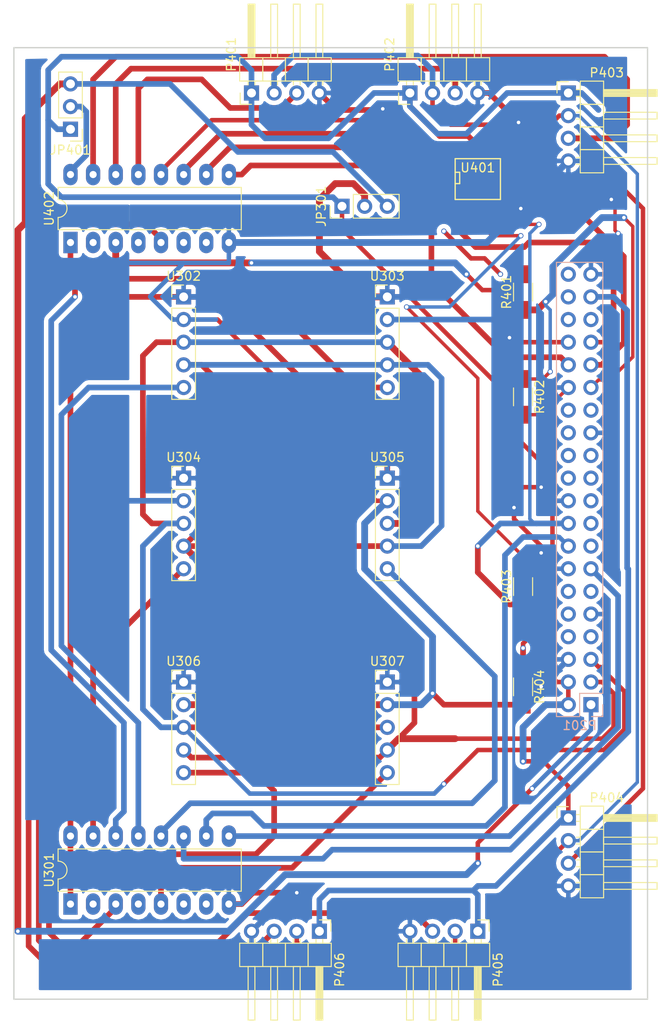
<source format=kicad_pcb>
(kicad_pcb (version 4) (host pcbnew 4.0.4-stable)

  (general
    (links 89)
    (no_connects 4)
    (area 110.414999 35.484999 181.685001 142.315001)
    (thickness 1.6)
    (drawings 4)
    (tracks 491)
    (zones 0)
    (modules 22)
    (nets 59)
  )

  (page USLetter)
  (title_block
    (title "ISight360 Layout")
    (date 2017-04-12)
    (rev A)
    (company "Advanced Visual Electronics")
    (comment 1 "Christian Aguilar")
    (comment 2 "Designed by:")
  )

  (layers
    (0 F.Cu signal)
    (31 B.Cu signal)
    (32 B.Adhes user)
    (33 F.Adhes user)
    (34 B.Paste user)
    (35 F.Paste user)
    (36 B.SilkS user)
    (37 F.SilkS user)
    (38 B.Mask user)
    (39 F.Mask user)
    (40 Dwgs.User user)
    (41 Cmts.User user)
    (42 Eco1.User user)
    (43 Eco2.User user)
    (44 Edge.Cuts user)
    (45 Margin user)
    (46 B.CrtYd user)
    (47 F.CrtYd user)
    (48 B.Fab user)
    (49 F.Fab user)
  )

  (setup
    (last_trace_width 0.508)
    (user_trace_width 0.635)
    (user_trace_width 0.762)
    (user_trace_width 0.889)
    (user_trace_width 1.016)
    (trace_clearance 0.508)
    (zone_clearance 0.508)
    (zone_45_only no)
    (trace_min 0.381)
    (segment_width 0.2)
    (edge_width 0.15)
    (via_size 0.6)
    (via_drill 0.4)
    (via_min_size 0.4)
    (via_min_drill 0.3)
    (uvia_size 0.3)
    (uvia_drill 0.1)
    (uvias_allowed no)
    (uvia_min_size 0.2)
    (uvia_min_drill 0.1)
    (pcb_text_width 0.3)
    (pcb_text_size 1.5 1.5)
    (mod_edge_width 0.15)
    (mod_text_size 1 1)
    (mod_text_width 0.15)
    (pad_size 1.524 1.524)
    (pad_drill 0.762)
    (pad_to_mask_clearance 0.2)
    (aux_axis_origin 0 0)
    (visible_elements 7FFFFFFF)
    (pcbplotparams
      (layerselection 0x00030_80000001)
      (usegerberextensions false)
      (excludeedgelayer true)
      (linewidth 0.100000)
      (plotframeref false)
      (viasonmask false)
      (mode 1)
      (useauxorigin false)
      (hpglpennumber 1)
      (hpglpenspeed 20)
      (hpglpendiameter 15)
      (hpglpenoverlay 2)
      (psnegative false)
      (psa4output false)
      (plotreference true)
      (plotvalue true)
      (plotinvisibletext false)
      (padsonsilk false)
      (subtractmaskfromsilk false)
      (outputformat 1)
      (mirror false)
      (drillshape 1)
      (scaleselection 1)
      (outputdirectory ""))
  )

  (net 0 "")
  (net 1 GND)
  (net 2 "/GPIO Breakout/GPIO37")
  (net 3 "/GPIO Breakout/GPIO38")
  (net 4 "/GPIO Breakout/GPIO187")
  (net 5 /Sensor_Trigger)
  (net 6 "/GPIO Breakout/3.3V")
  (net 7 /SDA)
  (net 8 /SCL)
  (net 9 "/GPIO Breakout/GPIO41_Audio-MCLK")
  (net 10 "/GPIO Breakout/GPIO#_UART-TX")
  (net 11 "/GPIO Breakout/GPIO#_UART-RX")
  (net 12 "/GPIO Breakout/GPIO33_UART1-RST")
  (net 13 "/GPIO Breakout/GPRIO#_I2S0-SCLK")
  (net 14 "/GPIO Breakout/GPIO-EXP-P17")
  (net 15 "/GPIO Breakout/GPIO#_SPI1-MOSI")
  (net 16 "/GPIO Breakout/GPIO#_SPI1-MISO")
  (net 17 "/GPIO Breakout/GPIO-EXP-P16")
  (net 18 "/GPIO Breakout/GPIO#_SPI1-CLK")
  (net 19 "/GPIO Breakout/GPIO#_SPI1-CS0")
  (net 20 "/GPIO Breakout/GPIO#_SPI1-CS1")
  (net 21 "/GPIO Breakout/GPIO#_I2C1-GP1-DAT")
  (net 22 "/GPIO Breakout/GPIO#_SPI1-GP1-CLK")
  (net 23 /Sensor_Input_Val)
  (net 24 "/GPIO Breakout/GPIO186")
  (net 25 "/GPIO Breakout/GPIO36")
  (net 26 "/GPIO Breakout/GPIO63")
  (net 27 "/GPIO Breakout/GPIO#_I2S0-LRCLK")
  (net 28 "/GPIO Breakout/GPIO#_UART0-CTS")
  (net 29 "/GPIO Breakout/GPIO#_I2S0-SDIN")
  (net 30 "/GPIO Breakout/GPIO#_I2S0-SDOUT")
  (net 31 /UltrasonicSensorBank/Echo1)
  (net 32 /UltrasonicSensorBank/Echo2)
  (net 33 /UltrasonicSensorBank/Echo3)
  (net 34 /UltrasonicSensorBank/Echo4)
  (net 35 /UltrasonicSensorBank/Echo5)
  (net 36 /UltrasonicSensorBank/Echo6)
  (net 37 /UltrasonicSensorBank/Ultrasonic_Trigger)
  (net 38 "/GPIO Breakout/5V")
  (net 39 /UltrasonicSensorBank/U-Power)
  (net 40 "Net-(U401-Pad1)")
  (net 41 "Net-(U401-Pad5)")
  (net 42 "Net-(U402-Pad7)")
  (net 43 "Net-(U402-Pad6)")
  (net 44 "Net-(U402-Pad4)")
  (net 45 "Net-(U402-Pad2)")
  (net 46 /HapticMotorBank/M-Power)
  (net 47 "Net-(R401-Pad2)")
  (net 48 "Net-(U301-Pad14)")
  (net 49 "Net-(U301-Pad13)")
  (net 50 "Net-(U301-Pad12)")
  (net 51 "Net-(U301-Pad7)")
  (net 52 "Net-(U301-Pad6)")
  (net 53 "Net-(U301-Pad5)")
  (net 54 "Net-(U301-Pad4)")
  (net 55 "Net-(U301-Pad2)")
  (net 56 "Net-(U301-Pad1)")
  (net 57 "Net-(U301-Pad15)")
  (net 58 "Net-(R403-Pad2)")

  (net_class Default "This is the default net class."
    (clearance 0.508)
    (trace_width 0.508)
    (via_dia 0.6)
    (via_drill 0.4)
    (uvia_dia 0.3)
    (uvia_drill 0.1)
    (add_net "/GPIO Breakout/3.3V")
    (add_net "/GPIO Breakout/5V")
    (add_net "/GPIO Breakout/GPIO#_I2C1-GP1-DAT")
    (add_net "/GPIO Breakout/GPIO#_I2S0-LRCLK")
    (add_net "/GPIO Breakout/GPIO#_I2S0-SDIN")
    (add_net "/GPIO Breakout/GPIO#_I2S0-SDOUT")
    (add_net "/GPIO Breakout/GPIO#_SPI1-CLK")
    (add_net "/GPIO Breakout/GPIO#_SPI1-CS0")
    (add_net "/GPIO Breakout/GPIO#_SPI1-CS1")
    (add_net "/GPIO Breakout/GPIO#_SPI1-GP1-CLK")
    (add_net "/GPIO Breakout/GPIO#_SPI1-MISO")
    (add_net "/GPIO Breakout/GPIO#_SPI1-MOSI")
    (add_net "/GPIO Breakout/GPIO#_UART-RX")
    (add_net "/GPIO Breakout/GPIO#_UART-TX")
    (add_net "/GPIO Breakout/GPIO#_UART0-CTS")
    (add_net "/GPIO Breakout/GPIO-EXP-P16")
    (add_net "/GPIO Breakout/GPIO-EXP-P17")
    (add_net "/GPIO Breakout/GPIO186")
    (add_net "/GPIO Breakout/GPIO187")
    (add_net "/GPIO Breakout/GPIO33_UART1-RST")
    (add_net "/GPIO Breakout/GPIO36")
    (add_net "/GPIO Breakout/GPIO37")
    (add_net "/GPIO Breakout/GPIO38")
    (add_net "/GPIO Breakout/GPIO41_Audio-MCLK")
    (add_net "/GPIO Breakout/GPIO63")
    (add_net "/GPIO Breakout/GPRIO#_I2S0-SCLK")
    (add_net /HapticMotorBank/M-Power)
    (add_net /SCL)
    (add_net /SDA)
    (add_net /Sensor_Input_Val)
    (add_net /Sensor_Trigger)
    (add_net /UltrasonicSensorBank/Echo1)
    (add_net /UltrasonicSensorBank/Echo2)
    (add_net /UltrasonicSensorBank/Echo3)
    (add_net /UltrasonicSensorBank/Echo4)
    (add_net /UltrasonicSensorBank/Echo5)
    (add_net /UltrasonicSensorBank/Echo6)
    (add_net /UltrasonicSensorBank/U-Power)
    (add_net /UltrasonicSensorBank/Ultrasonic_Trigger)
    (add_net GND)
    (add_net "Net-(R401-Pad2)")
    (add_net "Net-(R403-Pad2)")
    (add_net "Net-(U301-Pad1)")
    (add_net "Net-(U301-Pad12)")
    (add_net "Net-(U301-Pad13)")
    (add_net "Net-(U301-Pad14)")
    (add_net "Net-(U301-Pad15)")
    (add_net "Net-(U301-Pad2)")
    (add_net "Net-(U301-Pad4)")
    (add_net "Net-(U301-Pad5)")
    (add_net "Net-(U301-Pad6)")
    (add_net "Net-(U301-Pad7)")
    (add_net "Net-(U401-Pad1)")
    (add_net "Net-(U401-Pad5)")
    (add_net "Net-(U402-Pad2)")
    (add_net "Net-(U402-Pad4)")
    (add_net "Net-(U402-Pad6)")
    (add_net "Net-(U402-Pad7)")
  )

  (net_class Larger ""
    (clearance 0.508)
    (trace_width 0.635)
    (via_dia 0.6)
    (via_drill 0.4)
    (uvia_dia 0.3)
    (uvia_drill 0.1)
  )

  (net_class Largest ""
    (clearance 0.508)
    (trace_width 7.62)
    (via_dia 0.6)
    (via_drill 0.4)
    (uvia_dia 0.3)
    (uvia_drill 0.1)
  )

  (net_class Small ""
    (clearance 0.508)
    (trace_width 0.381)
    (via_dia 0.6)
    (via_drill 0.4)
    (uvia_dia 0.3)
    (uvia_drill 0.1)
  )

  (module Resistors_SMD:R_1206_HandSoldering (layer F.Cu) (tedit 58E0A804) (tstamp 58EEEF96)
    (at 167.64 107.22 270)
    (descr "Resistor SMD 1206, hand soldering")
    (tags "resistor 1206")
    (path /58CA7E2A/58EEF4DE)
    (attr smd)
    (fp_text reference R404 (at 0 -1.85 270) (layer F.SilkS)
      (effects (font (size 1 1) (thickness 0.15)))
    )
    (fp_text value 10K (at 0 1.9 270) (layer F.Fab)
      (effects (font (size 1 1) (thickness 0.15)))
    )
    (fp_text user %R (at 0 0 270) (layer F.Fab)
      (effects (font (size 0.7 0.7) (thickness 0.105)))
    )
    (fp_line (start -1.6 0.8) (end -1.6 -0.8) (layer F.Fab) (width 0.1))
    (fp_line (start 1.6 0.8) (end -1.6 0.8) (layer F.Fab) (width 0.1))
    (fp_line (start 1.6 -0.8) (end 1.6 0.8) (layer F.Fab) (width 0.1))
    (fp_line (start -1.6 -0.8) (end 1.6 -0.8) (layer F.Fab) (width 0.1))
    (fp_line (start 1 1.07) (end -1 1.07) (layer F.SilkS) (width 0.12))
    (fp_line (start -1 -1.07) (end 1 -1.07) (layer F.SilkS) (width 0.12))
    (fp_line (start -3.25 -1.11) (end 3.25 -1.11) (layer F.CrtYd) (width 0.05))
    (fp_line (start -3.25 -1.11) (end -3.25 1.1) (layer F.CrtYd) (width 0.05))
    (fp_line (start 3.25 1.1) (end 3.25 -1.11) (layer F.CrtYd) (width 0.05))
    (fp_line (start 3.25 1.1) (end -3.25 1.1) (layer F.CrtYd) (width 0.05))
    (pad 1 smd rect (at -2 0 270) (size 2 1.7) (layers F.Cu F.Paste F.Mask)
      (net 58 "Net-(R403-Pad2)"))
    (pad 2 smd rect (at 2 0 270) (size 2 1.7) (layers F.Cu F.Paste F.Mask)
      (net 1 GND))
    (model ${KISYS3DMOD}/Resistors_SMD.3dshapes/R_1206.wrl
      (at (xyz 0 0 0))
      (scale (xyz 1 1 1))
      (rotate (xyz 0 0 0))
    )
  )

  (module Resistors_SMD:R_1206_HandSoldering (layer F.Cu) (tedit 58E0A804) (tstamp 58EEEF85)
    (at 167.64 95.98 90)
    (descr "Resistor SMD 1206, hand soldering")
    (tags "resistor 1206")
    (path /58CA7E2A/58EEF52B)
    (attr smd)
    (fp_text reference R403 (at 0 -1.85 90) (layer F.SilkS)
      (effects (font (size 1 1) (thickness 0.15)))
    )
    (fp_text value 100K (at 0 1.9 90) (layer F.Fab)
      (effects (font (size 1 1) (thickness 0.15)))
    )
    (fp_text user %R (at 0 0 90) (layer F.Fab)
      (effects (font (size 0.7 0.7) (thickness 0.105)))
    )
    (fp_line (start -1.6 0.8) (end -1.6 -0.8) (layer F.Fab) (width 0.1))
    (fp_line (start 1.6 0.8) (end -1.6 0.8) (layer F.Fab) (width 0.1))
    (fp_line (start 1.6 -0.8) (end 1.6 0.8) (layer F.Fab) (width 0.1))
    (fp_line (start -1.6 -0.8) (end 1.6 -0.8) (layer F.Fab) (width 0.1))
    (fp_line (start 1 1.07) (end -1 1.07) (layer F.SilkS) (width 0.12))
    (fp_line (start -1 -1.07) (end 1 -1.07) (layer F.SilkS) (width 0.12))
    (fp_line (start -3.25 -1.11) (end 3.25 -1.11) (layer F.CrtYd) (width 0.05))
    (fp_line (start -3.25 -1.11) (end -3.25 1.1) (layer F.CrtYd) (width 0.05))
    (fp_line (start 3.25 1.1) (end 3.25 -1.11) (layer F.CrtYd) (width 0.05))
    (fp_line (start 3.25 1.1) (end -3.25 1.1) (layer F.CrtYd) (width 0.05))
    (pad 1 smd rect (at -2 0 90) (size 2 1.7) (layers F.Cu F.Paste F.Mask)
      (net 5 /Sensor_Trigger))
    (pad 2 smd rect (at 2 0 90) (size 2 1.7) (layers F.Cu F.Paste F.Mask)
      (net 58 "Net-(R403-Pad2)"))
    (model ${KISYS3DMOD}/Resistors_SMD.3dshapes/R_1206.wrl
      (at (xyz 0 0 0))
      (scale (xyz 1 1 1))
      (rotate (xyz 0 0 0))
    )
  )

  (module SMD_Packages:SOIC-8-N (layer F.Cu) (tedit 0) (tstamp 58EED9BD)
    (at 162.56 50.292)
    (descr "Module Narrow CMS SOJ 8 pins large")
    (tags "CMS SOJ")
    (path /58CA7E2A/58EEF2F2)
    (attr smd)
    (fp_text reference U401 (at 0 -1.27) (layer F.SilkS)
      (effects (font (size 1 1) (thickness 0.15)))
    )
    (fp_text value LM4250 (at 0 1.27) (layer F.Fab)
      (effects (font (size 1 1) (thickness 0.15)))
    )
    (fp_line (start -2.54 -2.286) (end 2.54 -2.286) (layer F.SilkS) (width 0.15))
    (fp_line (start 2.54 -2.286) (end 2.54 2.286) (layer F.SilkS) (width 0.15))
    (fp_line (start 2.54 2.286) (end -2.54 2.286) (layer F.SilkS) (width 0.15))
    (fp_line (start -2.54 2.286) (end -2.54 -2.286) (layer F.SilkS) (width 0.15))
    (fp_line (start -2.54 -0.762) (end -2.032 -0.762) (layer F.SilkS) (width 0.15))
    (fp_line (start -2.032 -0.762) (end -2.032 0.508) (layer F.SilkS) (width 0.15))
    (fp_line (start -2.032 0.508) (end -2.54 0.508) (layer F.SilkS) (width 0.15))
    (pad 8 smd rect (at -1.905 -3.175) (size 0.508 1.143) (layers F.Cu F.Paste F.Mask))
    (pad 7 smd rect (at -0.635 -3.175) (size 0.508 1.143) (layers F.Cu F.Paste F.Mask)
      (net 38 "/GPIO Breakout/5V"))
    (pad 6 smd rect (at 0.635 -3.175) (size 0.508 1.143) (layers F.Cu F.Paste F.Mask)
      (net 37 /UltrasonicSensorBank/Ultrasonic_Trigger))
    (pad 5 smd rect (at 1.905 -3.175) (size 0.508 1.143) (layers F.Cu F.Paste F.Mask)
      (net 41 "Net-(U401-Pad5)"))
    (pad 4 smd rect (at 1.905 3.175) (size 0.508 1.143) (layers F.Cu F.Paste F.Mask)
      (net 1 GND))
    (pad 3 smd rect (at 0.635 3.175) (size 0.508 1.143) (layers F.Cu F.Paste F.Mask)
      (net 5 /Sensor_Trigger))
    (pad 2 smd rect (at -0.635 3.175) (size 0.508 1.143) (layers F.Cu F.Paste F.Mask)
      (net 58 "Net-(R403-Pad2)"))
    (pad 1 smd rect (at -1.905 3.175) (size 0.508 1.143) (layers F.Cu F.Paste F.Mask)
      (net 40 "Net-(U401-Pad1)"))
    (model SMD_Packages.3dshapes/SOIC-8-N.wrl
      (at (xyz 0 0 0))
      (scale (xyz 0.5 0.38 0.5))
      (rotate (xyz 0 0 0))
    )
  )

  (module Socket_Strips:Socket_Strip_Straight_1x05_Pitch2.54mm (layer F.Cu) (tedit 58CD5446) (tstamp 58EED9BC)
    (at 152.4 106.68)
    (descr "Through hole straight socket strip, 1x05, 2.54mm pitch, single row")
    (tags "Through hole socket strip THT 1x05 2.54mm single row")
    (path /58CA7E20/58DDB912)
    (fp_text reference U307 (at 0 -2.33) (layer F.SilkS)
      (effects (font (size 1 1) (thickness 0.15)))
    )
    (fp_text value "DRV2605L(breakout)" (at 0 12.49) (layer F.Fab)
      (effects (font (size 1 1) (thickness 0.15)))
    )
    (fp_line (start -1.27 -1.27) (end -1.27 11.43) (layer F.Fab) (width 0.1))
    (fp_line (start -1.27 11.43) (end 1.27 11.43) (layer F.Fab) (width 0.1))
    (fp_line (start 1.27 11.43) (end 1.27 -1.27) (layer F.Fab) (width 0.1))
    (fp_line (start 1.27 -1.27) (end -1.27 -1.27) (layer F.Fab) (width 0.1))
    (fp_line (start -1.33 1.27) (end -1.33 11.49) (layer F.SilkS) (width 0.12))
    (fp_line (start -1.33 11.49) (end 1.33 11.49) (layer F.SilkS) (width 0.12))
    (fp_line (start 1.33 11.49) (end 1.33 1.27) (layer F.SilkS) (width 0.12))
    (fp_line (start 1.33 1.27) (end -1.33 1.27) (layer F.SilkS) (width 0.12))
    (fp_line (start -1.33 0) (end -1.33 -1.33) (layer F.SilkS) (width 0.12))
    (fp_line (start -1.33 -1.33) (end 0 -1.33) (layer F.SilkS) (width 0.12))
    (fp_line (start -1.8 -1.8) (end -1.8 11.95) (layer F.CrtYd) (width 0.05))
    (fp_line (start -1.8 11.95) (end 1.8 11.95) (layer F.CrtYd) (width 0.05))
    (fp_line (start 1.8 11.95) (end 1.8 -1.8) (layer F.CrtYd) (width 0.05))
    (fp_line (start 1.8 -1.8) (end -1.8 -1.8) (layer F.CrtYd) (width 0.05))
    (fp_text user %R (at 0 -2.33) (layer F.Fab)
      (effects (font (size 1 1) (thickness 0.15)))
    )
    (pad 1 thru_hole rect (at 0 0) (size 1.7 1.7) (drill 1) (layers *.Cu *.Mask)
      (net 46 /HapticMotorBank/M-Power))
    (pad 2 thru_hole oval (at 0 2.54) (size 1.7 1.7) (drill 1) (layers *.Cu *.Mask)
      (net 1 GND))
    (pad 3 thru_hole oval (at 0 5.08) (size 1.7 1.7) (drill 1) (layers *.Cu *.Mask)
      (net 8 /SCL))
    (pad 4 thru_hole oval (at 0 7.62) (size 1.7 1.7) (drill 1) (layers *.Cu *.Mask)
      (net 7 /SDA))
    (pad 5 thru_hole oval (at 0 10.16) (size 1.7 1.7) (drill 1) (layers *.Cu *.Mask)
      (net 53 "Net-(U301-Pad5)"))
    (model ${KISYS3DMOD}/Socket_Strips.3dshapes/Socket_Strip_Straight_1x05_Pitch2.54mm.wrl
      (at (xyz 0 -0.2 0))
      (scale (xyz 1 1 1))
      (rotate (xyz 0 0 270))
    )
  )

  (module Socket_Strips:Socket_Strip_Straight_1x05_Pitch2.54mm (layer F.Cu) (tedit 58CD5446) (tstamp 58EED9A4)
    (at 129.54 106.68)
    (descr "Through hole straight socket strip, 1x05, 2.54mm pitch, single row")
    (tags "Through hole socket strip THT 1x05 2.54mm single row")
    (path /58CA7E20/58DDBBA6)
    (fp_text reference U306 (at 0 -2.33) (layer F.SilkS)
      (effects (font (size 1 1) (thickness 0.15)))
    )
    (fp_text value "DRV2605L(breakout)" (at 0 12.49) (layer F.Fab)
      (effects (font (size 1 1) (thickness 0.15)))
    )
    (fp_line (start -1.27 -1.27) (end -1.27 11.43) (layer F.Fab) (width 0.1))
    (fp_line (start -1.27 11.43) (end 1.27 11.43) (layer F.Fab) (width 0.1))
    (fp_line (start 1.27 11.43) (end 1.27 -1.27) (layer F.Fab) (width 0.1))
    (fp_line (start 1.27 -1.27) (end -1.27 -1.27) (layer F.Fab) (width 0.1))
    (fp_line (start -1.33 1.27) (end -1.33 11.49) (layer F.SilkS) (width 0.12))
    (fp_line (start -1.33 11.49) (end 1.33 11.49) (layer F.SilkS) (width 0.12))
    (fp_line (start 1.33 11.49) (end 1.33 1.27) (layer F.SilkS) (width 0.12))
    (fp_line (start 1.33 1.27) (end -1.33 1.27) (layer F.SilkS) (width 0.12))
    (fp_line (start -1.33 0) (end -1.33 -1.33) (layer F.SilkS) (width 0.12))
    (fp_line (start -1.33 -1.33) (end 0 -1.33) (layer F.SilkS) (width 0.12))
    (fp_line (start -1.8 -1.8) (end -1.8 11.95) (layer F.CrtYd) (width 0.05))
    (fp_line (start -1.8 11.95) (end 1.8 11.95) (layer F.CrtYd) (width 0.05))
    (fp_line (start 1.8 11.95) (end 1.8 -1.8) (layer F.CrtYd) (width 0.05))
    (fp_line (start 1.8 -1.8) (end -1.8 -1.8) (layer F.CrtYd) (width 0.05))
    (fp_text user %R (at 0 -2.33) (layer F.Fab)
      (effects (font (size 1 1) (thickness 0.15)))
    )
    (pad 1 thru_hole rect (at 0 0) (size 1.7 1.7) (drill 1) (layers *.Cu *.Mask)
      (net 46 /HapticMotorBank/M-Power))
    (pad 2 thru_hole oval (at 0 2.54) (size 1.7 1.7) (drill 1) (layers *.Cu *.Mask)
      (net 1 GND))
    (pad 3 thru_hole oval (at 0 5.08) (size 1.7 1.7) (drill 1) (layers *.Cu *.Mask)
      (net 8 /SCL))
    (pad 4 thru_hole oval (at 0 7.62) (size 1.7 1.7) (drill 1) (layers *.Cu *.Mask)
      (net 7 /SDA))
    (pad 5 thru_hole oval (at 0 10.16) (size 1.7 1.7) (drill 1) (layers *.Cu *.Mask)
      (net 56 "Net-(U301-Pad1)"))
    (model ${KISYS3DMOD}/Socket_Strips.3dshapes/Socket_Strip_Straight_1x05_Pitch2.54mm.wrl
      (at (xyz 0 -0.2 0))
      (scale (xyz 1 1 1))
      (rotate (xyz 0 0 270))
    )
  )

  (module Socket_Strips:Socket_Strip_Straight_1x05_Pitch2.54mm (layer F.Cu) (tedit 58CD5446) (tstamp 58EED98C)
    (at 152.4 83.82)
    (descr "Through hole straight socket strip, 1x05, 2.54mm pitch, single row")
    (tags "Through hole socket strip THT 1x05 2.54mm single row")
    (path /58CA7E20/58DDBC2F)
    (fp_text reference U305 (at 0 -2.33) (layer F.SilkS)
      (effects (font (size 1 1) (thickness 0.15)))
    )
    (fp_text value "DRV2605L(breakout)" (at 0 12.49) (layer F.Fab)
      (effects (font (size 1 1) (thickness 0.15)))
    )
    (fp_line (start -1.27 -1.27) (end -1.27 11.43) (layer F.Fab) (width 0.1))
    (fp_line (start -1.27 11.43) (end 1.27 11.43) (layer F.Fab) (width 0.1))
    (fp_line (start 1.27 11.43) (end 1.27 -1.27) (layer F.Fab) (width 0.1))
    (fp_line (start 1.27 -1.27) (end -1.27 -1.27) (layer F.Fab) (width 0.1))
    (fp_line (start -1.33 1.27) (end -1.33 11.49) (layer F.SilkS) (width 0.12))
    (fp_line (start -1.33 11.49) (end 1.33 11.49) (layer F.SilkS) (width 0.12))
    (fp_line (start 1.33 11.49) (end 1.33 1.27) (layer F.SilkS) (width 0.12))
    (fp_line (start 1.33 1.27) (end -1.33 1.27) (layer F.SilkS) (width 0.12))
    (fp_line (start -1.33 0) (end -1.33 -1.33) (layer F.SilkS) (width 0.12))
    (fp_line (start -1.33 -1.33) (end 0 -1.33) (layer F.SilkS) (width 0.12))
    (fp_line (start -1.8 -1.8) (end -1.8 11.95) (layer F.CrtYd) (width 0.05))
    (fp_line (start -1.8 11.95) (end 1.8 11.95) (layer F.CrtYd) (width 0.05))
    (fp_line (start 1.8 11.95) (end 1.8 -1.8) (layer F.CrtYd) (width 0.05))
    (fp_line (start 1.8 -1.8) (end -1.8 -1.8) (layer F.CrtYd) (width 0.05))
    (fp_text user %R (at 0 -2.33) (layer F.Fab)
      (effects (font (size 1 1) (thickness 0.15)))
    )
    (pad 1 thru_hole rect (at 0 0) (size 1.7 1.7) (drill 1) (layers *.Cu *.Mask)
      (net 46 /HapticMotorBank/M-Power))
    (pad 2 thru_hole oval (at 0 2.54) (size 1.7 1.7) (drill 1) (layers *.Cu *.Mask)
      (net 1 GND))
    (pad 3 thru_hole oval (at 0 5.08) (size 1.7 1.7) (drill 1) (layers *.Cu *.Mask)
      (net 8 /SCL))
    (pad 4 thru_hole oval (at 0 7.62) (size 1.7 1.7) (drill 1) (layers *.Cu *.Mask)
      (net 7 /SDA))
    (pad 5 thru_hole oval (at 0 10.16) (size 1.7 1.7) (drill 1) (layers *.Cu *.Mask)
      (net 50 "Net-(U301-Pad12)"))
    (model ${KISYS3DMOD}/Socket_Strips.3dshapes/Socket_Strip_Straight_1x05_Pitch2.54mm.wrl
      (at (xyz 0 -0.2 0))
      (scale (xyz 1 1 1))
      (rotate (xyz 0 0 270))
    )
  )

  (module Socket_Strips:Socket_Strip_Straight_1x05_Pitch2.54mm (layer F.Cu) (tedit 58CD5446) (tstamp 58EED974)
    (at 129.54 83.82)
    (descr "Through hole straight socket strip, 1x05, 2.54mm pitch, single row")
    (tags "Through hole socket strip THT 1x05 2.54mm single row")
    (path /58CA7E20/58DDBD29)
    (fp_text reference U304 (at 0 -2.33) (layer F.SilkS)
      (effects (font (size 1 1) (thickness 0.15)))
    )
    (fp_text value "DRV2605L(breakout)" (at 0 12.49) (layer F.Fab)
      (effects (font (size 1 1) (thickness 0.15)))
    )
    (fp_line (start -1.27 -1.27) (end -1.27 11.43) (layer F.Fab) (width 0.1))
    (fp_line (start -1.27 11.43) (end 1.27 11.43) (layer F.Fab) (width 0.1))
    (fp_line (start 1.27 11.43) (end 1.27 -1.27) (layer F.Fab) (width 0.1))
    (fp_line (start 1.27 -1.27) (end -1.27 -1.27) (layer F.Fab) (width 0.1))
    (fp_line (start -1.33 1.27) (end -1.33 11.49) (layer F.SilkS) (width 0.12))
    (fp_line (start -1.33 11.49) (end 1.33 11.49) (layer F.SilkS) (width 0.12))
    (fp_line (start 1.33 11.49) (end 1.33 1.27) (layer F.SilkS) (width 0.12))
    (fp_line (start 1.33 1.27) (end -1.33 1.27) (layer F.SilkS) (width 0.12))
    (fp_line (start -1.33 0) (end -1.33 -1.33) (layer F.SilkS) (width 0.12))
    (fp_line (start -1.33 -1.33) (end 0 -1.33) (layer F.SilkS) (width 0.12))
    (fp_line (start -1.8 -1.8) (end -1.8 11.95) (layer F.CrtYd) (width 0.05))
    (fp_line (start -1.8 11.95) (end 1.8 11.95) (layer F.CrtYd) (width 0.05))
    (fp_line (start 1.8 11.95) (end 1.8 -1.8) (layer F.CrtYd) (width 0.05))
    (fp_line (start 1.8 -1.8) (end -1.8 -1.8) (layer F.CrtYd) (width 0.05))
    (fp_text user %R (at 0 -2.33) (layer F.Fab)
      (effects (font (size 1 1) (thickness 0.15)))
    )
    (pad 1 thru_hole rect (at 0 0) (size 1.7 1.7) (drill 1) (layers *.Cu *.Mask)
      (net 46 /HapticMotorBank/M-Power))
    (pad 2 thru_hole oval (at 0 2.54) (size 1.7 1.7) (drill 1) (layers *.Cu *.Mask)
      (net 1 GND))
    (pad 3 thru_hole oval (at 0 5.08) (size 1.7 1.7) (drill 1) (layers *.Cu *.Mask)
      (net 8 /SCL))
    (pad 4 thru_hole oval (at 0 7.62) (size 1.7 1.7) (drill 1) (layers *.Cu *.Mask)
      (net 7 /SDA))
    (pad 5 thru_hole oval (at 0 10.16) (size 1.7 1.7) (drill 1) (layers *.Cu *.Mask)
      (net 57 "Net-(U301-Pad15)"))
    (model ${KISYS3DMOD}/Socket_Strips.3dshapes/Socket_Strip_Straight_1x05_Pitch2.54mm.wrl
      (at (xyz 0 -0.2 0))
      (scale (xyz 1 1 1))
      (rotate (xyz 0 0 270))
    )
  )

  (module Socket_Strips:Socket_Strip_Straight_1x05_Pitch2.54mm (layer F.Cu) (tedit 58CD5446) (tstamp 58EED95C)
    (at 152.4 63.5)
    (descr "Through hole straight socket strip, 1x05, 2.54mm pitch, single row")
    (tags "Through hole socket strip THT 1x05 2.54mm single row")
    (path /58CA7E20/58DDBE43)
    (fp_text reference U303 (at 0 -2.33) (layer F.SilkS)
      (effects (font (size 1 1) (thickness 0.15)))
    )
    (fp_text value "DRV2605L(breakout)" (at 0 12.49) (layer F.Fab)
      (effects (font (size 1 1) (thickness 0.15)))
    )
    (fp_line (start -1.27 -1.27) (end -1.27 11.43) (layer F.Fab) (width 0.1))
    (fp_line (start -1.27 11.43) (end 1.27 11.43) (layer F.Fab) (width 0.1))
    (fp_line (start 1.27 11.43) (end 1.27 -1.27) (layer F.Fab) (width 0.1))
    (fp_line (start 1.27 -1.27) (end -1.27 -1.27) (layer F.Fab) (width 0.1))
    (fp_line (start -1.33 1.27) (end -1.33 11.49) (layer F.SilkS) (width 0.12))
    (fp_line (start -1.33 11.49) (end 1.33 11.49) (layer F.SilkS) (width 0.12))
    (fp_line (start 1.33 11.49) (end 1.33 1.27) (layer F.SilkS) (width 0.12))
    (fp_line (start 1.33 1.27) (end -1.33 1.27) (layer F.SilkS) (width 0.12))
    (fp_line (start -1.33 0) (end -1.33 -1.33) (layer F.SilkS) (width 0.12))
    (fp_line (start -1.33 -1.33) (end 0 -1.33) (layer F.SilkS) (width 0.12))
    (fp_line (start -1.8 -1.8) (end -1.8 11.95) (layer F.CrtYd) (width 0.05))
    (fp_line (start -1.8 11.95) (end 1.8 11.95) (layer F.CrtYd) (width 0.05))
    (fp_line (start 1.8 11.95) (end 1.8 -1.8) (layer F.CrtYd) (width 0.05))
    (fp_line (start 1.8 -1.8) (end -1.8 -1.8) (layer F.CrtYd) (width 0.05))
    (fp_text user %R (at 0 -2.33) (layer F.Fab)
      (effects (font (size 1 1) (thickness 0.15)))
    )
    (pad 1 thru_hole rect (at 0 0) (size 1.7 1.7) (drill 1) (layers *.Cu *.Mask)
      (net 46 /HapticMotorBank/M-Power))
    (pad 2 thru_hole oval (at 0 2.54) (size 1.7 1.7) (drill 1) (layers *.Cu *.Mask)
      (net 1 GND))
    (pad 3 thru_hole oval (at 0 5.08) (size 1.7 1.7) (drill 1) (layers *.Cu *.Mask)
      (net 8 /SCL))
    (pad 4 thru_hole oval (at 0 7.62) (size 1.7 1.7) (drill 1) (layers *.Cu *.Mask)
      (net 7 /SDA))
    (pad 5 thru_hole oval (at 0 10.16) (size 1.7 1.7) (drill 1) (layers *.Cu *.Mask)
      (net 48 "Net-(U301-Pad14)"))
    (model ${KISYS3DMOD}/Socket_Strips.3dshapes/Socket_Strip_Straight_1x05_Pitch2.54mm.wrl
      (at (xyz 0 -0.2 0))
      (scale (xyz 1 1 1))
      (rotate (xyz 0 0 270))
    )
  )

  (module Socket_Strips:Socket_Strip_Straight_1x05_Pitch2.54mm (layer F.Cu) (tedit 58CD5446) (tstamp 58EED944)
    (at 129.54 63.5)
    (descr "Through hole straight socket strip, 1x05, 2.54mm pitch, single row")
    (tags "Through hole socket strip THT 1x05 2.54mm single row")
    (path /58CA7E20/58DDC04A)
    (fp_text reference U302 (at 0 -2.33) (layer F.SilkS)
      (effects (font (size 1 1) (thickness 0.15)))
    )
    (fp_text value "DRV2605L(breakout)" (at 0 12.49) (layer F.Fab)
      (effects (font (size 1 1) (thickness 0.15)))
    )
    (fp_line (start -1.27 -1.27) (end -1.27 11.43) (layer F.Fab) (width 0.1))
    (fp_line (start -1.27 11.43) (end 1.27 11.43) (layer F.Fab) (width 0.1))
    (fp_line (start 1.27 11.43) (end 1.27 -1.27) (layer F.Fab) (width 0.1))
    (fp_line (start 1.27 -1.27) (end -1.27 -1.27) (layer F.Fab) (width 0.1))
    (fp_line (start -1.33 1.27) (end -1.33 11.49) (layer F.SilkS) (width 0.12))
    (fp_line (start -1.33 11.49) (end 1.33 11.49) (layer F.SilkS) (width 0.12))
    (fp_line (start 1.33 11.49) (end 1.33 1.27) (layer F.SilkS) (width 0.12))
    (fp_line (start 1.33 1.27) (end -1.33 1.27) (layer F.SilkS) (width 0.12))
    (fp_line (start -1.33 0) (end -1.33 -1.33) (layer F.SilkS) (width 0.12))
    (fp_line (start -1.33 -1.33) (end 0 -1.33) (layer F.SilkS) (width 0.12))
    (fp_line (start -1.8 -1.8) (end -1.8 11.95) (layer F.CrtYd) (width 0.05))
    (fp_line (start -1.8 11.95) (end 1.8 11.95) (layer F.CrtYd) (width 0.05))
    (fp_line (start 1.8 11.95) (end 1.8 -1.8) (layer F.CrtYd) (width 0.05))
    (fp_line (start 1.8 -1.8) (end -1.8 -1.8) (layer F.CrtYd) (width 0.05))
    (fp_text user %R (at 0 -2.33) (layer F.Fab)
      (effects (font (size 1 1) (thickness 0.15)))
    )
    (pad 1 thru_hole rect (at 0 0) (size 1.7 1.7) (drill 1) (layers *.Cu *.Mask)
      (net 46 /HapticMotorBank/M-Power))
    (pad 2 thru_hole oval (at 0 2.54) (size 1.7 1.7) (drill 1) (layers *.Cu *.Mask)
      (net 1 GND))
    (pad 3 thru_hole oval (at 0 5.08) (size 1.7 1.7) (drill 1) (layers *.Cu *.Mask)
      (net 8 /SCL))
    (pad 4 thru_hole oval (at 0 7.62) (size 1.7 1.7) (drill 1) (layers *.Cu *.Mask)
      (net 7 /SDA))
    (pad 5 thru_hole oval (at 0 10.16) (size 1.7 1.7) (drill 1) (layers *.Cu *.Mask)
      (net 49 "Net-(U301-Pad13)"))
    (model ${KISYS3DMOD}/Socket_Strips.3dshapes/Socket_Strip_Straight_1x05_Pitch2.54mm.wrl
      (at (xyz 0 -0.2 0))
      (scale (xyz 1 1 1))
      (rotate (xyz 0 0 270))
    )
  )

  (module Resistors_SMD:R_1206_HandSoldering (layer F.Cu) (tedit 58E0A804) (tstamp 58EED911)
    (at 167.64 74.708 270)
    (descr "Resistor SMD 1206, hand soldering")
    (tags "resistor 1206")
    (path /58CA7E2A/58EC0350)
    (attr smd)
    (fp_text reference R402 (at 0 -1.85 270) (layer F.SilkS)
      (effects (font (size 1 1) (thickness 0.15)))
    )
    (fp_text value 20K (at 0 1.9 270) (layer F.Fab)
      (effects (font (size 1 1) (thickness 0.15)))
    )
    (fp_text user %R (at 0 0 270) (layer F.Fab)
      (effects (font (size 0.7 0.7) (thickness 0.105)))
    )
    (fp_line (start -1.6 0.8) (end -1.6 -0.8) (layer F.Fab) (width 0.1))
    (fp_line (start 1.6 0.8) (end -1.6 0.8) (layer F.Fab) (width 0.1))
    (fp_line (start 1.6 -0.8) (end 1.6 0.8) (layer F.Fab) (width 0.1))
    (fp_line (start -1.6 -0.8) (end 1.6 -0.8) (layer F.Fab) (width 0.1))
    (fp_line (start 1 1.07) (end -1 1.07) (layer F.SilkS) (width 0.12))
    (fp_line (start -1 -1.07) (end 1 -1.07) (layer F.SilkS) (width 0.12))
    (fp_line (start -3.25 -1.11) (end 3.25 -1.11) (layer F.CrtYd) (width 0.05))
    (fp_line (start -3.25 -1.11) (end -3.25 1.1) (layer F.CrtYd) (width 0.05))
    (fp_line (start 3.25 1.1) (end 3.25 -1.11) (layer F.CrtYd) (width 0.05))
    (fp_line (start 3.25 1.1) (end -3.25 1.1) (layer F.CrtYd) (width 0.05))
    (pad 1 smd rect (at -2 0 270) (size 2 1.7) (layers F.Cu F.Paste F.Mask)
      (net 23 /Sensor_Input_Val))
    (pad 2 smd rect (at 2 0 270) (size 2 1.7) (layers F.Cu F.Paste F.Mask)
      (net 1 GND))
    (model ${KISYS3DMOD}/Resistors_SMD.3dshapes/R_1206.wrl
      (at (xyz 0 0 0))
      (scale (xyz 1 1 1))
      (rotate (xyz 0 0 0))
    )
  )

  (module Resistors_SMD:R_1206_HandSoldering (layer F.Cu) (tedit 58E0A804) (tstamp 58EED900)
    (at 167.64 62.96 90)
    (descr "Resistor SMD 1206, hand soldering")
    (tags "resistor 1206")
    (path /58CA7E2A/58EC030A)
    (attr smd)
    (fp_text reference R401 (at 0 -1.85 90) (layer F.SilkS)
      (effects (font (size 1 1) (thickness 0.15)))
    )
    (fp_text value 10K (at 0 1.9 90) (layer F.Fab)
      (effects (font (size 1 1) (thickness 0.15)))
    )
    (fp_text user %R (at 0 0 90) (layer F.Fab)
      (effects (font (size 0.7 0.7) (thickness 0.105)))
    )
    (fp_line (start -1.6 0.8) (end -1.6 -0.8) (layer F.Fab) (width 0.1))
    (fp_line (start 1.6 0.8) (end -1.6 0.8) (layer F.Fab) (width 0.1))
    (fp_line (start 1.6 -0.8) (end 1.6 0.8) (layer F.Fab) (width 0.1))
    (fp_line (start -1.6 -0.8) (end 1.6 -0.8) (layer F.Fab) (width 0.1))
    (fp_line (start 1 1.07) (end -1 1.07) (layer F.SilkS) (width 0.12))
    (fp_line (start -1 -1.07) (end 1 -1.07) (layer F.SilkS) (width 0.12))
    (fp_line (start -3.25 -1.11) (end 3.25 -1.11) (layer F.CrtYd) (width 0.05))
    (fp_line (start -3.25 -1.11) (end -3.25 1.1) (layer F.CrtYd) (width 0.05))
    (fp_line (start 3.25 1.1) (end 3.25 -1.11) (layer F.CrtYd) (width 0.05))
    (fp_line (start 3.25 1.1) (end -3.25 1.1) (layer F.CrtYd) (width 0.05))
    (pad 1 smd rect (at -2 0 90) (size 2 1.7) (layers F.Cu F.Paste F.Mask)
      (net 23 /Sensor_Input_Val))
    (pad 2 smd rect (at 2 0 90) (size 2 1.7) (layers F.Cu F.Paste F.Mask)
      (net 47 "Net-(R401-Pad2)"))
    (model ${KISYS3DMOD}/Resistors_SMD.3dshapes/R_1206.wrl
      (at (xyz 0 0 0))
      (scale (xyz 1 1 1))
      (rotate (xyz 0 0 0))
    )
  )

  (module Pin_Headers:Pin_Header_Angled_1x04_Pitch2.54mm (layer F.Cu) (tedit 58CD4EC1) (tstamp 58EED8EF)
    (at 144.78 134.62 270)
    (descr "Through hole angled pin header, 1x04, 2.54mm pitch, 6mm pin length, single row")
    (tags "Through hole angled pin header THT 1x04 2.54mm single row")
    (path /58CA7E2A/58CA830A)
    (fp_text reference P406 (at 4.315 -2.27 270) (layer F.SilkS)
      (effects (font (size 1 1) (thickness 0.15)))
    )
    (fp_text value Ultrasonic6 (at 4.315 9.89 270) (layer F.Fab)
      (effects (font (size 1 1) (thickness 0.15)))
    )
    (fp_line (start 1.4 -1.27) (end 1.4 1.27) (layer F.Fab) (width 0.1))
    (fp_line (start 1.4 1.27) (end 3.9 1.27) (layer F.Fab) (width 0.1))
    (fp_line (start 3.9 1.27) (end 3.9 -1.27) (layer F.Fab) (width 0.1))
    (fp_line (start 3.9 -1.27) (end 1.4 -1.27) (layer F.Fab) (width 0.1))
    (fp_line (start 0 -0.32) (end 0 0.32) (layer F.Fab) (width 0.1))
    (fp_line (start 0 0.32) (end 9.9 0.32) (layer F.Fab) (width 0.1))
    (fp_line (start 9.9 0.32) (end 9.9 -0.32) (layer F.Fab) (width 0.1))
    (fp_line (start 9.9 -0.32) (end 0 -0.32) (layer F.Fab) (width 0.1))
    (fp_line (start 1.4 1.27) (end 1.4 3.81) (layer F.Fab) (width 0.1))
    (fp_line (start 1.4 3.81) (end 3.9 3.81) (layer F.Fab) (width 0.1))
    (fp_line (start 3.9 3.81) (end 3.9 1.27) (layer F.Fab) (width 0.1))
    (fp_line (start 3.9 1.27) (end 1.4 1.27) (layer F.Fab) (width 0.1))
    (fp_line (start 0 2.22) (end 0 2.86) (layer F.Fab) (width 0.1))
    (fp_line (start 0 2.86) (end 9.9 2.86) (layer F.Fab) (width 0.1))
    (fp_line (start 9.9 2.86) (end 9.9 2.22) (layer F.Fab) (width 0.1))
    (fp_line (start 9.9 2.22) (end 0 2.22) (layer F.Fab) (width 0.1))
    (fp_line (start 1.4 3.81) (end 1.4 6.35) (layer F.Fab) (width 0.1))
    (fp_line (start 1.4 6.35) (end 3.9 6.35) (layer F.Fab) (width 0.1))
    (fp_line (start 3.9 6.35) (end 3.9 3.81) (layer F.Fab) (width 0.1))
    (fp_line (start 3.9 3.81) (end 1.4 3.81) (layer F.Fab) (width 0.1))
    (fp_line (start 0 4.76) (end 0 5.4) (layer F.Fab) (width 0.1))
    (fp_line (start 0 5.4) (end 9.9 5.4) (layer F.Fab) (width 0.1))
    (fp_line (start 9.9 5.4) (end 9.9 4.76) (layer F.Fab) (width 0.1))
    (fp_line (start 9.9 4.76) (end 0 4.76) (layer F.Fab) (width 0.1))
    (fp_line (start 1.4 6.35) (end 1.4 8.89) (layer F.Fab) (width 0.1))
    (fp_line (start 1.4 8.89) (end 3.9 8.89) (layer F.Fab) (width 0.1))
    (fp_line (start 3.9 8.89) (end 3.9 6.35) (layer F.Fab) (width 0.1))
    (fp_line (start 3.9 6.35) (end 1.4 6.35) (layer F.Fab) (width 0.1))
    (fp_line (start 0 7.3) (end 0 7.94) (layer F.Fab) (width 0.1))
    (fp_line (start 0 7.94) (end 9.9 7.94) (layer F.Fab) (width 0.1))
    (fp_line (start 9.9 7.94) (end 9.9 7.3) (layer F.Fab) (width 0.1))
    (fp_line (start 9.9 7.3) (end 0 7.3) (layer F.Fab) (width 0.1))
    (fp_line (start 1.34 -1.33) (end 1.34 1.27) (layer F.SilkS) (width 0.12))
    (fp_line (start 1.34 1.27) (end 3.96 1.27) (layer F.SilkS) (width 0.12))
    (fp_line (start 3.96 1.27) (end 3.96 -1.33) (layer F.SilkS) (width 0.12))
    (fp_line (start 3.96 -1.33) (end 1.34 -1.33) (layer F.SilkS) (width 0.12))
    (fp_line (start 3.96 -0.38) (end 3.96 0.38) (layer F.SilkS) (width 0.12))
    (fp_line (start 3.96 0.38) (end 9.96 0.38) (layer F.SilkS) (width 0.12))
    (fp_line (start 9.96 0.38) (end 9.96 -0.38) (layer F.SilkS) (width 0.12))
    (fp_line (start 9.96 -0.38) (end 3.96 -0.38) (layer F.SilkS) (width 0.12))
    (fp_line (start 0.91 -0.38) (end 1.34 -0.38) (layer F.SilkS) (width 0.12))
    (fp_line (start 0.91 0.38) (end 1.34 0.38) (layer F.SilkS) (width 0.12))
    (fp_line (start 3.96 -0.26) (end 9.96 -0.26) (layer F.SilkS) (width 0.12))
    (fp_line (start 3.96 -0.14) (end 9.96 -0.14) (layer F.SilkS) (width 0.12))
    (fp_line (start 3.96 -0.02) (end 9.96 -0.02) (layer F.SilkS) (width 0.12))
    (fp_line (start 3.96 0.1) (end 9.96 0.1) (layer F.SilkS) (width 0.12))
    (fp_line (start 3.96 0.22) (end 9.96 0.22) (layer F.SilkS) (width 0.12))
    (fp_line (start 3.96 0.34) (end 9.96 0.34) (layer F.SilkS) (width 0.12))
    (fp_line (start 1.34 1.27) (end 1.34 3.81) (layer F.SilkS) (width 0.12))
    (fp_line (start 1.34 3.81) (end 3.96 3.81) (layer F.SilkS) (width 0.12))
    (fp_line (start 3.96 3.81) (end 3.96 1.27) (layer F.SilkS) (width 0.12))
    (fp_line (start 3.96 1.27) (end 1.34 1.27) (layer F.SilkS) (width 0.12))
    (fp_line (start 3.96 2.16) (end 3.96 2.92) (layer F.SilkS) (width 0.12))
    (fp_line (start 3.96 2.92) (end 9.96 2.92) (layer F.SilkS) (width 0.12))
    (fp_line (start 9.96 2.92) (end 9.96 2.16) (layer F.SilkS) (width 0.12))
    (fp_line (start 9.96 2.16) (end 3.96 2.16) (layer F.SilkS) (width 0.12))
    (fp_line (start 0.91 2.16) (end 1.34 2.16) (layer F.SilkS) (width 0.12))
    (fp_line (start 0.91 2.92) (end 1.34 2.92) (layer F.SilkS) (width 0.12))
    (fp_line (start 1.34 3.81) (end 1.34 6.35) (layer F.SilkS) (width 0.12))
    (fp_line (start 1.34 6.35) (end 3.96 6.35) (layer F.SilkS) (width 0.12))
    (fp_line (start 3.96 6.35) (end 3.96 3.81) (layer F.SilkS) (width 0.12))
    (fp_line (start 3.96 3.81) (end 1.34 3.81) (layer F.SilkS) (width 0.12))
    (fp_line (start 3.96 4.7) (end 3.96 5.46) (layer F.SilkS) (width 0.12))
    (fp_line (start 3.96 5.46) (end 9.96 5.46) (layer F.SilkS) (width 0.12))
    (fp_line (start 9.96 5.46) (end 9.96 4.7) (layer F.SilkS) (width 0.12))
    (fp_line (start 9.96 4.7) (end 3.96 4.7) (layer F.SilkS) (width 0.12))
    (fp_line (start 0.91 4.7) (end 1.34 4.7) (layer F.SilkS) (width 0.12))
    (fp_line (start 0.91 5.46) (end 1.34 5.46) (layer F.SilkS) (width 0.12))
    (fp_line (start 1.34 6.35) (end 1.34 8.95) (layer F.SilkS) (width 0.12))
    (fp_line (start 1.34 8.95) (end 3.96 8.95) (layer F.SilkS) (width 0.12))
    (fp_line (start 3.96 8.95) (end 3.96 6.35) (layer F.SilkS) (width 0.12))
    (fp_line (start 3.96 6.35) (end 1.34 6.35) (layer F.SilkS) (width 0.12))
    (fp_line (start 3.96 7.24) (end 3.96 8) (layer F.SilkS) (width 0.12))
    (fp_line (start 3.96 8) (end 9.96 8) (layer F.SilkS) (width 0.12))
    (fp_line (start 9.96 8) (end 9.96 7.24) (layer F.SilkS) (width 0.12))
    (fp_line (start 9.96 7.24) (end 3.96 7.24) (layer F.SilkS) (width 0.12))
    (fp_line (start 0.91 7.24) (end 1.34 7.24) (layer F.SilkS) (width 0.12))
    (fp_line (start 0.91 8) (end 1.34 8) (layer F.SilkS) (width 0.12))
    (fp_line (start -1.27 0) (end -1.27 -1.27) (layer F.SilkS) (width 0.12))
    (fp_line (start -1.27 -1.27) (end 0 -1.27) (layer F.SilkS) (width 0.12))
    (fp_line (start -1.8 -1.8) (end -1.8 9.4) (layer F.CrtYd) (width 0.05))
    (fp_line (start -1.8 9.4) (end 10.4 9.4) (layer F.CrtYd) (width 0.05))
    (fp_line (start 10.4 9.4) (end 10.4 -1.8) (layer F.CrtYd) (width 0.05))
    (fp_line (start 10.4 -1.8) (end -1.8 -1.8) (layer F.CrtYd) (width 0.05))
    (fp_text user %R (at 4.315 -2.27 270) (layer F.Fab)
      (effects (font (size 1 1) (thickness 0.15)))
    )
    (pad 1 thru_hole rect (at 0 0 270) (size 1.7 1.7) (drill 1) (layers *.Cu *.Mask)
      (net 38 "/GPIO Breakout/5V"))
    (pad 2 thru_hole oval (at 0 2.54 270) (size 1.7 1.7) (drill 1) (layers *.Cu *.Mask)
      (net 37 /UltrasonicSensorBank/Ultrasonic_Trigger))
    (pad 3 thru_hole oval (at 0 5.08 270) (size 1.7 1.7) (drill 1) (layers *.Cu *.Mask)
      (net 36 /UltrasonicSensorBank/Echo6))
    (pad 4 thru_hole oval (at 0 7.62 270) (size 1.7 1.7) (drill 1) (layers *.Cu *.Mask)
      (net 1 GND))
    (model ${KISYS3DMOD}/Pin_Headers.3dshapes/Pin_Header_Angled_1x04_Pitch2.54mm.wrl
      (at (xyz 0 -0.15 0))
      (scale (xyz 1 1 1))
      (rotate (xyz 0 0 90))
    )
  )

  (module Pin_Headers:Pin_Header_Angled_1x04_Pitch2.54mm (layer F.Cu) (tedit 58CD4EC1) (tstamp 58EED892)
    (at 162.56 134.62 270)
    (descr "Through hole angled pin header, 1x04, 2.54mm pitch, 6mm pin length, single row")
    (tags "Through hole angled pin header THT 1x04 2.54mm single row")
    (path /58CA7E2A/58CA82E1)
    (fp_text reference P405 (at 4.315 -2.27 270) (layer F.SilkS)
      (effects (font (size 1 1) (thickness 0.15)))
    )
    (fp_text value Ultrasonic5 (at 4.315 9.89 270) (layer F.Fab)
      (effects (font (size 1 1) (thickness 0.15)))
    )
    (fp_line (start 1.4 -1.27) (end 1.4 1.27) (layer F.Fab) (width 0.1))
    (fp_line (start 1.4 1.27) (end 3.9 1.27) (layer F.Fab) (width 0.1))
    (fp_line (start 3.9 1.27) (end 3.9 -1.27) (layer F.Fab) (width 0.1))
    (fp_line (start 3.9 -1.27) (end 1.4 -1.27) (layer F.Fab) (width 0.1))
    (fp_line (start 0 -0.32) (end 0 0.32) (layer F.Fab) (width 0.1))
    (fp_line (start 0 0.32) (end 9.9 0.32) (layer F.Fab) (width 0.1))
    (fp_line (start 9.9 0.32) (end 9.9 -0.32) (layer F.Fab) (width 0.1))
    (fp_line (start 9.9 -0.32) (end 0 -0.32) (layer F.Fab) (width 0.1))
    (fp_line (start 1.4 1.27) (end 1.4 3.81) (layer F.Fab) (width 0.1))
    (fp_line (start 1.4 3.81) (end 3.9 3.81) (layer F.Fab) (width 0.1))
    (fp_line (start 3.9 3.81) (end 3.9 1.27) (layer F.Fab) (width 0.1))
    (fp_line (start 3.9 1.27) (end 1.4 1.27) (layer F.Fab) (width 0.1))
    (fp_line (start 0 2.22) (end 0 2.86) (layer F.Fab) (width 0.1))
    (fp_line (start 0 2.86) (end 9.9 2.86) (layer F.Fab) (width 0.1))
    (fp_line (start 9.9 2.86) (end 9.9 2.22) (layer F.Fab) (width 0.1))
    (fp_line (start 9.9 2.22) (end 0 2.22) (layer F.Fab) (width 0.1))
    (fp_line (start 1.4 3.81) (end 1.4 6.35) (layer F.Fab) (width 0.1))
    (fp_line (start 1.4 6.35) (end 3.9 6.35) (layer F.Fab) (width 0.1))
    (fp_line (start 3.9 6.35) (end 3.9 3.81) (layer F.Fab) (width 0.1))
    (fp_line (start 3.9 3.81) (end 1.4 3.81) (layer F.Fab) (width 0.1))
    (fp_line (start 0 4.76) (end 0 5.4) (layer F.Fab) (width 0.1))
    (fp_line (start 0 5.4) (end 9.9 5.4) (layer F.Fab) (width 0.1))
    (fp_line (start 9.9 5.4) (end 9.9 4.76) (layer F.Fab) (width 0.1))
    (fp_line (start 9.9 4.76) (end 0 4.76) (layer F.Fab) (width 0.1))
    (fp_line (start 1.4 6.35) (end 1.4 8.89) (layer F.Fab) (width 0.1))
    (fp_line (start 1.4 8.89) (end 3.9 8.89) (layer F.Fab) (width 0.1))
    (fp_line (start 3.9 8.89) (end 3.9 6.35) (layer F.Fab) (width 0.1))
    (fp_line (start 3.9 6.35) (end 1.4 6.35) (layer F.Fab) (width 0.1))
    (fp_line (start 0 7.3) (end 0 7.94) (layer F.Fab) (width 0.1))
    (fp_line (start 0 7.94) (end 9.9 7.94) (layer F.Fab) (width 0.1))
    (fp_line (start 9.9 7.94) (end 9.9 7.3) (layer F.Fab) (width 0.1))
    (fp_line (start 9.9 7.3) (end 0 7.3) (layer F.Fab) (width 0.1))
    (fp_line (start 1.34 -1.33) (end 1.34 1.27) (layer F.SilkS) (width 0.12))
    (fp_line (start 1.34 1.27) (end 3.96 1.27) (layer F.SilkS) (width 0.12))
    (fp_line (start 3.96 1.27) (end 3.96 -1.33) (layer F.SilkS) (width 0.12))
    (fp_line (start 3.96 -1.33) (end 1.34 -1.33) (layer F.SilkS) (width 0.12))
    (fp_line (start 3.96 -0.38) (end 3.96 0.38) (layer F.SilkS) (width 0.12))
    (fp_line (start 3.96 0.38) (end 9.96 0.38) (layer F.SilkS) (width 0.12))
    (fp_line (start 9.96 0.38) (end 9.96 -0.38) (layer F.SilkS) (width 0.12))
    (fp_line (start 9.96 -0.38) (end 3.96 -0.38) (layer F.SilkS) (width 0.12))
    (fp_line (start 0.91 -0.38) (end 1.34 -0.38) (layer F.SilkS) (width 0.12))
    (fp_line (start 0.91 0.38) (end 1.34 0.38) (layer F.SilkS) (width 0.12))
    (fp_line (start 3.96 -0.26) (end 9.96 -0.26) (layer F.SilkS) (width 0.12))
    (fp_line (start 3.96 -0.14) (end 9.96 -0.14) (layer F.SilkS) (width 0.12))
    (fp_line (start 3.96 -0.02) (end 9.96 -0.02) (layer F.SilkS) (width 0.12))
    (fp_line (start 3.96 0.1) (end 9.96 0.1) (layer F.SilkS) (width 0.12))
    (fp_line (start 3.96 0.22) (end 9.96 0.22) (layer F.SilkS) (width 0.12))
    (fp_line (start 3.96 0.34) (end 9.96 0.34) (layer F.SilkS) (width 0.12))
    (fp_line (start 1.34 1.27) (end 1.34 3.81) (layer F.SilkS) (width 0.12))
    (fp_line (start 1.34 3.81) (end 3.96 3.81) (layer F.SilkS) (width 0.12))
    (fp_line (start 3.96 3.81) (end 3.96 1.27) (layer F.SilkS) (width 0.12))
    (fp_line (start 3.96 1.27) (end 1.34 1.27) (layer F.SilkS) (width 0.12))
    (fp_line (start 3.96 2.16) (end 3.96 2.92) (layer F.SilkS) (width 0.12))
    (fp_line (start 3.96 2.92) (end 9.96 2.92) (layer F.SilkS) (width 0.12))
    (fp_line (start 9.96 2.92) (end 9.96 2.16) (layer F.SilkS) (width 0.12))
    (fp_line (start 9.96 2.16) (end 3.96 2.16) (layer F.SilkS) (width 0.12))
    (fp_line (start 0.91 2.16) (end 1.34 2.16) (layer F.SilkS) (width 0.12))
    (fp_line (start 0.91 2.92) (end 1.34 2.92) (layer F.SilkS) (width 0.12))
    (fp_line (start 1.34 3.81) (end 1.34 6.35) (layer F.SilkS) (width 0.12))
    (fp_line (start 1.34 6.35) (end 3.96 6.35) (layer F.SilkS) (width 0.12))
    (fp_line (start 3.96 6.35) (end 3.96 3.81) (layer F.SilkS) (width 0.12))
    (fp_line (start 3.96 3.81) (end 1.34 3.81) (layer F.SilkS) (width 0.12))
    (fp_line (start 3.96 4.7) (end 3.96 5.46) (layer F.SilkS) (width 0.12))
    (fp_line (start 3.96 5.46) (end 9.96 5.46) (layer F.SilkS) (width 0.12))
    (fp_line (start 9.96 5.46) (end 9.96 4.7) (layer F.SilkS) (width 0.12))
    (fp_line (start 9.96 4.7) (end 3.96 4.7) (layer F.SilkS) (width 0.12))
    (fp_line (start 0.91 4.7) (end 1.34 4.7) (layer F.SilkS) (width 0.12))
    (fp_line (start 0.91 5.46) (end 1.34 5.46) (layer F.SilkS) (width 0.12))
    (fp_line (start 1.34 6.35) (end 1.34 8.95) (layer F.SilkS) (width 0.12))
    (fp_line (start 1.34 8.95) (end 3.96 8.95) (layer F.SilkS) (width 0.12))
    (fp_line (start 3.96 8.95) (end 3.96 6.35) (layer F.SilkS) (width 0.12))
    (fp_line (start 3.96 6.35) (end 1.34 6.35) (layer F.SilkS) (width 0.12))
    (fp_line (start 3.96 7.24) (end 3.96 8) (layer F.SilkS) (width 0.12))
    (fp_line (start 3.96 8) (end 9.96 8) (layer F.SilkS) (width 0.12))
    (fp_line (start 9.96 8) (end 9.96 7.24) (layer F.SilkS) (width 0.12))
    (fp_line (start 9.96 7.24) (end 3.96 7.24) (layer F.SilkS) (width 0.12))
    (fp_line (start 0.91 7.24) (end 1.34 7.24) (layer F.SilkS) (width 0.12))
    (fp_line (start 0.91 8) (end 1.34 8) (layer F.SilkS) (width 0.12))
    (fp_line (start -1.27 0) (end -1.27 -1.27) (layer F.SilkS) (width 0.12))
    (fp_line (start -1.27 -1.27) (end 0 -1.27) (layer F.SilkS) (width 0.12))
    (fp_line (start -1.8 -1.8) (end -1.8 9.4) (layer F.CrtYd) (width 0.05))
    (fp_line (start -1.8 9.4) (end 10.4 9.4) (layer F.CrtYd) (width 0.05))
    (fp_line (start 10.4 9.4) (end 10.4 -1.8) (layer F.CrtYd) (width 0.05))
    (fp_line (start 10.4 -1.8) (end -1.8 -1.8) (layer F.CrtYd) (width 0.05))
    (fp_text user %R (at 4.315 -2.27 270) (layer F.Fab)
      (effects (font (size 1 1) (thickness 0.15)))
    )
    (pad 1 thru_hole rect (at 0 0 270) (size 1.7 1.7) (drill 1) (layers *.Cu *.Mask)
      (net 38 "/GPIO Breakout/5V"))
    (pad 2 thru_hole oval (at 0 2.54 270) (size 1.7 1.7) (drill 1) (layers *.Cu *.Mask)
      (net 37 /UltrasonicSensorBank/Ultrasonic_Trigger))
    (pad 3 thru_hole oval (at 0 5.08 270) (size 1.7 1.7) (drill 1) (layers *.Cu *.Mask)
      (net 35 /UltrasonicSensorBank/Echo5))
    (pad 4 thru_hole oval (at 0 7.62 270) (size 1.7 1.7) (drill 1) (layers *.Cu *.Mask)
      (net 1 GND))
    (model ${KISYS3DMOD}/Pin_Headers.3dshapes/Pin_Header_Angled_1x04_Pitch2.54mm.wrl
      (at (xyz 0 -0.15 0))
      (scale (xyz 1 1 1))
      (rotate (xyz 0 0 90))
    )
  )

  (module Pin_Headers:Pin_Header_Angled_1x04_Pitch2.54mm (layer F.Cu) (tedit 58CD4EC1) (tstamp 58EED835)
    (at 172.72 121.92)
    (descr "Through hole angled pin header, 1x04, 2.54mm pitch, 6mm pin length, single row")
    (tags "Through hole angled pin header THT 1x04 2.54mm single row")
    (path /58CA7E2A/58CA82BB)
    (fp_text reference P404 (at 4.315 -2.27) (layer F.SilkS)
      (effects (font (size 1 1) (thickness 0.15)))
    )
    (fp_text value Ultrasonic4 (at 4.315 9.89) (layer F.Fab)
      (effects (font (size 1 1) (thickness 0.15)))
    )
    (fp_line (start 1.4 -1.27) (end 1.4 1.27) (layer F.Fab) (width 0.1))
    (fp_line (start 1.4 1.27) (end 3.9 1.27) (layer F.Fab) (width 0.1))
    (fp_line (start 3.9 1.27) (end 3.9 -1.27) (layer F.Fab) (width 0.1))
    (fp_line (start 3.9 -1.27) (end 1.4 -1.27) (layer F.Fab) (width 0.1))
    (fp_line (start 0 -0.32) (end 0 0.32) (layer F.Fab) (width 0.1))
    (fp_line (start 0 0.32) (end 9.9 0.32) (layer F.Fab) (width 0.1))
    (fp_line (start 9.9 0.32) (end 9.9 -0.32) (layer F.Fab) (width 0.1))
    (fp_line (start 9.9 -0.32) (end 0 -0.32) (layer F.Fab) (width 0.1))
    (fp_line (start 1.4 1.27) (end 1.4 3.81) (layer F.Fab) (width 0.1))
    (fp_line (start 1.4 3.81) (end 3.9 3.81) (layer F.Fab) (width 0.1))
    (fp_line (start 3.9 3.81) (end 3.9 1.27) (layer F.Fab) (width 0.1))
    (fp_line (start 3.9 1.27) (end 1.4 1.27) (layer F.Fab) (width 0.1))
    (fp_line (start 0 2.22) (end 0 2.86) (layer F.Fab) (width 0.1))
    (fp_line (start 0 2.86) (end 9.9 2.86) (layer F.Fab) (width 0.1))
    (fp_line (start 9.9 2.86) (end 9.9 2.22) (layer F.Fab) (width 0.1))
    (fp_line (start 9.9 2.22) (end 0 2.22) (layer F.Fab) (width 0.1))
    (fp_line (start 1.4 3.81) (end 1.4 6.35) (layer F.Fab) (width 0.1))
    (fp_line (start 1.4 6.35) (end 3.9 6.35) (layer F.Fab) (width 0.1))
    (fp_line (start 3.9 6.35) (end 3.9 3.81) (layer F.Fab) (width 0.1))
    (fp_line (start 3.9 3.81) (end 1.4 3.81) (layer F.Fab) (width 0.1))
    (fp_line (start 0 4.76) (end 0 5.4) (layer F.Fab) (width 0.1))
    (fp_line (start 0 5.4) (end 9.9 5.4) (layer F.Fab) (width 0.1))
    (fp_line (start 9.9 5.4) (end 9.9 4.76) (layer F.Fab) (width 0.1))
    (fp_line (start 9.9 4.76) (end 0 4.76) (layer F.Fab) (width 0.1))
    (fp_line (start 1.4 6.35) (end 1.4 8.89) (layer F.Fab) (width 0.1))
    (fp_line (start 1.4 8.89) (end 3.9 8.89) (layer F.Fab) (width 0.1))
    (fp_line (start 3.9 8.89) (end 3.9 6.35) (layer F.Fab) (width 0.1))
    (fp_line (start 3.9 6.35) (end 1.4 6.35) (layer F.Fab) (width 0.1))
    (fp_line (start 0 7.3) (end 0 7.94) (layer F.Fab) (width 0.1))
    (fp_line (start 0 7.94) (end 9.9 7.94) (layer F.Fab) (width 0.1))
    (fp_line (start 9.9 7.94) (end 9.9 7.3) (layer F.Fab) (width 0.1))
    (fp_line (start 9.9 7.3) (end 0 7.3) (layer F.Fab) (width 0.1))
    (fp_line (start 1.34 -1.33) (end 1.34 1.27) (layer F.SilkS) (width 0.12))
    (fp_line (start 1.34 1.27) (end 3.96 1.27) (layer F.SilkS) (width 0.12))
    (fp_line (start 3.96 1.27) (end 3.96 -1.33) (layer F.SilkS) (width 0.12))
    (fp_line (start 3.96 -1.33) (end 1.34 -1.33) (layer F.SilkS) (width 0.12))
    (fp_line (start 3.96 -0.38) (end 3.96 0.38) (layer F.SilkS) (width 0.12))
    (fp_line (start 3.96 0.38) (end 9.96 0.38) (layer F.SilkS) (width 0.12))
    (fp_line (start 9.96 0.38) (end 9.96 -0.38) (layer F.SilkS) (width 0.12))
    (fp_line (start 9.96 -0.38) (end 3.96 -0.38) (layer F.SilkS) (width 0.12))
    (fp_line (start 0.91 -0.38) (end 1.34 -0.38) (layer F.SilkS) (width 0.12))
    (fp_line (start 0.91 0.38) (end 1.34 0.38) (layer F.SilkS) (width 0.12))
    (fp_line (start 3.96 -0.26) (end 9.96 -0.26) (layer F.SilkS) (width 0.12))
    (fp_line (start 3.96 -0.14) (end 9.96 -0.14) (layer F.SilkS) (width 0.12))
    (fp_line (start 3.96 -0.02) (end 9.96 -0.02) (layer F.SilkS) (width 0.12))
    (fp_line (start 3.96 0.1) (end 9.96 0.1) (layer F.SilkS) (width 0.12))
    (fp_line (start 3.96 0.22) (end 9.96 0.22) (layer F.SilkS) (width 0.12))
    (fp_line (start 3.96 0.34) (end 9.96 0.34) (layer F.SilkS) (width 0.12))
    (fp_line (start 1.34 1.27) (end 1.34 3.81) (layer F.SilkS) (width 0.12))
    (fp_line (start 1.34 3.81) (end 3.96 3.81) (layer F.SilkS) (width 0.12))
    (fp_line (start 3.96 3.81) (end 3.96 1.27) (layer F.SilkS) (width 0.12))
    (fp_line (start 3.96 1.27) (end 1.34 1.27) (layer F.SilkS) (width 0.12))
    (fp_line (start 3.96 2.16) (end 3.96 2.92) (layer F.SilkS) (width 0.12))
    (fp_line (start 3.96 2.92) (end 9.96 2.92) (layer F.SilkS) (width 0.12))
    (fp_line (start 9.96 2.92) (end 9.96 2.16) (layer F.SilkS) (width 0.12))
    (fp_line (start 9.96 2.16) (end 3.96 2.16) (layer F.SilkS) (width 0.12))
    (fp_line (start 0.91 2.16) (end 1.34 2.16) (layer F.SilkS) (width 0.12))
    (fp_line (start 0.91 2.92) (end 1.34 2.92) (layer F.SilkS) (width 0.12))
    (fp_line (start 1.34 3.81) (end 1.34 6.35) (layer F.SilkS) (width 0.12))
    (fp_line (start 1.34 6.35) (end 3.96 6.35) (layer F.SilkS) (width 0.12))
    (fp_line (start 3.96 6.35) (end 3.96 3.81) (layer F.SilkS) (width 0.12))
    (fp_line (start 3.96 3.81) (end 1.34 3.81) (layer F.SilkS) (width 0.12))
    (fp_line (start 3.96 4.7) (end 3.96 5.46) (layer F.SilkS) (width 0.12))
    (fp_line (start 3.96 5.46) (end 9.96 5.46) (layer F.SilkS) (width 0.12))
    (fp_line (start 9.96 5.46) (end 9.96 4.7) (layer F.SilkS) (width 0.12))
    (fp_line (start 9.96 4.7) (end 3.96 4.7) (layer F.SilkS) (width 0.12))
    (fp_line (start 0.91 4.7) (end 1.34 4.7) (layer F.SilkS) (width 0.12))
    (fp_line (start 0.91 5.46) (end 1.34 5.46) (layer F.SilkS) (width 0.12))
    (fp_line (start 1.34 6.35) (end 1.34 8.95) (layer F.SilkS) (width 0.12))
    (fp_line (start 1.34 8.95) (end 3.96 8.95) (layer F.SilkS) (width 0.12))
    (fp_line (start 3.96 8.95) (end 3.96 6.35) (layer F.SilkS) (width 0.12))
    (fp_line (start 3.96 6.35) (end 1.34 6.35) (layer F.SilkS) (width 0.12))
    (fp_line (start 3.96 7.24) (end 3.96 8) (layer F.SilkS) (width 0.12))
    (fp_line (start 3.96 8) (end 9.96 8) (layer F.SilkS) (width 0.12))
    (fp_line (start 9.96 8) (end 9.96 7.24) (layer F.SilkS) (width 0.12))
    (fp_line (start 9.96 7.24) (end 3.96 7.24) (layer F.SilkS) (width 0.12))
    (fp_line (start 0.91 7.24) (end 1.34 7.24) (layer F.SilkS) (width 0.12))
    (fp_line (start 0.91 8) (end 1.34 8) (layer F.SilkS) (width 0.12))
    (fp_line (start -1.27 0) (end -1.27 -1.27) (layer F.SilkS) (width 0.12))
    (fp_line (start -1.27 -1.27) (end 0 -1.27) (layer F.SilkS) (width 0.12))
    (fp_line (start -1.8 -1.8) (end -1.8 9.4) (layer F.CrtYd) (width 0.05))
    (fp_line (start -1.8 9.4) (end 10.4 9.4) (layer F.CrtYd) (width 0.05))
    (fp_line (start 10.4 9.4) (end 10.4 -1.8) (layer F.CrtYd) (width 0.05))
    (fp_line (start 10.4 -1.8) (end -1.8 -1.8) (layer F.CrtYd) (width 0.05))
    (fp_text user %R (at 4.315 -2.27) (layer F.Fab)
      (effects (font (size 1 1) (thickness 0.15)))
    )
    (pad 1 thru_hole rect (at 0 0) (size 1.7 1.7) (drill 1) (layers *.Cu *.Mask)
      (net 38 "/GPIO Breakout/5V"))
    (pad 2 thru_hole oval (at 0 2.54) (size 1.7 1.7) (drill 1) (layers *.Cu *.Mask)
      (net 37 /UltrasonicSensorBank/Ultrasonic_Trigger))
    (pad 3 thru_hole oval (at 0 5.08) (size 1.7 1.7) (drill 1) (layers *.Cu *.Mask)
      (net 34 /UltrasonicSensorBank/Echo4))
    (pad 4 thru_hole oval (at 0 7.62) (size 1.7 1.7) (drill 1) (layers *.Cu *.Mask)
      (net 1 GND))
    (model ${KISYS3DMOD}/Pin_Headers.3dshapes/Pin_Header_Angled_1x04_Pitch2.54mm.wrl
      (at (xyz 0 -0.15 0))
      (scale (xyz 1 1 1))
      (rotate (xyz 0 0 90))
    )
  )

  (module Pin_Headers:Pin_Header_Angled_1x04_Pitch2.54mm (layer F.Cu) (tedit 58CD4EC1) (tstamp 58EED7D8)
    (at 172.72 40.64)
    (descr "Through hole angled pin header, 1x04, 2.54mm pitch, 6mm pin length, single row")
    (tags "Through hole angled pin header THT 1x04 2.54mm single row")
    (path /58CA7E2A/58CA8298)
    (fp_text reference P403 (at 4.315 -2.27) (layer F.SilkS)
      (effects (font (size 1 1) (thickness 0.15)))
    )
    (fp_text value Ultrasonic3 (at 4.315 9.89) (layer F.Fab)
      (effects (font (size 1 1) (thickness 0.15)))
    )
    (fp_line (start 1.4 -1.27) (end 1.4 1.27) (layer F.Fab) (width 0.1))
    (fp_line (start 1.4 1.27) (end 3.9 1.27) (layer F.Fab) (width 0.1))
    (fp_line (start 3.9 1.27) (end 3.9 -1.27) (layer F.Fab) (width 0.1))
    (fp_line (start 3.9 -1.27) (end 1.4 -1.27) (layer F.Fab) (width 0.1))
    (fp_line (start 0 -0.32) (end 0 0.32) (layer F.Fab) (width 0.1))
    (fp_line (start 0 0.32) (end 9.9 0.32) (layer F.Fab) (width 0.1))
    (fp_line (start 9.9 0.32) (end 9.9 -0.32) (layer F.Fab) (width 0.1))
    (fp_line (start 9.9 -0.32) (end 0 -0.32) (layer F.Fab) (width 0.1))
    (fp_line (start 1.4 1.27) (end 1.4 3.81) (layer F.Fab) (width 0.1))
    (fp_line (start 1.4 3.81) (end 3.9 3.81) (layer F.Fab) (width 0.1))
    (fp_line (start 3.9 3.81) (end 3.9 1.27) (layer F.Fab) (width 0.1))
    (fp_line (start 3.9 1.27) (end 1.4 1.27) (layer F.Fab) (width 0.1))
    (fp_line (start 0 2.22) (end 0 2.86) (layer F.Fab) (width 0.1))
    (fp_line (start 0 2.86) (end 9.9 2.86) (layer F.Fab) (width 0.1))
    (fp_line (start 9.9 2.86) (end 9.9 2.22) (layer F.Fab) (width 0.1))
    (fp_line (start 9.9 2.22) (end 0 2.22) (layer F.Fab) (width 0.1))
    (fp_line (start 1.4 3.81) (end 1.4 6.35) (layer F.Fab) (width 0.1))
    (fp_line (start 1.4 6.35) (end 3.9 6.35) (layer F.Fab) (width 0.1))
    (fp_line (start 3.9 6.35) (end 3.9 3.81) (layer F.Fab) (width 0.1))
    (fp_line (start 3.9 3.81) (end 1.4 3.81) (layer F.Fab) (width 0.1))
    (fp_line (start 0 4.76) (end 0 5.4) (layer F.Fab) (width 0.1))
    (fp_line (start 0 5.4) (end 9.9 5.4) (layer F.Fab) (width 0.1))
    (fp_line (start 9.9 5.4) (end 9.9 4.76) (layer F.Fab) (width 0.1))
    (fp_line (start 9.9 4.76) (end 0 4.76) (layer F.Fab) (width 0.1))
    (fp_line (start 1.4 6.35) (end 1.4 8.89) (layer F.Fab) (width 0.1))
    (fp_line (start 1.4 8.89) (end 3.9 8.89) (layer F.Fab) (width 0.1))
    (fp_line (start 3.9 8.89) (end 3.9 6.35) (layer F.Fab) (width 0.1))
    (fp_line (start 3.9 6.35) (end 1.4 6.35) (layer F.Fab) (width 0.1))
    (fp_line (start 0 7.3) (end 0 7.94) (layer F.Fab) (width 0.1))
    (fp_line (start 0 7.94) (end 9.9 7.94) (layer F.Fab) (width 0.1))
    (fp_line (start 9.9 7.94) (end 9.9 7.3) (layer F.Fab) (width 0.1))
    (fp_line (start 9.9 7.3) (end 0 7.3) (layer F.Fab) (width 0.1))
    (fp_line (start 1.34 -1.33) (end 1.34 1.27) (layer F.SilkS) (width 0.12))
    (fp_line (start 1.34 1.27) (end 3.96 1.27) (layer F.SilkS) (width 0.12))
    (fp_line (start 3.96 1.27) (end 3.96 -1.33) (layer F.SilkS) (width 0.12))
    (fp_line (start 3.96 -1.33) (end 1.34 -1.33) (layer F.SilkS) (width 0.12))
    (fp_line (start 3.96 -0.38) (end 3.96 0.38) (layer F.SilkS) (width 0.12))
    (fp_line (start 3.96 0.38) (end 9.96 0.38) (layer F.SilkS) (width 0.12))
    (fp_line (start 9.96 0.38) (end 9.96 -0.38) (layer F.SilkS) (width 0.12))
    (fp_line (start 9.96 -0.38) (end 3.96 -0.38) (layer F.SilkS) (width 0.12))
    (fp_line (start 0.91 -0.38) (end 1.34 -0.38) (layer F.SilkS) (width 0.12))
    (fp_line (start 0.91 0.38) (end 1.34 0.38) (layer F.SilkS) (width 0.12))
    (fp_line (start 3.96 -0.26) (end 9.96 -0.26) (layer F.SilkS) (width 0.12))
    (fp_line (start 3.96 -0.14) (end 9.96 -0.14) (layer F.SilkS) (width 0.12))
    (fp_line (start 3.96 -0.02) (end 9.96 -0.02) (layer F.SilkS) (width 0.12))
    (fp_line (start 3.96 0.1) (end 9.96 0.1) (layer F.SilkS) (width 0.12))
    (fp_line (start 3.96 0.22) (end 9.96 0.22) (layer F.SilkS) (width 0.12))
    (fp_line (start 3.96 0.34) (end 9.96 0.34) (layer F.SilkS) (width 0.12))
    (fp_line (start 1.34 1.27) (end 1.34 3.81) (layer F.SilkS) (width 0.12))
    (fp_line (start 1.34 3.81) (end 3.96 3.81) (layer F.SilkS) (width 0.12))
    (fp_line (start 3.96 3.81) (end 3.96 1.27) (layer F.SilkS) (width 0.12))
    (fp_line (start 3.96 1.27) (end 1.34 1.27) (layer F.SilkS) (width 0.12))
    (fp_line (start 3.96 2.16) (end 3.96 2.92) (layer F.SilkS) (width 0.12))
    (fp_line (start 3.96 2.92) (end 9.96 2.92) (layer F.SilkS) (width 0.12))
    (fp_line (start 9.96 2.92) (end 9.96 2.16) (layer F.SilkS) (width 0.12))
    (fp_line (start 9.96 2.16) (end 3.96 2.16) (layer F.SilkS) (width 0.12))
    (fp_line (start 0.91 2.16) (end 1.34 2.16) (layer F.SilkS) (width 0.12))
    (fp_line (start 0.91 2.92) (end 1.34 2.92) (layer F.SilkS) (width 0.12))
    (fp_line (start 1.34 3.81) (end 1.34 6.35) (layer F.SilkS) (width 0.12))
    (fp_line (start 1.34 6.35) (end 3.96 6.35) (layer F.SilkS) (width 0.12))
    (fp_line (start 3.96 6.35) (end 3.96 3.81) (layer F.SilkS) (width 0.12))
    (fp_line (start 3.96 3.81) (end 1.34 3.81) (layer F.SilkS) (width 0.12))
    (fp_line (start 3.96 4.7) (end 3.96 5.46) (layer F.SilkS) (width 0.12))
    (fp_line (start 3.96 5.46) (end 9.96 5.46) (layer F.SilkS) (width 0.12))
    (fp_line (start 9.96 5.46) (end 9.96 4.7) (layer F.SilkS) (width 0.12))
    (fp_line (start 9.96 4.7) (end 3.96 4.7) (layer F.SilkS) (width 0.12))
    (fp_line (start 0.91 4.7) (end 1.34 4.7) (layer F.SilkS) (width 0.12))
    (fp_line (start 0.91 5.46) (end 1.34 5.46) (layer F.SilkS) (width 0.12))
    (fp_line (start 1.34 6.35) (end 1.34 8.95) (layer F.SilkS) (width 0.12))
    (fp_line (start 1.34 8.95) (end 3.96 8.95) (layer F.SilkS) (width 0.12))
    (fp_line (start 3.96 8.95) (end 3.96 6.35) (layer F.SilkS) (width 0.12))
    (fp_line (start 3.96 6.35) (end 1.34 6.35) (layer F.SilkS) (width 0.12))
    (fp_line (start 3.96 7.24) (end 3.96 8) (layer F.SilkS) (width 0.12))
    (fp_line (start 3.96 8) (end 9.96 8) (layer F.SilkS) (width 0.12))
    (fp_line (start 9.96 8) (end 9.96 7.24) (layer F.SilkS) (width 0.12))
    (fp_line (start 9.96 7.24) (end 3.96 7.24) (layer F.SilkS) (width 0.12))
    (fp_line (start 0.91 7.24) (end 1.34 7.24) (layer F.SilkS) (width 0.12))
    (fp_line (start 0.91 8) (end 1.34 8) (layer F.SilkS) (width 0.12))
    (fp_line (start -1.27 0) (end -1.27 -1.27) (layer F.SilkS) (width 0.12))
    (fp_line (start -1.27 -1.27) (end 0 -1.27) (layer F.SilkS) (width 0.12))
    (fp_line (start -1.8 -1.8) (end -1.8 9.4) (layer F.CrtYd) (width 0.05))
    (fp_line (start -1.8 9.4) (end 10.4 9.4) (layer F.CrtYd) (width 0.05))
    (fp_line (start 10.4 9.4) (end 10.4 -1.8) (layer F.CrtYd) (width 0.05))
    (fp_line (start 10.4 -1.8) (end -1.8 -1.8) (layer F.CrtYd) (width 0.05))
    (fp_text user %R (at 4.315 -2.27) (layer F.Fab)
      (effects (font (size 1 1) (thickness 0.15)))
    )
    (pad 1 thru_hole rect (at 0 0) (size 1.7 1.7) (drill 1) (layers *.Cu *.Mask)
      (net 38 "/GPIO Breakout/5V"))
    (pad 2 thru_hole oval (at 0 2.54) (size 1.7 1.7) (drill 1) (layers *.Cu *.Mask)
      (net 37 /UltrasonicSensorBank/Ultrasonic_Trigger))
    (pad 3 thru_hole oval (at 0 5.08) (size 1.7 1.7) (drill 1) (layers *.Cu *.Mask)
      (net 33 /UltrasonicSensorBank/Echo3))
    (pad 4 thru_hole oval (at 0 7.62) (size 1.7 1.7) (drill 1) (layers *.Cu *.Mask)
      (net 1 GND))
    (model ${KISYS3DMOD}/Pin_Headers.3dshapes/Pin_Header_Angled_1x04_Pitch2.54mm.wrl
      (at (xyz 0 -0.15 0))
      (scale (xyz 1 1 1))
      (rotate (xyz 0 0 90))
    )
  )

  (module Pin_Headers:Pin_Header_Angled_1x04_Pitch2.54mm (layer F.Cu) (tedit 58CD4EC1) (tstamp 58EED77B)
    (at 154.94 40.64 90)
    (descr "Through hole angled pin header, 1x04, 2.54mm pitch, 6mm pin length, single row")
    (tags "Through hole angled pin header THT 1x04 2.54mm single row")
    (path /58CA7E2A/58CA8278)
    (fp_text reference P402 (at 4.315 -2.27 90) (layer F.SilkS)
      (effects (font (size 1 1) (thickness 0.15)))
    )
    (fp_text value Ultrasonic2 (at 4.315 9.89 90) (layer F.Fab)
      (effects (font (size 1 1) (thickness 0.15)))
    )
    (fp_line (start 1.4 -1.27) (end 1.4 1.27) (layer F.Fab) (width 0.1))
    (fp_line (start 1.4 1.27) (end 3.9 1.27) (layer F.Fab) (width 0.1))
    (fp_line (start 3.9 1.27) (end 3.9 -1.27) (layer F.Fab) (width 0.1))
    (fp_line (start 3.9 -1.27) (end 1.4 -1.27) (layer F.Fab) (width 0.1))
    (fp_line (start 0 -0.32) (end 0 0.32) (layer F.Fab) (width 0.1))
    (fp_line (start 0 0.32) (end 9.9 0.32) (layer F.Fab) (width 0.1))
    (fp_line (start 9.9 0.32) (end 9.9 -0.32) (layer F.Fab) (width 0.1))
    (fp_line (start 9.9 -0.32) (end 0 -0.32) (layer F.Fab) (width 0.1))
    (fp_line (start 1.4 1.27) (end 1.4 3.81) (layer F.Fab) (width 0.1))
    (fp_line (start 1.4 3.81) (end 3.9 3.81) (layer F.Fab) (width 0.1))
    (fp_line (start 3.9 3.81) (end 3.9 1.27) (layer F.Fab) (width 0.1))
    (fp_line (start 3.9 1.27) (end 1.4 1.27) (layer F.Fab) (width 0.1))
    (fp_line (start 0 2.22) (end 0 2.86) (layer F.Fab) (width 0.1))
    (fp_line (start 0 2.86) (end 9.9 2.86) (layer F.Fab) (width 0.1))
    (fp_line (start 9.9 2.86) (end 9.9 2.22) (layer F.Fab) (width 0.1))
    (fp_line (start 9.9 2.22) (end 0 2.22) (layer F.Fab) (width 0.1))
    (fp_line (start 1.4 3.81) (end 1.4 6.35) (layer F.Fab) (width 0.1))
    (fp_line (start 1.4 6.35) (end 3.9 6.35) (layer F.Fab) (width 0.1))
    (fp_line (start 3.9 6.35) (end 3.9 3.81) (layer F.Fab) (width 0.1))
    (fp_line (start 3.9 3.81) (end 1.4 3.81) (layer F.Fab) (width 0.1))
    (fp_line (start 0 4.76) (end 0 5.4) (layer F.Fab) (width 0.1))
    (fp_line (start 0 5.4) (end 9.9 5.4) (layer F.Fab) (width 0.1))
    (fp_line (start 9.9 5.4) (end 9.9 4.76) (layer F.Fab) (width 0.1))
    (fp_line (start 9.9 4.76) (end 0 4.76) (layer F.Fab) (width 0.1))
    (fp_line (start 1.4 6.35) (end 1.4 8.89) (layer F.Fab) (width 0.1))
    (fp_line (start 1.4 8.89) (end 3.9 8.89) (layer F.Fab) (width 0.1))
    (fp_line (start 3.9 8.89) (end 3.9 6.35) (layer F.Fab) (width 0.1))
    (fp_line (start 3.9 6.35) (end 1.4 6.35) (layer F.Fab) (width 0.1))
    (fp_line (start 0 7.3) (end 0 7.94) (layer F.Fab) (width 0.1))
    (fp_line (start 0 7.94) (end 9.9 7.94) (layer F.Fab) (width 0.1))
    (fp_line (start 9.9 7.94) (end 9.9 7.3) (layer F.Fab) (width 0.1))
    (fp_line (start 9.9 7.3) (end 0 7.3) (layer F.Fab) (width 0.1))
    (fp_line (start 1.34 -1.33) (end 1.34 1.27) (layer F.SilkS) (width 0.12))
    (fp_line (start 1.34 1.27) (end 3.96 1.27) (layer F.SilkS) (width 0.12))
    (fp_line (start 3.96 1.27) (end 3.96 -1.33) (layer F.SilkS) (width 0.12))
    (fp_line (start 3.96 -1.33) (end 1.34 -1.33) (layer F.SilkS) (width 0.12))
    (fp_line (start 3.96 -0.38) (end 3.96 0.38) (layer F.SilkS) (width 0.12))
    (fp_line (start 3.96 0.38) (end 9.96 0.38) (layer F.SilkS) (width 0.12))
    (fp_line (start 9.96 0.38) (end 9.96 -0.38) (layer F.SilkS) (width 0.12))
    (fp_line (start 9.96 -0.38) (end 3.96 -0.38) (layer F.SilkS) (width 0.12))
    (fp_line (start 0.91 -0.38) (end 1.34 -0.38) (layer F.SilkS) (width 0.12))
    (fp_line (start 0.91 0.38) (end 1.34 0.38) (layer F.SilkS) (width 0.12))
    (fp_line (start 3.96 -0.26) (end 9.96 -0.26) (layer F.SilkS) (width 0.12))
    (fp_line (start 3.96 -0.14) (end 9.96 -0.14) (layer F.SilkS) (width 0.12))
    (fp_line (start 3.96 -0.02) (end 9.96 -0.02) (layer F.SilkS) (width 0.12))
    (fp_line (start 3.96 0.1) (end 9.96 0.1) (layer F.SilkS) (width 0.12))
    (fp_line (start 3.96 0.22) (end 9.96 0.22) (layer F.SilkS) (width 0.12))
    (fp_line (start 3.96 0.34) (end 9.96 0.34) (layer F.SilkS) (width 0.12))
    (fp_line (start 1.34 1.27) (end 1.34 3.81) (layer F.SilkS) (width 0.12))
    (fp_line (start 1.34 3.81) (end 3.96 3.81) (layer F.SilkS) (width 0.12))
    (fp_line (start 3.96 3.81) (end 3.96 1.27) (layer F.SilkS) (width 0.12))
    (fp_line (start 3.96 1.27) (end 1.34 1.27) (layer F.SilkS) (width 0.12))
    (fp_line (start 3.96 2.16) (end 3.96 2.92) (layer F.SilkS) (width 0.12))
    (fp_line (start 3.96 2.92) (end 9.96 2.92) (layer F.SilkS) (width 0.12))
    (fp_line (start 9.96 2.92) (end 9.96 2.16) (layer F.SilkS) (width 0.12))
    (fp_line (start 9.96 2.16) (end 3.96 2.16) (layer F.SilkS) (width 0.12))
    (fp_line (start 0.91 2.16) (end 1.34 2.16) (layer F.SilkS) (width 0.12))
    (fp_line (start 0.91 2.92) (end 1.34 2.92) (layer F.SilkS) (width 0.12))
    (fp_line (start 1.34 3.81) (end 1.34 6.35) (layer F.SilkS) (width 0.12))
    (fp_line (start 1.34 6.35) (end 3.96 6.35) (layer F.SilkS) (width 0.12))
    (fp_line (start 3.96 6.35) (end 3.96 3.81) (layer F.SilkS) (width 0.12))
    (fp_line (start 3.96 3.81) (end 1.34 3.81) (layer F.SilkS) (width 0.12))
    (fp_line (start 3.96 4.7) (end 3.96 5.46) (layer F.SilkS) (width 0.12))
    (fp_line (start 3.96 5.46) (end 9.96 5.46) (layer F.SilkS) (width 0.12))
    (fp_line (start 9.96 5.46) (end 9.96 4.7) (layer F.SilkS) (width 0.12))
    (fp_line (start 9.96 4.7) (end 3.96 4.7) (layer F.SilkS) (width 0.12))
    (fp_line (start 0.91 4.7) (end 1.34 4.7) (layer F.SilkS) (width 0.12))
    (fp_line (start 0.91 5.46) (end 1.34 5.46) (layer F.SilkS) (width 0.12))
    (fp_line (start 1.34 6.35) (end 1.34 8.95) (layer F.SilkS) (width 0.12))
    (fp_line (start 1.34 8.95) (end 3.96 8.95) (layer F.SilkS) (width 0.12))
    (fp_line (start 3.96 8.95) (end 3.96 6.35) (layer F.SilkS) (width 0.12))
    (fp_line (start 3.96 6.35) (end 1.34 6.35) (layer F.SilkS) (width 0.12))
    (fp_line (start 3.96 7.24) (end 3.96 8) (layer F.SilkS) (width 0.12))
    (fp_line (start 3.96 8) (end 9.96 8) (layer F.SilkS) (width 0.12))
    (fp_line (start 9.96 8) (end 9.96 7.24) (layer F.SilkS) (width 0.12))
    (fp_line (start 9.96 7.24) (end 3.96 7.24) (layer F.SilkS) (width 0.12))
    (fp_line (start 0.91 7.24) (end 1.34 7.24) (layer F.SilkS) (width 0.12))
    (fp_line (start 0.91 8) (end 1.34 8) (layer F.SilkS) (width 0.12))
    (fp_line (start -1.27 0) (end -1.27 -1.27) (layer F.SilkS) (width 0.12))
    (fp_line (start -1.27 -1.27) (end 0 -1.27) (layer F.SilkS) (width 0.12))
    (fp_line (start -1.8 -1.8) (end -1.8 9.4) (layer F.CrtYd) (width 0.05))
    (fp_line (start -1.8 9.4) (end 10.4 9.4) (layer F.CrtYd) (width 0.05))
    (fp_line (start 10.4 9.4) (end 10.4 -1.8) (layer F.CrtYd) (width 0.05))
    (fp_line (start 10.4 -1.8) (end -1.8 -1.8) (layer F.CrtYd) (width 0.05))
    (fp_text user %R (at 4.315 -2.27 90) (layer F.Fab)
      (effects (font (size 1 1) (thickness 0.15)))
    )
    (pad 1 thru_hole rect (at 0 0 90) (size 1.7 1.7) (drill 1) (layers *.Cu *.Mask)
      (net 38 "/GPIO Breakout/5V"))
    (pad 2 thru_hole oval (at 0 2.54 90) (size 1.7 1.7) (drill 1) (layers *.Cu *.Mask)
      (net 37 /UltrasonicSensorBank/Ultrasonic_Trigger))
    (pad 3 thru_hole oval (at 0 5.08 90) (size 1.7 1.7) (drill 1) (layers *.Cu *.Mask)
      (net 32 /UltrasonicSensorBank/Echo2))
    (pad 4 thru_hole oval (at 0 7.62 90) (size 1.7 1.7) (drill 1) (layers *.Cu *.Mask)
      (net 1 GND))
    (model ${KISYS3DMOD}/Pin_Headers.3dshapes/Pin_Header_Angled_1x04_Pitch2.54mm.wrl
      (at (xyz 0 -0.15 0))
      (scale (xyz 1 1 1))
      (rotate (xyz 0 0 90))
    )
  )

  (module Pin_Headers:Pin_Header_Angled_1x04_Pitch2.54mm (layer F.Cu) (tedit 58CD4EC1) (tstamp 58EED71E)
    (at 137.16 40.64 90)
    (descr "Through hole angled pin header, 1x04, 2.54mm pitch, 6mm pin length, single row")
    (tags "Through hole angled pin header THT 1x04 2.54mm single row")
    (path /58CA7E2A/58CA8227)
    (fp_text reference P401 (at 4.315 -2.27 90) (layer F.SilkS)
      (effects (font (size 1 1) (thickness 0.15)))
    )
    (fp_text value "Ultrasonic 1" (at 4.315 9.89 90) (layer F.Fab)
      (effects (font (size 1 1) (thickness 0.15)))
    )
    (fp_line (start 1.4 -1.27) (end 1.4 1.27) (layer F.Fab) (width 0.1))
    (fp_line (start 1.4 1.27) (end 3.9 1.27) (layer F.Fab) (width 0.1))
    (fp_line (start 3.9 1.27) (end 3.9 -1.27) (layer F.Fab) (width 0.1))
    (fp_line (start 3.9 -1.27) (end 1.4 -1.27) (layer F.Fab) (width 0.1))
    (fp_line (start 0 -0.32) (end 0 0.32) (layer F.Fab) (width 0.1))
    (fp_line (start 0 0.32) (end 9.9 0.32) (layer F.Fab) (width 0.1))
    (fp_line (start 9.9 0.32) (end 9.9 -0.32) (layer F.Fab) (width 0.1))
    (fp_line (start 9.9 -0.32) (end 0 -0.32) (layer F.Fab) (width 0.1))
    (fp_line (start 1.4 1.27) (end 1.4 3.81) (layer F.Fab) (width 0.1))
    (fp_line (start 1.4 3.81) (end 3.9 3.81) (layer F.Fab) (width 0.1))
    (fp_line (start 3.9 3.81) (end 3.9 1.27) (layer F.Fab) (width 0.1))
    (fp_line (start 3.9 1.27) (end 1.4 1.27) (layer F.Fab) (width 0.1))
    (fp_line (start 0 2.22) (end 0 2.86) (layer F.Fab) (width 0.1))
    (fp_line (start 0 2.86) (end 9.9 2.86) (layer F.Fab) (width 0.1))
    (fp_line (start 9.9 2.86) (end 9.9 2.22) (layer F.Fab) (width 0.1))
    (fp_line (start 9.9 2.22) (end 0 2.22) (layer F.Fab) (width 0.1))
    (fp_line (start 1.4 3.81) (end 1.4 6.35) (layer F.Fab) (width 0.1))
    (fp_line (start 1.4 6.35) (end 3.9 6.35) (layer F.Fab) (width 0.1))
    (fp_line (start 3.9 6.35) (end 3.9 3.81) (layer F.Fab) (width 0.1))
    (fp_line (start 3.9 3.81) (end 1.4 3.81) (layer F.Fab) (width 0.1))
    (fp_line (start 0 4.76) (end 0 5.4) (layer F.Fab) (width 0.1))
    (fp_line (start 0 5.4) (end 9.9 5.4) (layer F.Fab) (width 0.1))
    (fp_line (start 9.9 5.4) (end 9.9 4.76) (layer F.Fab) (width 0.1))
    (fp_line (start 9.9 4.76) (end 0 4.76) (layer F.Fab) (width 0.1))
    (fp_line (start 1.4 6.35) (end 1.4 8.89) (layer F.Fab) (width 0.1))
    (fp_line (start 1.4 8.89) (end 3.9 8.89) (layer F.Fab) (width 0.1))
    (fp_line (start 3.9 8.89) (end 3.9 6.35) (layer F.Fab) (width 0.1))
    (fp_line (start 3.9 6.35) (end 1.4 6.35) (layer F.Fab) (width 0.1))
    (fp_line (start 0 7.3) (end 0 7.94) (layer F.Fab) (width 0.1))
    (fp_line (start 0 7.94) (end 9.9 7.94) (layer F.Fab) (width 0.1))
    (fp_line (start 9.9 7.94) (end 9.9 7.3) (layer F.Fab) (width 0.1))
    (fp_line (start 9.9 7.3) (end 0 7.3) (layer F.Fab) (width 0.1))
    (fp_line (start 1.34 -1.33) (end 1.34 1.27) (layer F.SilkS) (width 0.12))
    (fp_line (start 1.34 1.27) (end 3.96 1.27) (layer F.SilkS) (width 0.12))
    (fp_line (start 3.96 1.27) (end 3.96 -1.33) (layer F.SilkS) (width 0.12))
    (fp_line (start 3.96 -1.33) (end 1.34 -1.33) (layer F.SilkS) (width 0.12))
    (fp_line (start 3.96 -0.38) (end 3.96 0.38) (layer F.SilkS) (width 0.12))
    (fp_line (start 3.96 0.38) (end 9.96 0.38) (layer F.SilkS) (width 0.12))
    (fp_line (start 9.96 0.38) (end 9.96 -0.38) (layer F.SilkS) (width 0.12))
    (fp_line (start 9.96 -0.38) (end 3.96 -0.38) (layer F.SilkS) (width 0.12))
    (fp_line (start 0.91 -0.38) (end 1.34 -0.38) (layer F.SilkS) (width 0.12))
    (fp_line (start 0.91 0.38) (end 1.34 0.38) (layer F.SilkS) (width 0.12))
    (fp_line (start 3.96 -0.26) (end 9.96 -0.26) (layer F.SilkS) (width 0.12))
    (fp_line (start 3.96 -0.14) (end 9.96 -0.14) (layer F.SilkS) (width 0.12))
    (fp_line (start 3.96 -0.02) (end 9.96 -0.02) (layer F.SilkS) (width 0.12))
    (fp_line (start 3.96 0.1) (end 9.96 0.1) (layer F.SilkS) (width 0.12))
    (fp_line (start 3.96 0.22) (end 9.96 0.22) (layer F.SilkS) (width 0.12))
    (fp_line (start 3.96 0.34) (end 9.96 0.34) (layer F.SilkS) (width 0.12))
    (fp_line (start 1.34 1.27) (end 1.34 3.81) (layer F.SilkS) (width 0.12))
    (fp_line (start 1.34 3.81) (end 3.96 3.81) (layer F.SilkS) (width 0.12))
    (fp_line (start 3.96 3.81) (end 3.96 1.27) (layer F.SilkS) (width 0.12))
    (fp_line (start 3.96 1.27) (end 1.34 1.27) (layer F.SilkS) (width 0.12))
    (fp_line (start 3.96 2.16) (end 3.96 2.92) (layer F.SilkS) (width 0.12))
    (fp_line (start 3.96 2.92) (end 9.96 2.92) (layer F.SilkS) (width 0.12))
    (fp_line (start 9.96 2.92) (end 9.96 2.16) (layer F.SilkS) (width 0.12))
    (fp_line (start 9.96 2.16) (end 3.96 2.16) (layer F.SilkS) (width 0.12))
    (fp_line (start 0.91 2.16) (end 1.34 2.16) (layer F.SilkS) (width 0.12))
    (fp_line (start 0.91 2.92) (end 1.34 2.92) (layer F.SilkS) (width 0.12))
    (fp_line (start 1.34 3.81) (end 1.34 6.35) (layer F.SilkS) (width 0.12))
    (fp_line (start 1.34 6.35) (end 3.96 6.35) (layer F.SilkS) (width 0.12))
    (fp_line (start 3.96 6.35) (end 3.96 3.81) (layer F.SilkS) (width 0.12))
    (fp_line (start 3.96 3.81) (end 1.34 3.81) (layer F.SilkS) (width 0.12))
    (fp_line (start 3.96 4.7) (end 3.96 5.46) (layer F.SilkS) (width 0.12))
    (fp_line (start 3.96 5.46) (end 9.96 5.46) (layer F.SilkS) (width 0.12))
    (fp_line (start 9.96 5.46) (end 9.96 4.7) (layer F.SilkS) (width 0.12))
    (fp_line (start 9.96 4.7) (end 3.96 4.7) (layer F.SilkS) (width 0.12))
    (fp_line (start 0.91 4.7) (end 1.34 4.7) (layer F.SilkS) (width 0.12))
    (fp_line (start 0.91 5.46) (end 1.34 5.46) (layer F.SilkS) (width 0.12))
    (fp_line (start 1.34 6.35) (end 1.34 8.95) (layer F.SilkS) (width 0.12))
    (fp_line (start 1.34 8.95) (end 3.96 8.95) (layer F.SilkS) (width 0.12))
    (fp_line (start 3.96 8.95) (end 3.96 6.35) (layer F.SilkS) (width 0.12))
    (fp_line (start 3.96 6.35) (end 1.34 6.35) (layer F.SilkS) (width 0.12))
    (fp_line (start 3.96 7.24) (end 3.96 8) (layer F.SilkS) (width 0.12))
    (fp_line (start 3.96 8) (end 9.96 8) (layer F.SilkS) (width 0.12))
    (fp_line (start 9.96 8) (end 9.96 7.24) (layer F.SilkS) (width 0.12))
    (fp_line (start 9.96 7.24) (end 3.96 7.24) (layer F.SilkS) (width 0.12))
    (fp_line (start 0.91 7.24) (end 1.34 7.24) (layer F.SilkS) (width 0.12))
    (fp_line (start 0.91 8) (end 1.34 8) (layer F.SilkS) (width 0.12))
    (fp_line (start -1.27 0) (end -1.27 -1.27) (layer F.SilkS) (width 0.12))
    (fp_line (start -1.27 -1.27) (end 0 -1.27) (layer F.SilkS) (width 0.12))
    (fp_line (start -1.8 -1.8) (end -1.8 9.4) (layer F.CrtYd) (width 0.05))
    (fp_line (start -1.8 9.4) (end 10.4 9.4) (layer F.CrtYd) (width 0.05))
    (fp_line (start 10.4 9.4) (end 10.4 -1.8) (layer F.CrtYd) (width 0.05))
    (fp_line (start 10.4 -1.8) (end -1.8 -1.8) (layer F.CrtYd) (width 0.05))
    (fp_text user %R (at 4.315 -2.27 90) (layer F.Fab)
      (effects (font (size 1 1) (thickness 0.15)))
    )
    (pad 1 thru_hole rect (at 0 0 90) (size 1.7 1.7) (drill 1) (layers *.Cu *.Mask)
      (net 38 "/GPIO Breakout/5V"))
    (pad 2 thru_hole oval (at 0 2.54 90) (size 1.7 1.7) (drill 1) (layers *.Cu *.Mask)
      (net 37 /UltrasonicSensorBank/Ultrasonic_Trigger))
    (pad 3 thru_hole oval (at 0 5.08 90) (size 1.7 1.7) (drill 1) (layers *.Cu *.Mask)
      (net 31 /UltrasonicSensorBank/Echo1))
    (pad 4 thru_hole oval (at 0 7.62 90) (size 1.7 1.7) (drill 1) (layers *.Cu *.Mask)
      (net 1 GND))
    (model ${KISYS3DMOD}/Pin_Headers.3dshapes/Pin_Header_Angled_1x04_Pitch2.54mm.wrl
      (at (xyz 0 -0.15 0))
      (scale (xyz 1 1 1))
      (rotate (xyz 0 0 90))
    )
  )

  (module Pin_Headers:Pin_Header_Straight_1x03_Pitch2.54mm (layer F.Cu) (tedit 58CD4EC1) (tstamp 58EED66F)
    (at 147.32 53.34 90)
    (descr "Through hole straight pin header, 1x03, 2.54mm pitch, single row")
    (tags "Through hole pin header THT 1x03 2.54mm single row")
    (path /58CA7E20/58EEC921)
    (fp_text reference JP301 (at 0 -2.33 90) (layer F.SilkS)
      (effects (font (size 1 1) (thickness 0.15)))
    )
    (fp_text value "Motor Power Select" (at 0 7.41 90) (layer F.Fab)
      (effects (font (size 1 1) (thickness 0.15)))
    )
    (fp_line (start -1.27 -1.27) (end -1.27 6.35) (layer F.Fab) (width 0.1))
    (fp_line (start -1.27 6.35) (end 1.27 6.35) (layer F.Fab) (width 0.1))
    (fp_line (start 1.27 6.35) (end 1.27 -1.27) (layer F.Fab) (width 0.1))
    (fp_line (start 1.27 -1.27) (end -1.27 -1.27) (layer F.Fab) (width 0.1))
    (fp_line (start -1.33 1.27) (end -1.33 6.41) (layer F.SilkS) (width 0.12))
    (fp_line (start -1.33 6.41) (end 1.33 6.41) (layer F.SilkS) (width 0.12))
    (fp_line (start 1.33 6.41) (end 1.33 1.27) (layer F.SilkS) (width 0.12))
    (fp_line (start 1.33 1.27) (end -1.33 1.27) (layer F.SilkS) (width 0.12))
    (fp_line (start -1.33 0) (end -1.33 -1.33) (layer F.SilkS) (width 0.12))
    (fp_line (start -1.33 -1.33) (end 0 -1.33) (layer F.SilkS) (width 0.12))
    (fp_line (start -1.8 -1.8) (end -1.8 6.85) (layer F.CrtYd) (width 0.05))
    (fp_line (start -1.8 6.85) (end 1.8 6.85) (layer F.CrtYd) (width 0.05))
    (fp_line (start 1.8 6.85) (end 1.8 -1.8) (layer F.CrtYd) (width 0.05))
    (fp_line (start 1.8 -1.8) (end -1.8 -1.8) (layer F.CrtYd) (width 0.05))
    (fp_text user %R (at 0 -2.33 90) (layer F.Fab)
      (effects (font (size 1 1) (thickness 0.15)))
    )
    (pad 1 thru_hole rect (at 0 0 90) (size 1.7 1.7) (drill 1) (layers *.Cu *.Mask)
      (net 38 "/GPIO Breakout/5V"))
    (pad 2 thru_hole oval (at 0 2.54 90) (size 1.7 1.7) (drill 1) (layers *.Cu *.Mask)
      (net 46 /HapticMotorBank/M-Power))
    (pad 3 thru_hole oval (at 0 5.08 90) (size 1.7 1.7) (drill 1) (layers *.Cu *.Mask)
      (net 6 "/GPIO Breakout/3.3V"))
    (model ${KISYS3DMOD}/Pin_Headers.3dshapes/Pin_Header_Straight_1x03_Pitch2.54mm.wrl
      (at (xyz 0 -0.1 0))
      (scale (xyz 1 1 1))
      (rotate (xyz 0 0 90))
    )
  )

  (module Pin_Headers:Pin_Header_Straight_1x03_Pitch2.54mm (layer F.Cu) (tedit 58CD4EC1) (tstamp 58EED670)
    (at 116.84 44.704 180)
    (descr "Through hole straight pin header, 1x03, 2.54mm pitch, single row")
    (tags "Through hole pin header THT 1x03 2.54mm single row")
    (path /58CA7E2A/58EEEA7E)
    (fp_text reference JP401 (at 0 -2.33 180) (layer F.SilkS)
      (effects (font (size 1 1) (thickness 0.15)))
    )
    (fp_text value "Usonic Power Select" (at 0 7.41 180) (layer F.Fab)
      (effects (font (size 1 1) (thickness 0.15)))
    )
    (fp_line (start -1.27 -1.27) (end -1.27 6.35) (layer F.Fab) (width 0.1))
    (fp_line (start -1.27 6.35) (end 1.27 6.35) (layer F.Fab) (width 0.1))
    (fp_line (start 1.27 6.35) (end 1.27 -1.27) (layer F.Fab) (width 0.1))
    (fp_line (start 1.27 -1.27) (end -1.27 -1.27) (layer F.Fab) (width 0.1))
    (fp_line (start -1.33 1.27) (end -1.33 6.41) (layer F.SilkS) (width 0.12))
    (fp_line (start -1.33 6.41) (end 1.33 6.41) (layer F.SilkS) (width 0.12))
    (fp_line (start 1.33 6.41) (end 1.33 1.27) (layer F.SilkS) (width 0.12))
    (fp_line (start 1.33 1.27) (end -1.33 1.27) (layer F.SilkS) (width 0.12))
    (fp_line (start -1.33 0) (end -1.33 -1.33) (layer F.SilkS) (width 0.12))
    (fp_line (start -1.33 -1.33) (end 0 -1.33) (layer F.SilkS) (width 0.12))
    (fp_line (start -1.8 -1.8) (end -1.8 6.85) (layer F.CrtYd) (width 0.05))
    (fp_line (start -1.8 6.85) (end 1.8 6.85) (layer F.CrtYd) (width 0.05))
    (fp_line (start 1.8 6.85) (end 1.8 -1.8) (layer F.CrtYd) (width 0.05))
    (fp_line (start 1.8 -1.8) (end -1.8 -1.8) (layer F.CrtYd) (width 0.05))
    (fp_text user %R (at 0 -2.33 180) (layer F.Fab)
      (effects (font (size 1 1) (thickness 0.15)))
    )
    (pad 1 thru_hole rect (at 0 0 180) (size 1.7 1.7) (drill 1) (layers *.Cu *.Mask)
      (net 38 "/GPIO Breakout/5V"))
    (pad 2 thru_hole oval (at 0 2.54 180) (size 1.7 1.7) (drill 1) (layers *.Cu *.Mask)
      (net 39 /UltrasonicSensorBank/U-Power))
    (pad 3 thru_hole oval (at 0 5.08 180) (size 1.7 1.7) (drill 1) (layers *.Cu *.Mask)
      (net 6 "/GPIO Breakout/3.3V"))
    (model ${KISYS3DMOD}/Pin_Headers.3dshapes/Pin_Header_Straight_1x03_Pitch2.54mm.wrl
      (at (xyz 0 -0.1 0))
      (scale (xyz 1 1 1))
      (rotate (xyz 0 0 90))
    )
  )

  (module Housings_DIP:DIP-16_W7.62mm_LongPads (layer F.Cu) (tedit 58CC8E2D) (tstamp 58EED92C)
    (at 116.84 131.572 90)
    (descr "16-lead dip package, row spacing 7.62 mm (300 mils), LongPads")
    (tags "DIL DIP PDIP 2.54mm 7.62mm 300mil LongPads")
    (path /58CA7E20/58CBB1C5)
    (fp_text reference U301 (at 3.81 -2.39 90) (layer F.SilkS)
      (effects (font (size 1 1) (thickness 0.15)))
    )
    (fp_text value CD4051B (at 3.81 20.17 90) (layer F.Fab)
      (effects (font (size 1 1) (thickness 0.15)))
    )
    (fp_text user %R (at 3.81 8.89 90) (layer F.Fab)
      (effects (font (size 1 1) (thickness 0.15)))
    )
    (fp_line (start 1.635 -1.27) (end 6.985 -1.27) (layer F.Fab) (width 0.1))
    (fp_line (start 6.985 -1.27) (end 6.985 19.05) (layer F.Fab) (width 0.1))
    (fp_line (start 6.985 19.05) (end 0.635 19.05) (layer F.Fab) (width 0.1))
    (fp_line (start 0.635 19.05) (end 0.635 -0.27) (layer F.Fab) (width 0.1))
    (fp_line (start 0.635 -0.27) (end 1.635 -1.27) (layer F.Fab) (width 0.1))
    (fp_line (start 2.81 -1.39) (end 1.44 -1.39) (layer F.SilkS) (width 0.12))
    (fp_line (start 1.44 -1.39) (end 1.44 19.17) (layer F.SilkS) (width 0.12))
    (fp_line (start 1.44 19.17) (end 6.18 19.17) (layer F.SilkS) (width 0.12))
    (fp_line (start 6.18 19.17) (end 6.18 -1.39) (layer F.SilkS) (width 0.12))
    (fp_line (start 6.18 -1.39) (end 4.81 -1.39) (layer F.SilkS) (width 0.12))
    (fp_line (start -1.5 -1.6) (end -1.5 19.3) (layer F.CrtYd) (width 0.05))
    (fp_line (start -1.5 19.3) (end 9.1 19.3) (layer F.CrtYd) (width 0.05))
    (fp_line (start 9.1 19.3) (end 9.1 -1.6) (layer F.CrtYd) (width 0.05))
    (fp_line (start 9.1 -1.6) (end -1.5 -1.6) (layer F.CrtYd) (width 0.05))
    (fp_arc (start 3.81 -1.39) (end 2.81 -1.39) (angle -180) (layer F.SilkS) (width 0.12))
    (pad 1 thru_hole rect (at 0 0 90) (size 2.4 1.6) (drill 0.8) (layers *.Cu *.Mask)
      (net 56 "Net-(U301-Pad1)"))
    (pad 9 thru_hole oval (at 7.62 17.78 90) (size 2.4 1.6) (drill 0.8) (layers *.Cu *.Mask)
      (net 3 "/GPIO Breakout/GPIO38"))
    (pad 2 thru_hole oval (at 0 2.54 90) (size 2.4 1.6) (drill 0.8) (layers *.Cu *.Mask)
      (net 55 "Net-(U301-Pad2)"))
    (pad 10 thru_hole oval (at 7.62 15.24 90) (size 2.4 1.6) (drill 0.8) (layers *.Cu *.Mask)
      (net 2 "/GPIO Breakout/GPIO37"))
    (pad 3 thru_hole oval (at 0 5.08 90) (size 2.4 1.6) (drill 0.8) (layers *.Cu *.Mask)
      (net 46 /HapticMotorBank/M-Power))
    (pad 11 thru_hole oval (at 7.62 12.7 90) (size 2.4 1.6) (drill 0.8) (layers *.Cu *.Mask)
      (net 4 "/GPIO Breakout/GPIO187"))
    (pad 4 thru_hole oval (at 0 7.62 90) (size 2.4 1.6) (drill 0.8) (layers *.Cu *.Mask)
      (net 54 "Net-(U301-Pad4)"))
    (pad 12 thru_hole oval (at 7.62 10.16 90) (size 2.4 1.6) (drill 0.8) (layers *.Cu *.Mask)
      (net 50 "Net-(U301-Pad12)"))
    (pad 5 thru_hole oval (at 0 10.16 90) (size 2.4 1.6) (drill 0.8) (layers *.Cu *.Mask)
      (net 53 "Net-(U301-Pad5)"))
    (pad 13 thru_hole oval (at 7.62 7.62 90) (size 2.4 1.6) (drill 0.8) (layers *.Cu *.Mask)
      (net 49 "Net-(U301-Pad13)"))
    (pad 6 thru_hole oval (at 0 12.7 90) (size 2.4 1.6) (drill 0.8) (layers *.Cu *.Mask)
      (net 52 "Net-(U301-Pad6)"))
    (pad 14 thru_hole oval (at 7.62 5.08 90) (size 2.4 1.6) (drill 0.8) (layers *.Cu *.Mask)
      (net 48 "Net-(U301-Pad14)"))
    (pad 7 thru_hole oval (at 0 15.24 90) (size 2.4 1.6) (drill 0.8) (layers *.Cu *.Mask)
      (net 51 "Net-(U301-Pad7)"))
    (pad 15 thru_hole oval (at 7.62 2.54 90) (size 2.4 1.6) (drill 0.8) (layers *.Cu *.Mask)
      (net 57 "Net-(U301-Pad15)"))
    (pad 8 thru_hole oval (at 0 17.78 90) (size 2.4 1.6) (drill 0.8) (layers *.Cu *.Mask)
      (net 1 GND))
    (pad 16 thru_hole oval (at 7.62 0 90) (size 2.4 1.6) (drill 0.8) (layers *.Cu *.Mask)
      (net 46 /HapticMotorBank/M-Power))
    (model Housings_DIP.3dshapes/DIP-16_W7.62mm_LongPads.wrl
      (at (xyz 0 0 0))
      (scale (xyz 1 1 1))
      (rotate (xyz 0 0 0))
    )
  )

  (module Housings_DIP:DIP-16_W7.62mm_LongPads (layer F.Cu) (tedit 58CC8E2D) (tstamp 58EED2F6)
    (at 116.84 57.404 90)
    (descr "16-lead dip package, row spacing 7.62 mm (300 mils), LongPads")
    (tags "DIL DIP PDIP 2.54mm 7.62mm 300mil LongPads")
    (path /58CA7E2A/58EEDF6D)
    (fp_text reference U402 (at 3.81 -2.39 90) (layer F.SilkS)
      (effects (font (size 1 1) (thickness 0.15)))
    )
    (fp_text value CD4051B (at 3.81 20.17 90) (layer F.Fab)
      (effects (font (size 1 1) (thickness 0.15)))
    )
    (fp_text user %R (at 3.81 8.89 90) (layer F.Fab)
      (effects (font (size 1 1) (thickness 0.15)))
    )
    (fp_line (start 1.635 -1.27) (end 6.985 -1.27) (layer F.Fab) (width 0.1))
    (fp_line (start 6.985 -1.27) (end 6.985 19.05) (layer F.Fab) (width 0.1))
    (fp_line (start 6.985 19.05) (end 0.635 19.05) (layer F.Fab) (width 0.1))
    (fp_line (start 0.635 19.05) (end 0.635 -0.27) (layer F.Fab) (width 0.1))
    (fp_line (start 0.635 -0.27) (end 1.635 -1.27) (layer F.Fab) (width 0.1))
    (fp_line (start 2.81 -1.39) (end 1.44 -1.39) (layer F.SilkS) (width 0.12))
    (fp_line (start 1.44 -1.39) (end 1.44 19.17) (layer F.SilkS) (width 0.12))
    (fp_line (start 1.44 19.17) (end 6.18 19.17) (layer F.SilkS) (width 0.12))
    (fp_line (start 6.18 19.17) (end 6.18 -1.39) (layer F.SilkS) (width 0.12))
    (fp_line (start 6.18 -1.39) (end 4.81 -1.39) (layer F.SilkS) (width 0.12))
    (fp_line (start -1.5 -1.6) (end -1.5 19.3) (layer F.CrtYd) (width 0.05))
    (fp_line (start -1.5 19.3) (end 9.1 19.3) (layer F.CrtYd) (width 0.05))
    (fp_line (start 9.1 19.3) (end 9.1 -1.6) (layer F.CrtYd) (width 0.05))
    (fp_line (start 9.1 -1.6) (end -1.5 -1.6) (layer F.CrtYd) (width 0.05))
    (fp_arc (start 3.81 -1.39) (end 2.81 -1.39) (angle -180) (layer F.SilkS) (width 0.12))
    (pad 1 thru_hole rect (at 0 0 90) (size 2.4 1.6) (drill 0.8) (layers *.Cu *.Mask)
      (net 35 /UltrasonicSensorBank/Echo5))
    (pad 9 thru_hole oval (at 7.62 17.78 90) (size 2.4 1.6) (drill 0.8) (layers *.Cu *.Mask)
      (net 25 "/GPIO Breakout/GPIO36"))
    (pad 2 thru_hole oval (at 0 2.54 90) (size 2.4 1.6) (drill 0.8) (layers *.Cu *.Mask)
      (net 45 "Net-(U402-Pad2)"))
    (pad 10 thru_hole oval (at 7.62 15.24 90) (size 2.4 1.6) (drill 0.8) (layers *.Cu *.Mask)
      (net 26 "/GPIO Breakout/GPIO63"))
    (pad 3 thru_hole oval (at 0 5.08 90) (size 2.4 1.6) (drill 0.8) (layers *.Cu *.Mask)
      (net 47 "Net-(R401-Pad2)"))
    (pad 11 thru_hole oval (at 7.62 12.7 90) (size 2.4 1.6) (drill 0.8) (layers *.Cu *.Mask)
      (net 24 "/GPIO Breakout/GPIO186"))
    (pad 4 thru_hole oval (at 0 7.62 90) (size 2.4 1.6) (drill 0.8) (layers *.Cu *.Mask)
      (net 44 "Net-(U402-Pad4)"))
    (pad 12 thru_hole oval (at 7.62 10.16 90) (size 2.4 1.6) (drill 0.8) (layers *.Cu *.Mask)
      (net 34 /UltrasonicSensorBank/Echo4))
    (pad 5 thru_hole oval (at 0 10.16 90) (size 2.4 1.6) (drill 0.8) (layers *.Cu *.Mask)
      (net 36 /UltrasonicSensorBank/Echo6))
    (pad 13 thru_hole oval (at 7.62 7.62 90) (size 2.4 1.6) (drill 0.8) (layers *.Cu *.Mask)
      (net 31 /UltrasonicSensorBank/Echo1))
    (pad 6 thru_hole oval (at 0 12.7 90) (size 2.4 1.6) (drill 0.8) (layers *.Cu *.Mask)
      (net 43 "Net-(U402-Pad6)"))
    (pad 14 thru_hole oval (at 7.62 5.08 90) (size 2.4 1.6) (drill 0.8) (layers *.Cu *.Mask)
      (net 32 /UltrasonicSensorBank/Echo2))
    (pad 7 thru_hole oval (at 0 15.24 90) (size 2.4 1.6) (drill 0.8) (layers *.Cu *.Mask)
      (net 42 "Net-(U402-Pad7)"))
    (pad 15 thru_hole oval (at 7.62 2.54 90) (size 2.4 1.6) (drill 0.8) (layers *.Cu *.Mask)
      (net 33 /UltrasonicSensorBank/Echo3))
    (pad 8 thru_hole oval (at 0 17.78 90) (size 2.4 1.6) (drill 0.8) (layers *.Cu *.Mask)
      (net 1 GND))
    (pad 16 thru_hole oval (at 7.62 0 90) (size 2.4 1.6) (drill 0.8) (layers *.Cu *.Mask)
      (net 39 /UltrasonicSensorBank/U-Power))
    (model Housings_DIP.3dshapes/DIP-16_W7.62mm_LongPads.wrl
      (at (xyz 0 0 0))
      (scale (xyz 1 1 1))
      (rotate (xyz 0 0 0))
    )
  )

  (module Socket_Strips:Socket_Strip_Straight_2x20_Pitch2.54mm (layer B.Cu) (tedit 58CD544A) (tstamp 58EED6C1)
    (at 175.26 109.22)
    (descr "Through hole straight socket strip, 2x20, 2.54mm pitch, double rows")
    (tags "Through hole socket strip THT 2x20 2.54mm double row")
    (path /58CA7E0D/58CAB084)
    (fp_text reference P201 (at -1.27 2.33) (layer B.SilkS)
      (effects (font (size 1 1) (thickness 0.15)) (justify mirror))
    )
    (fp_text value CONN_02X20 (at -1.27 -50.59) (layer B.Fab)
      (effects (font (size 1 1) (thickness 0.15)) (justify mirror))
    )
    (fp_line (start -3.81 1.27) (end -3.81 -49.53) (layer B.Fab) (width 0.1))
    (fp_line (start -3.81 -49.53) (end 1.27 -49.53) (layer B.Fab) (width 0.1))
    (fp_line (start 1.27 -49.53) (end 1.27 1.27) (layer B.Fab) (width 0.1))
    (fp_line (start 1.27 1.27) (end -3.81 1.27) (layer B.Fab) (width 0.1))
    (fp_line (start 1.33 -1.27) (end 1.33 -49.59) (layer B.SilkS) (width 0.12))
    (fp_line (start 1.33 -49.59) (end -3.87 -49.59) (layer B.SilkS) (width 0.12))
    (fp_line (start -3.87 -49.59) (end -3.87 1.33) (layer B.SilkS) (width 0.12))
    (fp_line (start -3.87 1.33) (end -1.27 1.33) (layer B.SilkS) (width 0.12))
    (fp_line (start -1.27 1.33) (end -1.27 -1.27) (layer B.SilkS) (width 0.12))
    (fp_line (start -1.27 -1.27) (end 1.33 -1.27) (layer B.SilkS) (width 0.12))
    (fp_line (start 1.33 0) (end 1.33 1.33) (layer B.SilkS) (width 0.12))
    (fp_line (start 1.33 1.33) (end 0.06 1.33) (layer B.SilkS) (width 0.12))
    (fp_line (start -4.35 1.8) (end -4.35 -50.05) (layer B.CrtYd) (width 0.05))
    (fp_line (start -4.35 -50.05) (end 1.8 -50.05) (layer B.CrtYd) (width 0.05))
    (fp_line (start 1.8 -50.05) (end 1.8 1.8) (layer B.CrtYd) (width 0.05))
    (fp_line (start 1.8 1.8) (end -4.35 1.8) (layer B.CrtYd) (width 0.05))
    (fp_text user %R (at -1.27 2.33) (layer B.Fab)
      (effects (font (size 1 1) (thickness 0.15)) (justify mirror))
    )
    (pad 1 thru_hole rect (at 0 0) (size 1.7 1.7) (drill 1) (layers *.Cu *.Mask)
      (net 6 "/GPIO Breakout/3.3V"))
    (pad 2 thru_hole oval (at -2.54 0) (size 1.7 1.7) (drill 1) (layers *.Cu *.Mask)
      (net 38 "/GPIO Breakout/5V"))
    (pad 3 thru_hole oval (at 0 -2.54) (size 1.7 1.7) (drill 1) (layers *.Cu *.Mask)
      (net 7 /SDA))
    (pad 4 thru_hole oval (at -2.54 -2.54) (size 1.7 1.7) (drill 1) (layers *.Cu *.Mask)
      (net 38 "/GPIO Breakout/5V"))
    (pad 5 thru_hole oval (at 0 -5.08) (size 1.7 1.7) (drill 1) (layers *.Cu *.Mask)
      (net 8 /SCL))
    (pad 6 thru_hole oval (at -2.54 -5.08) (size 1.7 1.7) (drill 1) (layers *.Cu *.Mask)
      (net 1 GND))
    (pad 7 thru_hole oval (at 0 -7.62) (size 1.7 1.7) (drill 1) (layers *.Cu *.Mask)
      (net 9 "/GPIO Breakout/GPIO41_Audio-MCLK"))
    (pad 8 thru_hole oval (at -2.54 -7.62) (size 1.7 1.7) (drill 1) (layers *.Cu *.Mask)
      (net 10 "/GPIO Breakout/GPIO#_UART-TX"))
    (pad 9 thru_hole oval (at 0 -10.16) (size 1.7 1.7) (drill 1) (layers *.Cu *.Mask)
      (net 1 GND))
    (pad 10 thru_hole oval (at -2.54 -10.16) (size 1.7 1.7) (drill 1) (layers *.Cu *.Mask)
      (net 11 "/GPIO Breakout/GPIO#_UART-RX"))
    (pad 11 thru_hole oval (at 0 -12.7) (size 1.7 1.7) (drill 1) (layers *.Cu *.Mask)
      (net 12 "/GPIO Breakout/GPIO33_UART1-RST"))
    (pad 12 thru_hole oval (at -2.54 -12.7) (size 1.7 1.7) (drill 1) (layers *.Cu *.Mask)
      (net 13 "/GPIO Breakout/GPRIO#_I2S0-SCLK"))
    (pad 13 thru_hole oval (at 0 -15.24) (size 1.7 1.7) (drill 1) (layers *.Cu *.Mask)
      (net 3 "/GPIO Breakout/GPIO38"))
    (pad 14 thru_hole oval (at -2.54 -15.24) (size 1.7 1.7) (drill 1) (layers *.Cu *.Mask)
      (net 1 GND))
    (pad 15 thru_hole oval (at 0 -17.78) (size 1.7 1.7) (drill 1) (layers *.Cu *.Mask)
      (net 14 "/GPIO Breakout/GPIO-EXP-P17"))
    (pad 16 thru_hole oval (at -2.54 -17.78) (size 1.7 1.7) (drill 1) (layers *.Cu *.Mask)
      (net 2 "/GPIO Breakout/GPIO37"))
    (pad 17 thru_hole oval (at 0 -20.32) (size 1.7 1.7) (drill 1) (layers *.Cu *.Mask)
      (net 6 "/GPIO Breakout/3.3V"))
    (pad 18 thru_hole oval (at -2.54 -20.32) (size 1.7 1.7) (drill 1) (layers *.Cu *.Mask)
      (net 5 /Sensor_Trigger))
    (pad 19 thru_hole oval (at 0 -22.86) (size 1.7 1.7) (drill 1) (layers *.Cu *.Mask)
      (net 15 "/GPIO Breakout/GPIO#_SPI1-MOSI"))
    (pad 20 thru_hole oval (at -2.54 -22.86) (size 1.7 1.7) (drill 1) (layers *.Cu *.Mask)
      (net 1 GND))
    (pad 21 thru_hole oval (at 0 -25.4) (size 1.7 1.7) (drill 1) (layers *.Cu *.Mask)
      (net 16 "/GPIO Breakout/GPIO#_SPI1-MISO"))
    (pad 22 thru_hole oval (at -2.54 -25.4) (size 1.7 1.7) (drill 1) (layers *.Cu *.Mask)
      (net 17 "/GPIO Breakout/GPIO-EXP-P16"))
    (pad 23 thru_hole oval (at 0 -27.94) (size 1.7 1.7) (drill 1) (layers *.Cu *.Mask)
      (net 18 "/GPIO Breakout/GPIO#_SPI1-CLK"))
    (pad 24 thru_hole oval (at -2.54 -27.94) (size 1.7 1.7) (drill 1) (layers *.Cu *.Mask)
      (net 19 "/GPIO Breakout/GPIO#_SPI1-CS0"))
    (pad 25 thru_hole oval (at 0 -30.48) (size 1.7 1.7) (drill 1) (layers *.Cu *.Mask)
      (net 1 GND))
    (pad 26 thru_hole oval (at -2.54 -30.48) (size 1.7 1.7) (drill 1) (layers *.Cu *.Mask)
      (net 20 "/GPIO Breakout/GPIO#_SPI1-CS1"))
    (pad 27 thru_hole oval (at 0 -33.02) (size 1.7 1.7) (drill 1) (layers *.Cu *.Mask)
      (net 21 "/GPIO Breakout/GPIO#_I2C1-GP1-DAT"))
    (pad 28 thru_hole oval (at -2.54 -33.02) (size 1.7 1.7) (drill 1) (layers *.Cu *.Mask)
      (net 22 "/GPIO Breakout/GPIO#_SPI1-GP1-CLK"))
    (pad 29 thru_hole oval (at 0 -35.56) (size 1.7 1.7) (drill 1) (layers *.Cu *.Mask)
      (net 23 /Sensor_Input_Val))
    (pad 30 thru_hole oval (at -2.54 -35.56) (size 1.7 1.7) (drill 1) (layers *.Cu *.Mask)
      (net 1 GND))
    (pad 31 thru_hole oval (at 0 -38.1) (size 1.7 1.7) (drill 1) (layers *.Cu *.Mask)
      (net 24 "/GPIO Breakout/GPIO186"))
    (pad 32 thru_hole oval (at -2.54 -38.1) (size 1.7 1.7) (drill 1) (layers *.Cu *.Mask)
      (net 25 "/GPIO Breakout/GPIO36"))
    (pad 33 thru_hole oval (at 0 -40.64) (size 1.7 1.7) (drill 1) (layers *.Cu *.Mask)
      (net 26 "/GPIO Breakout/GPIO63"))
    (pad 34 thru_hole oval (at -2.54 -40.64) (size 1.7 1.7) (drill 1) (layers *.Cu *.Mask)
      (net 1 GND))
    (pad 35 thru_hole oval (at 0 -43.18) (size 1.7 1.7) (drill 1) (layers *.Cu *.Mask)
      (net 27 "/GPIO Breakout/GPIO#_I2S0-LRCLK"))
    (pad 36 thru_hole oval (at -2.54 -43.18) (size 1.7 1.7) (drill 1) (layers *.Cu *.Mask)
      (net 28 "/GPIO Breakout/GPIO#_UART0-CTS"))
    (pad 37 thru_hole oval (at 0 -45.72) (size 1.7 1.7) (drill 1) (layers *.Cu *.Mask)
      (net 4 "/GPIO Breakout/GPIO187"))
    (pad 38 thru_hole oval (at -2.54 -45.72) (size 1.7 1.7) (drill 1) (layers *.Cu *.Mask)
      (net 29 "/GPIO Breakout/GPIO#_I2S0-SDIN"))
    (pad 39 thru_hole oval (at 0 -48.26) (size 1.7 1.7) (drill 1) (layers *.Cu *.Mask)
      (net 1 GND))
    (pad 40 thru_hole oval (at -2.54 -48.26) (size 1.7 1.7) (drill 1) (layers *.Cu *.Mask)
      (net 30 "/GPIO Breakout/GPIO#_I2S0-SDOUT"))
    (model ${KISYS3DMOD}/Socket_Strips.3dshapes/Socket_Strip_Straight_2x20_Pitch2.54mm.wrl
      (at (xyz -0.05 -0.95 0))
      (scale (xyz 1 1 1))
      (rotate (xyz 0 0 270))
    )
  )

  (gr_line (start 110.49 142.24) (end 110.49 35.56) (angle 90) (layer Edge.Cuts) (width 0.15))
  (gr_line (start 181.61 142.24) (end 110.49 142.24) (angle 90) (layer Edge.Cuts) (width 0.15))
  (gr_line (start 181.61 35.56) (end 181.61 142.24) (angle 90) (layer Edge.Cuts) (width 0.15))
  (gr_line (start 110.49 35.56) (end 181.61 35.56) (angle 90) (layer Edge.Cuts) (width 0.15))

  (via (at 165.1 60.96) (size 0.6) (drill 0.4) (layers F.Cu B.Cu) (net 0))
  (via (at 158.75 56.134) (size 0.6) (drill 0.4) (layers F.Cu B.Cu) (net 0))
  (segment (start 158.75 56.134) (end 161.798 59.182) (width 0.508) (layer F.Cu) (net 0) (tstamp 58EF3001))
  (segment (start 163.322 59.182) (end 161.798 59.182) (width 0.508) (layer F.Cu) (net 0) (tstamp 58EF3000))
  (segment (start 163.322 59.182) (end 165.1 60.96) (width 0.508) (layer F.Cu) (net 0) (tstamp 58EF2FFF))
  (segment (start 166.624 87.122) (end 166.624 88.392) (width 0.508) (layer F.Cu) (net 1))
  (segment (start 171.196 86.36) (end 169.672 84.836) (width 0.508) (layer B.Cu) (net 1) (tstamp 58EF2EAD))
  (via (at 169.672 84.836) (size 0.6) (drill 0.4) (layers F.Cu B.Cu) (net 1))
  (segment (start 169.672 84.836) (end 167.64 84.836) (width 0.508) (layer F.Cu) (net 1) (tstamp 58EF2EB0))
  (segment (start 167.64 84.836) (end 166.624 85.852) (width 0.508) (layer F.Cu) (net 1) (tstamp 58EF2EB1))
  (segment (start 166.624 85.852) (end 166.624 87.122) (width 0.508) (layer F.Cu) (net 1) (tstamp 58EF2EB2))
  (via (at 166.624 87.122) (size 0.6) (drill 0.4) (layers F.Cu B.Cu) (net 1))
  (segment (start 172.72 86.36) (end 171.196 86.36) (width 0.508) (layer B.Cu) (net 1))
  (via (at 169.672 92.202) (size 0.6) (drill 0.4) (layers F.Cu B.Cu) (net 1))
  (segment (start 169.672 91.44) (end 169.672 92.202) (width 0.508) (layer F.Cu) (net 1) (tstamp 58EF2EBC))
  (segment (start 166.624 88.392) (end 169.672 91.44) (width 0.508) (layer F.Cu) (net 1) (tstamp 58EF2EBA))
  (segment (start 172.72 68.58) (end 166.624 68.58) (width 0.508) (layer F.Cu) (net 1))
  (via (at 166.116 68.072) (size 0.6) (drill 0.4) (layers F.Cu B.Cu) (net 1))
  (segment (start 166.624 68.58) (end 166.116 68.072) (width 0.508) (layer F.Cu) (net 1) (tstamp 58EF2B68))
  (segment (start 162.56 40.64) (end 163.83 40.64) (width 0.635) (layer F.Cu) (net 1))
  (segment (start 163.83 40.64) (end 167.132 43.942) (width 0.635) (layer F.Cu) (net 1))
  (via (at 167.132 43.942) (size 0.6) (drill 0.4) (layers F.Cu B.Cu) (net 1))
  (segment (start 144.78 40.64) (end 146.68499 42.54499) (width 0.635) (layer F.Cu) (net 1))
  (segment (start 146.68499 42.54499) (end 151.76501 42.54499) (width 0.635) (layer F.Cu) (net 1))
  (segment (start 151.76501 42.54499) (end 151.892 42.418) (width 0.635) (layer F.Cu) (net 1))
  (via (at 151.892 42.418) (size 0.6) (drill 0.4) (layers F.Cu B.Cu) (net 1))
  (segment (start 142.24 130.302) (end 141.940001 130.601999) (width 0.635) (layer B.Cu) (net 1))
  (segment (start 141.940001 130.601999) (end 141.178001 130.601999) (width 0.635) (layer B.Cu) (net 1))
  (segment (start 141.178001 130.601999) (end 138.009999 133.770001) (width 0.635) (layer B.Cu) (net 1))
  (segment (start 138.009999 133.770001) (end 137.16 134.62) (width 0.635) (layer B.Cu) (net 1))
  (segment (start 137.325 130.302) (end 142.24 130.302) (width 0.635) (layer F.Cu) (net 1))
  (via (at 142.24 130.302) (size 0.6) (drill 0.4) (layers F.Cu B.Cu) (net 1))
  (segment (start 134.62 131.572) (end 136.055 131.572) (width 0.635) (layer F.Cu) (net 1))
  (segment (start 136.055 131.572) (end 137.325 130.302) (width 0.635) (layer F.Cu) (net 1))
  (segment (start 177.546 52.578) (end 177.246001 52.278001) (width 0.381) (layer B.Cu) (net 1))
  (segment (start 178.308 56.388) (end 177.962021 56.042021) (width 0.381) (layer F.Cu) (net 1))
  (segment (start 177.962021 56.042021) (end 177.962021 52.994021) (width 0.381) (layer F.Cu) (net 1))
  (segment (start 177.962021 52.994021) (end 177.546 52.578) (width 0.381) (layer F.Cu) (net 1))
  (via (at 177.546 52.578) (size 0.6) (drill 0.4) (layers F.Cu B.Cu) (net 1))
  (segment (start 175.26 60.96) (end 175.26 59.436) (width 0.381) (layer B.Cu) (net 1))
  (segment (start 175.26 59.436) (end 178.308 56.388) (width 0.381) (layer B.Cu) (net 1))
  (via (at 178.308 56.388) (size 0.6) (drill 0.4) (layers F.Cu B.Cu) (net 1))
  (segment (start 163.576 57.404) (end 167.386 53.594) (width 0.762) (layer B.Cu) (net 1))
  (segment (start 167.386 53.594) (end 172.72 48.26) (width 0.762) (layer B.Cu) (net 1))
  (segment (start 164.465 53.467) (end 167.259 53.467) (width 0.635) (layer F.Cu) (net 1))
  (segment (start 167.259 53.467) (end 167.386 53.594) (width 0.635) (layer F.Cu) (net 1))
  (via (at 167.386 53.594) (size 0.6) (drill 0.4) (layers F.Cu B.Cu) (net 1))
  (segment (start 169.672 107.188) (end 172.72 104.14) (width 0.635) (layer B.Cu) (net 1))
  (segment (start 168.037 107.188) (end 169.672 107.188) (width 0.635) (layer F.Cu) (net 1))
  (via (at 169.672 107.188) (size 0.6) (drill 0.4) (layers F.Cu B.Cu) (net 1))
  (segment (start 167.64 109.22) (end 167.64 107.585) (width 0.635) (layer F.Cu) (net 1))
  (segment (start 167.64 107.585) (end 168.037 107.188) (width 0.635) (layer F.Cu) (net 1))
  (via (at 157.48 107.95) (size 0.6) (drill 0.4) (layers F.Cu B.Cu) (net 1))
  (segment (start 167.64 109.22) (end 158.75 109.22) (width 0.635) (layer F.Cu) (net 1))
  (segment (start 158.75 109.22) (end 157.48 107.95) (width 0.635) (layer F.Cu) (net 1))
  (segment (start 167.64 76.708) (end 169.672 76.708) (width 0.381) (layer F.Cu) (net 1))
  (segment (start 169.672 76.708) (end 172.72 73.66) (width 0.381) (layer F.Cu) (net 1))
  (segment (start 134.62 57.404) (end 163.576 57.404) (width 0.762) (layer B.Cu) (net 1))
  (segment (start 129.54 109.22) (end 152.4 109.22) (width 0.762) (layer F.Cu) (net 1))
  (segment (start 149.86 93.98) (end 149.86 88.9) (width 0.762) (layer B.Cu) (net 1))
  (segment (start 149.86 88.9) (end 152.4 86.36) (width 0.762) (layer B.Cu) (net 1))
  (segment (start 157.48 101.6) (end 149.86 93.98) (width 0.762) (layer B.Cu) (net 1))
  (segment (start 156.21 109.22) (end 157.48 107.95) (width 0.762) (layer B.Cu) (net 1))
  (segment (start 157.48 107.95) (end 157.48 101.6) (width 0.762) (layer B.Cu) (net 1))
  (segment (start 152.4 109.22) (end 156.21 109.22) (width 0.762) (layer B.Cu) (net 1))
  (segment (start 134.62 59.69) (end 129.54 59.69) (width 0.508) (layer B.Cu) (net 1))
  (segment (start 129.54 59.69) (end 121.92 59.69) (width 0.508) (layer B.Cu) (net 1))
  (segment (start 125.797919 63.5) (end 125.797919 63.432081) (width 0.508) (layer B.Cu) (net 1))
  (segment (start 125.797919 63.432081) (end 129.54 59.69) (width 0.508) (layer B.Cu) (net 1))
  (segment (start 129.54 66.04) (end 128.337919 66.04) (width 0.508) (layer B.Cu) (net 1))
  (segment (start 128.337919 66.04) (end 125.797919 63.5) (width 0.508) (layer B.Cu) (net 1))
  (segment (start 129.54 66.04) (end 133.15951 66.04) (width 0.508) (layer B.Cu) (net 1))
  (segment (start 134.62 57.404) (end 134.62 59.69) (width 0.508) (layer B.Cu) (net 1))
  (segment (start 152.4 86.36) (end 151.13 86.36) (width 0.508) (layer F.Cu) (net 1))
  (segment (start 149.86 85.09) (end 149.86 82.55) (width 0.508) (layer F.Cu) (net 1))
  (segment (start 151.13 86.36) (end 149.86 85.09) (width 0.508) (layer F.Cu) (net 1))
  (segment (start 149.86 82.55) (end 133.35 66.04) (width 0.508) (layer F.Cu) (net 1))
  (segment (start 133.35 66.04) (end 129.54 66.04) (width 0.508) (layer F.Cu) (net 1))
  (segment (start 164.084 66.04) (end 165.1 66.04) (width 0.635) (layer B.Cu) (net 1))
  (segment (start 152.4 66.04) (end 164.084 66.04) (width 0.635) (layer B.Cu) (net 1))
  (segment (start 122.936 86.36) (end 121.412 86.36) (width 0.635) (layer B.Cu) (net 1))
  (segment (start 129.54 86.36) (end 122.936 86.36) (width 0.635) (layer B.Cu) (net 1))
  (segment (start 171.45 90.424) (end 171.704 90.424) (width 0.508) (layer B.Cu) (net 2))
  (segment (start 165.608 92.456) (end 167.64 90.424) (width 0.635) (layer B.Cu) (net 2))
  (segment (start 165.608 120.71908) (end 165.608 92.456) (width 0.635) (layer B.Cu) (net 2))
  (segment (start 163.51809 122.80899) (end 165.608 120.71908) (width 0.635) (layer B.Cu) (net 2))
  (segment (start 138.55699 122.80899) (end 163.51809 122.80899) (width 0.635) (layer B.Cu) (net 2))
  (segment (start 137.16 121.412) (end 138.55699 122.80899) (width 0.635) (layer B.Cu) (net 2))
  (segment (start 132.785 121.412) (end 137.16 121.412) (width 0.635) (layer B.Cu) (net 2))
  (segment (start 132.08 122.117) (end 132.785 121.412) (width 0.635) (layer B.Cu) (net 2))
  (segment (start 132.08 123.952) (end 132.08 122.117) (width 0.635) (layer B.Cu) (net 2))
  (segment (start 167.64 90.424) (end 171.45 90.424) (width 0.635) (layer B.Cu) (net 2))
  (segment (start 171.704 90.424) (end 172.72 91.44) (width 0.508) (layer B.Cu) (net 2) (tstamp 58EF2BE3))
  (segment (start 176.109999 94.829999) (end 175.26 93.98) (width 0.635) (layer B.Cu) (net 3))
  (segment (start 178.308 97.028) (end 176.109999 94.829999) (width 0.635) (layer B.Cu) (net 3))
  (segment (start 178.308 111.76) (end 178.308 97.028) (width 0.635) (layer B.Cu) (net 3))
  (segment (start 134.62 123.952) (end 166.116 123.952) (width 0.635) (layer B.Cu) (net 3))
  (segment (start 166.116 123.952) (end 178.308 111.76) (width 0.635) (layer B.Cu) (net 3))
  (segment (start 179.324 65.024) (end 177.8 63.5) (width 0.635) (layer B.Cu) (net 4))
  (segment (start 177.8 63.5) (end 175.26 63.5) (width 0.635) (layer B.Cu) (net 4))
  (segment (start 179.324 93.88754) (end 179.324 65.024) (width 0.635) (layer B.Cu) (net 4))
  (segment (start 179.45101 112.23345) (end 179.451009 94.014549) (width 0.635) (layer B.Cu) (net 4))
  (segment (start 179.451009 94.014549) (end 179.324 93.88754) (width 0.635) (layer B.Cu) (net 4))
  (segment (start 146.21154 125.476) (end 166.20846 125.476) (width 0.635) (layer B.Cu) (net 4))
  (segment (start 166.20846 125.476) (end 179.45101 112.23345) (width 0.635) (layer B.Cu) (net 4))
  (segment (start 129.54 126.492) (end 145.19554 126.492) (width 0.635) (layer B.Cu) (net 4))
  (segment (start 145.19554 126.492) (end 146.21154 125.476) (width 0.635) (layer B.Cu) (net 4))
  (segment (start 129.54 123.952) (end 129.54 126.492) (width 0.635) (layer B.Cu) (net 4))
  (segment (start 169.418 55.372) (end 168.402 56.388) (width 0.381) (layer B.Cu) (net 5))
  (segment (start 168.402 56.388) (end 168.402 88.392) (width 0.381) (layer B.Cu) (net 5))
  (segment (start 168.402 88.392) (end 168.91 88.9) (width 0.381) (layer B.Cu) (net 5))
  (segment (start 168.91 88.9) (end 169.164 88.9) (width 0.381) (layer B.Cu) (net 5))
  (segment (start 165.1 88.9) (end 169.164 88.9) (width 0.635) (layer B.Cu) (net 5))
  (segment (start 169.164 88.9) (end 171.517919 88.9) (width 0.635) (layer B.Cu) (net 5))
  (segment (start 164.1475 55.372) (end 162.877501 54.102001) (width 0.381) (layer F.Cu) (net 5))
  (segment (start 162.877501 54.102001) (end 162.877501 53.962303) (width 0.381) (layer F.Cu) (net 5))
  (segment (start 162.877501 53.962303) (end 164.287198 55.372) (width 0.381) (layer F.Cu) (net 5))
  (segment (start 164.287198 55.372) (end 169.418 55.372) (width 0.381) (layer F.Cu) (net 5))
  (via (at 169.418 55.372) (size 0.6) (drill 0.4) (layers F.Cu B.Cu) (net 5))
  (segment (start 163.195 53.467) (end 163.195 54.4195) (width 0.381) (layer F.Cu) (net 5))
  (segment (start 163.195 54.4195) (end 164.1475 55.372) (width 0.381) (layer F.Cu) (net 5))
  (segment (start 171.517919 88.9) (end 172.72 88.9) (width 0.635) (layer B.Cu) (net 5))
  (segment (start 162.56 91.44) (end 165.1 88.9) (width 0.635) (layer B.Cu) (net 5))
  (segment (start 162.56 94.385) (end 162.56 91.44) (width 0.635) (layer F.Cu) (net 5))
  (via (at 162.56 91.44) (size 0.6) (drill 0.4) (layers F.Cu B.Cu) (net 5))
  (segment (start 167.64 97.98) (end 166.155 97.98) (width 0.635) (layer F.Cu) (net 5))
  (segment (start 166.155 97.98) (end 162.56 94.385) (width 0.635) (layer F.Cu) (net 5))
  (segment (start 175.26 109.22) (end 175.26 112.014) (width 0.508) (layer B.Cu) (net 6))
  (segment (start 162.56 124.714) (end 162.56 127) (width 0.508) (layer F.Cu) (net 6) (tstamp 58EF2ABE))
  (segment (start 168.656 118.618) (end 162.56 124.714) (width 0.508) (layer F.Cu) (net 6) (tstamp 58EF2ABD))
  (via (at 168.656 118.618) (size 0.6) (drill 0.4) (layers F.Cu B.Cu) (net 6))
  (segment (start 175.26 112.014) (end 168.656 118.618) (width 0.508) (layer B.Cu) (net 6) (tstamp 58EF2AB0))
  (segment (start 110.93448 134.62) (end 134.586278 134.62) (width 0.762) (layer B.Cu) (net 6))
  (segment (start 134.586278 134.62) (end 140.936278 128.27) (width 0.762) (layer B.Cu) (net 6))
  (segment (start 140.936278 128.27) (end 161.29 128.27) (width 0.762) (layer B.Cu) (net 6))
  (segment (start 161.29 128.27) (end 162.56 127) (width 0.762) (layer B.Cu) (net 6))
  (via (at 162.56 127) (size 0.6) (drill 0.4) (layers F.Cu B.Cu) (net 6))
  (via (at 110.93448 134.62) (size 0.6) (drill 0.4) (layers F.Cu B.Cu) (net 6))
  (segment (start 110.93448 56.015258) (end 110.93448 134.62) (width 0.762) (layer F.Cu) (net 6))
  (segment (start 116.84 39.624) (end 115.637919 39.624) (width 0.762) (layer F.Cu) (net 6))
  (segment (start 115.637919 39.624) (end 111.76 43.501919) (width 0.762) (layer F.Cu) (net 6))
  (segment (start 111.76 43.501919) (end 111.76 55.189738) (width 0.762) (layer F.Cu) (net 6))
  (segment (start 111.76 55.189738) (end 110.93448 56.015258) (width 0.762) (layer F.Cu) (net 6))
  (segment (start 116.84 39.624) (end 128.016 39.624) (width 0.635) (layer B.Cu) (net 6))
  (segment (start 128.016 39.624) (end 135.636 47.244) (width 0.635) (layer B.Cu) (net 6))
  (segment (start 135.636 47.244) (end 146.304 47.244) (width 0.635) (layer B.Cu) (net 6))
  (segment (start 146.304 47.244) (end 151.550001 52.490001) (width 0.635) (layer B.Cu) (net 6))
  (segment (start 151.550001 52.490001) (end 152.4 53.34) (width 0.635) (layer B.Cu) (net 6))
  (segment (start 132.588 99.392008) (end 132.588 94.488) (width 0.762) (layer F.Cu) (net 7))
  (segment (start 132.588 94.488) (end 130.389999 92.289999) (width 0.762) (layer F.Cu) (net 7))
  (segment (start 130.389999 92.289999) (end 129.54 91.44) (width 0.762) (layer F.Cu) (net 7))
  (segment (start 160.02 113.03) (end 153.67 113.03) (width 0.762) (layer F.Cu) (net 7))
  (segment (start 153.67 113.03) (end 152.4 114.3) (width 0.762) (layer F.Cu) (net 7))
  (segment (start 152.4 91.44) (end 156.21 91.44) (width 0.635) (layer B.Cu) (net 7))
  (segment (start 156.21 91.44) (end 158.496 89.154) (width 0.635) (layer B.Cu) (net 7))
  (segment (start 158.496 72.644) (end 156.972 71.12) (width 0.635) (layer B.Cu) (net 7))
  (segment (start 158.496 89.154) (end 158.496 72.644) (width 0.635) (layer B.Cu) (net 7))
  (segment (start 156.972 71.12) (end 152.4 71.12) (width 0.635) (layer B.Cu) (net 7))
  (segment (start 175.26 106.68) (end 176.53 106.68) (width 0.508) (layer F.Cu) (net 7))
  (segment (start 176.53 106.68) (end 177.8 107.95) (width 0.508) (layer F.Cu) (net 7))
  (segment (start 177.8 107.95) (end 177.8 111.76) (width 0.508) (layer F.Cu) (net 7))
  (segment (start 177.8 111.76) (end 176.53 113.03) (width 0.508) (layer F.Cu) (net 7))
  (segment (start 176.53 113.03) (end 160.02 113.03) (width 0.508) (layer F.Cu) (net 7))
  (segment (start 155.448 104.648) (end 155.448 111.252) (width 0.635) (layer F.Cu) (net 7))
  (segment (start 155.448 111.252) (end 152.4 114.3) (width 0.635) (layer F.Cu) (net 7))
  (segment (start 153.924 103.124) (end 155.448 104.648) (width 0.635) (layer F.Cu) (net 7))
  (segment (start 136.319992 103.124) (end 153.924 103.124) (width 0.635) (layer F.Cu) (net 7))
  (segment (start 132.588 88.392) (end 129.54 91.44) (width 0.635) (layer F.Cu) (net 7))
  (segment (start 133.096 87.884) (end 132.588 88.392) (width 0.635) (layer F.Cu) (net 7))
  (segment (start 132.588 99.392008) (end 136.319992 103.124) (width 0.635) (layer F.Cu) (net 7))
  (segment (start 129.54 114.3) (end 130.389999 115.149999) (width 0.635) (layer F.Cu) (net 7))
  (segment (start 130.389999 115.149999) (end 151.550001 115.149999) (width 0.635) (layer F.Cu) (net 7))
  (segment (start 151.550001 115.149999) (end 152.4 114.3) (width 0.635) (layer F.Cu) (net 7))
  (segment (start 129.54 91.44) (end 152.4 91.44) (width 0.635) (layer F.Cu) (net 7))
  (segment (start 133.096 72.644) (end 133.096 87.884) (width 0.635) (layer F.Cu) (net 7))
  (segment (start 131.572 71.12) (end 133.096 72.644) (width 0.635) (layer F.Cu) (net 7))
  (segment (start 129.54 71.12) (end 131.572 71.12) (width 0.635) (layer F.Cu) (net 7))
  (segment (start 129.54 71.12) (end 152.4 71.12) (width 0.635) (layer B.Cu) (net 7))
  (segment (start 175.26 104.14) (end 176.109999 104.989999) (width 0.508) (layer F.Cu) (net 8))
  (segment (start 176.109999 104.989999) (end 176.276853 104.989999) (width 0.508) (layer F.Cu) (net 8))
  (segment (start 179.006512 111.990342) (end 176.696854 114.3) (width 0.508) (layer F.Cu) (net 8))
  (segment (start 176.276853 104.989999) (end 179.006512 107.719658) (width 0.508) (layer F.Cu) (net 8))
  (segment (start 179.006512 107.719658) (end 179.006512 111.990342) (width 0.508) (layer F.Cu) (net 8))
  (segment (start 176.696854 114.3) (end 162.56 114.3) (width 0.508) (layer F.Cu) (net 8))
  (segment (start 162.56 114.3) (end 158.75 118.11) (width 0.508) (layer F.Cu) (net 8))
  (segment (start 156.21 87.63) (end 156.21 72.39) (width 0.762) (layer F.Cu) (net 8))
  (segment (start 156.21 72.39) (end 152.4 68.58) (width 0.762) (layer F.Cu) (net 8))
  (segment (start 154.94 88.9) (end 156.21 87.63) (width 0.762) (layer F.Cu) (net 8))
  (segment (start 152.4 88.9) (end 154.94 88.9) (width 0.762) (layer F.Cu) (net 8))
  (segment (start 157.67052 119.18948) (end 136.96948 119.18948) (width 0.508) (layer B.Cu) (net 8))
  (segment (start 136.96948 119.18948) (end 129.54 111.76) (width 0.508) (layer B.Cu) (net 8))
  (segment (start 158.75 118.11) (end 157.67052 119.18948) (width 0.508) (layer B.Cu) (net 8))
  (via (at 158.75 118.11) (size 0.6) (drill 0.4) (layers F.Cu B.Cu) (net 8))
  (segment (start 124.968 70.104) (end 124.968 87.376) (width 0.635) (layer F.Cu) (net 8))
  (segment (start 124.968 87.376) (end 124.968 87.884) (width 0.635) (layer F.Cu) (net 8))
  (segment (start 124.968 87.884) (end 125.984 88.9) (width 0.635) (layer F.Cu) (net 8))
  (segment (start 126.492 68.58) (end 124.968 70.104) (width 0.635) (layer F.Cu) (net 8))
  (segment (start 129.54 88.9) (end 127.508 88.9) (width 0.635) (layer B.Cu) (net 8))
  (segment (start 127.508 88.9) (end 124.968 91.44) (width 0.635) (layer B.Cu) (net 8))
  (segment (start 124.968 91.44) (end 124.968 109.728) (width 0.635) (layer B.Cu) (net 8))
  (segment (start 124.968 109.728) (end 127 111.76) (width 0.635) (layer B.Cu) (net 8))
  (segment (start 127 111.76) (end 129.54 111.76) (width 0.635) (layer B.Cu) (net 8))
  (segment (start 152.4 111.76) (end 151.197919 111.76) (width 0.635) (layer F.Cu) (net 8))
  (segment (start 151.197919 111.76) (end 129.54 111.76) (width 0.635) (layer F.Cu) (net 8))
  (segment (start 125.984 88.9) (end 129.54 88.9) (width 0.635) (layer F.Cu) (net 8))
  (segment (start 129.54 68.58) (end 126.492 68.58) (width 0.635) (layer F.Cu) (net 8))
  (segment (start 152.4 68.58) (end 129.54 68.58) (width 0.635) (layer B.Cu) (net 8))
  (segment (start 170.18 64.032) (end 170.18 64.456264) (width 0.381) (layer B.Cu) (net 23))
  (segment (start 170.18 64.456264) (end 170.688 64.964264) (width 0.381) (layer B.Cu) (net 23))
  (segment (start 170.688 64.964264) (end 170.688 71.457736) (width 0.381) (layer B.Cu) (net 23))
  (segment (start 170.688 71.457736) (end 170.688 71.882) (width 0.381) (layer B.Cu) (net 23))
  (segment (start 170.388001 72.181999) (end 170.688 71.882) (width 0.381) (layer F.Cu) (net 23))
  (segment (start 169.862 72.708) (end 170.388001 72.181999) (width 0.381) (layer F.Cu) (net 23))
  (segment (start 167.64 72.708) (end 169.862 72.708) (width 0.381) (layer F.Cu) (net 23))
  (via (at 170.688 71.882) (size 0.6) (drill 0.4) (layers F.Cu B.Cu) (net 23))
  (segment (start 179.95899 70.23101) (end 179.95901 70.23101) (width 0.381) (layer F.Cu) (net 23))
  (segment (start 179.95901 70.23101) (end 179.959021 70.230999) (width 0.381) (layer F.Cu) (net 23))
  (segment (start 179.959021 70.230999) (end 179.959021 55.608499) (width 0.381) (layer F.Cu) (net 23))
  (segment (start 179.959021 55.608499) (end 179.260521 54.909999) (width 0.381) (layer F.Cu) (net 23))
  (segment (start 179.260521 54.909999) (end 178.960522 54.61) (width 0.381) (layer F.Cu) (net 23))
  (segment (start 175.26 73.66) (end 176.109999 72.810001) (width 0.381) (layer F.Cu) (net 23))
  (segment (start 176.109999 72.810001) (end 177.379999 72.810001) (width 0.381) (layer F.Cu) (net 23))
  (segment (start 177.379999 72.810001) (end 179.95899 70.23101) (width 0.381) (layer F.Cu) (net 23))
  (segment (start 176.496278 54.61) (end 178.960522 54.61) (width 0.762) (layer B.Cu) (net 23))
  (via (at 178.960522 54.61) (size 0.6) (drill 0.4) (layers F.Cu B.Cu) (net 23))
  (segment (start 170.18 64.032) (end 170.980999 63.231001) (width 0.762) (layer B.Cu) (net 23))
  (segment (start 170.980999 63.231001) (end 170.980999 60.125279) (width 0.762) (layer B.Cu) (net 23))
  (segment (start 170.980999 60.125279) (end 176.496278 54.61) (width 0.762) (layer B.Cu) (net 23))
  (via (at 170.18 64.032) (size 0.6) (drill 0.4) (layers F.Cu B.Cu) (net 23))
  (segment (start 167.64 64.96) (end 169.252 64.96) (width 0.762) (layer F.Cu) (net 23))
  (segment (start 169.252 64.96) (end 170.18 64.032) (width 0.762) (layer F.Cu) (net 23))
  (segment (start 178.943011 68.63907) (end 176.462081 71.12) (width 0.635) (layer F.Cu) (net 24))
  (segment (start 176.462081 71.12) (end 175.26 71.12) (width 0.635) (layer F.Cu) (net 24))
  (segment (start 178.943011 58.96255) (end 178.943011 68.63907) (width 0.635) (layer F.Cu) (net 24))
  (segment (start 171.923471 51.94301) (end 178.943011 58.96255) (width 0.635) (layer F.Cu) (net 24))
  (segment (start 154.432 45.212) (end 161.16301 51.94301) (width 0.635) (layer F.Cu) (net 24))
  (segment (start 161.16301 51.94301) (end 171.923471 51.94301) (width 0.635) (layer F.Cu) (net 24))
  (segment (start 133.712 45.212) (end 154.432 45.212) (width 0.635) (layer F.Cu) (net 24))
  (segment (start 129.54 49.384) (end 133.712 45.212) (width 0.635) (layer F.Cu) (net 24))
  (segment (start 129.54 49.784) (end 129.54 49.384) (width 0.635) (layer F.Cu) (net 24))
  (segment (start 157.35299 61.84899) (end 165.774001 70.270001) (width 0.635) (layer F.Cu) (net 25))
  (segment (start 165.774001 70.270001) (end 171.870001 70.270001) (width 0.635) (layer F.Cu) (net 25))
  (segment (start 171.870001 70.270001) (end 172.72 71.12) (width 0.635) (layer F.Cu) (net 25))
  (segment (start 152.4 48.768) (end 157.35299 53.72099) (width 0.635) (layer F.Cu) (net 25))
  (segment (start 157.35299 53.72099) (end 157.35299 61.84899) (width 0.635) (layer F.Cu) (net 25))
  (segment (start 137.071 48.768) (end 152.4 48.768) (width 0.635) (layer F.Cu) (net 25))
  (segment (start 134.62 49.784) (end 136.055 49.784) (width 0.635) (layer F.Cu) (net 25))
  (segment (start 136.055 49.784) (end 137.071 48.768) (width 0.635) (layer F.Cu) (net 25))
  (segment (start 177.8 67.564) (end 177.8 67.818) (width 0.508) (layer F.Cu) (net 26))
  (segment (start 153.416 46.736) (end 159.258 52.578) (width 0.635) (layer F.Cu) (net 26))
  (segment (start 162.306 57.912) (end 167.78176 57.912) (width 0.635) (layer F.Cu) (net 26))
  (segment (start 167.78176 57.912) (end 168.28976 57.404) (width 0.635) (layer F.Cu) (net 26))
  (segment (start 168.28976 57.404) (end 175.768 57.404) (width 0.635) (layer F.Cu) (net 26))
  (segment (start 159.258 54.864) (end 162.306 57.912) (width 0.635) (layer F.Cu) (net 26))
  (segment (start 159.258 52.578) (end 159.258 54.864) (width 0.635) (layer F.Cu) (net 26))
  (segment (start 132.08 49.384) (end 134.728 46.736) (width 0.635) (layer F.Cu) (net 26))
  (segment (start 175.768 57.404) (end 177.8 59.436) (width 0.635) (layer F.Cu) (net 26))
  (segment (start 134.728 46.736) (end 153.416 46.736) (width 0.635) (layer F.Cu) (net 26))
  (segment (start 177.8 59.436) (end 177.8 67.564) (width 0.635) (layer F.Cu) (net 26))
  (segment (start 177.038 68.58) (end 175.26 68.58) (width 0.508) (layer F.Cu) (net 26) (tstamp 58EF2DA8))
  (segment (start 177.8 67.818) (end 177.038 68.58) (width 0.508) (layer F.Cu) (net 26) (tstamp 58EF2DA5))
  (segment (start 132.08 49.784) (end 132.08 49.384) (width 0.635) (layer F.Cu) (net 26))
  (segment (start 131.572 39.116) (end 134.771501 42.315501) (width 0.635) (layer F.Cu) (net 31))
  (segment (start 134.771501 42.315501) (end 140.564499 42.315501) (width 0.635) (layer F.Cu) (net 31))
  (segment (start 140.564499 42.315501) (end 141.390001 41.489999) (width 0.635) (layer F.Cu) (net 31))
  (segment (start 141.390001 41.489999) (end 142.24 40.64) (width 0.635) (layer F.Cu) (net 31))
  (segment (start 124.46 40.132) (end 125.476 39.116) (width 0.635) (layer F.Cu) (net 31))
  (segment (start 125.476 39.116) (end 131.572 39.116) (width 0.635) (layer F.Cu) (net 31))
  (segment (start 124.46 49.784) (end 124.46 40.132) (width 0.635) (layer F.Cu) (net 31))
  (segment (start 123.630081 37.913919) (end 121.92 39.624) (width 0.635) (layer F.Cu) (net 32))
  (segment (start 121.92 39.624) (end 121.92 49.784) (width 0.635) (layer F.Cu) (net 32))
  (segment (start 158.496 37.913919) (end 123.630081 37.913919) (width 0.635) (layer F.Cu) (net 32))
  (segment (start 160.02 40.64) (end 160.02 39.437919) (width 0.635) (layer F.Cu) (net 32))
  (segment (start 160.02 39.437919) (end 158.496 37.913919) (width 0.635) (layer F.Cu) (net 32))
  (segment (start 119.38 49.784) (end 119.38 39.116) (width 0.635) (layer F.Cu) (net 33))
  (segment (start 119.38 39.116) (end 121.92 36.576) (width 0.635) (layer F.Cu) (net 33))
  (segment (start 121.92 36.576) (end 176.784 36.576) (width 0.635) (layer F.Cu) (net 33))
  (segment (start 176.784 36.576) (end 179.324 39.116) (width 0.635) (layer F.Cu) (net 33))
  (segment (start 179.324 39.116) (end 179.324 44.196) (width 0.635) (layer F.Cu) (net 33))
  (segment (start 179.324 44.196) (end 177.8 45.72) (width 0.635) (layer F.Cu) (net 33))
  (segment (start 177.8 45.72) (end 172.72 45.72) (width 0.635) (layer F.Cu) (net 33))
  (segment (start 172.72 127) (end 181.102 118.618) (width 0.508) (layer F.Cu) (net 34))
  (segment (start 132.696 43.688) (end 127 49.384) (width 0.508) (layer F.Cu) (net 34))
  (segment (start 161.12846 50.292) (end 154.52446 43.688) (width 0.508) (layer F.Cu) (net 34))
  (segment (start 177.8 50.292) (end 161.12846 50.292) (width 0.508) (layer F.Cu) (net 34))
  (segment (start 181.102 53.594) (end 177.8 50.292) (width 0.508) (layer F.Cu) (net 34))
  (segment (start 154.52446 43.688) (end 132.696 43.688) (width 0.508) (layer F.Cu) (net 34))
  (segment (start 181.102 118.618) (end 181.102 53.594) (width 0.508) (layer F.Cu) (net 34))
  (segment (start 127 49.384) (end 127 49.784) (width 0.635) (layer F.Cu) (net 34))
  (segment (start 113.284001 135.636001) (end 114.934989 137.286989) (width 0.635) (layer F.Cu) (net 35))
  (segment (start 156.630001 133.770001) (end 157.48 134.62) (width 0.635) (layer F.Cu) (net 35))
  (segment (start 155.448 132.588) (end 156.630001 133.770001) (width 0.635) (layer F.Cu) (net 35))
  (segment (start 136.712258 132.588) (end 155.448 132.588) (width 0.635) (layer F.Cu) (net 35))
  (segment (start 116.84 57.404) (end 116.84 59.239) (width 0.635) (layer F.Cu) (net 35))
  (segment (start 116.84 59.239) (end 113.284001 62.794999) (width 0.635) (layer F.Cu) (net 35))
  (segment (start 113.284001 62.794999) (end 113.284001 135.636001) (width 0.635) (layer F.Cu) (net 35))
  (segment (start 132.013269 137.286989) (end 136.712258 132.588) (width 0.635) (layer F.Cu) (net 35))
  (segment (start 114.934989 137.286989) (end 132.013269 137.286989) (width 0.635) (layer F.Cu) (net 35))
  (segment (start 139.7 134.62) (end 135.89 138.43) (width 0.635) (layer F.Cu) (net 36))
  (segment (start 112.14099 56.51501) (end 113.284 55.372) (width 0.635) (layer F.Cu) (net 36))
  (segment (start 135.89 138.43) (end 114.3 138.43) (width 0.635) (layer F.Cu) (net 36))
  (segment (start 114.3 138.43) (end 112.14099 136.27099) (width 0.635) (layer F.Cu) (net 36))
  (segment (start 112.14099 136.27099) (end 112.14099 56.51501) (width 0.635) (layer F.Cu) (net 36))
  (segment (start 113.284 55.372) (end 125.368 55.372) (width 0.635) (layer F.Cu) (net 36))
  (segment (start 125.368 55.372) (end 127 57.004) (width 0.635) (layer F.Cu) (net 36))
  (segment (start 127 57.004) (end 127 57.404) (width 0.635) (layer F.Cu) (net 36))
  (segment (start 163.195 47.117) (end 163.195 45.593) (width 0.508) (layer F.Cu) (net 37))
  (segment (start 163.195 45.593) (end 164.084 44.704) (width 0.508) (layer F.Cu) (net 37))
  (segment (start 164.084 44.704) (end 164.084 44.196) (width 0.508) (layer F.Cu) (net 37))
  (segment (start 164.084 44.196) (end 165.608 45.72) (width 0.508) (layer F.Cu) (net 37))
  (segment (start 169.164 45.72) (end 171.704 43.18) (width 0.508) (layer F.Cu) (net 37))
  (segment (start 165.608 45.72) (end 169.164 45.72) (width 0.508) (layer F.Cu) (net 37))
  (segment (start 171.704 43.18) (end 172.72 43.18) (width 0.508) (layer F.Cu) (net 37))
  (segment (start 159.512 44.196) (end 157.48 42.164) (width 0.508) (layer F.Cu) (net 37))
  (segment (start 164.084 44.196) (end 159.512 44.196) (width 0.508) (layer F.Cu) (net 37))
  (segment (start 157.48 42.164) (end 157.48 40.64) (width 0.508) (layer F.Cu) (net 37))
  (segment (start 172.72 43.18) (end 173.922081 43.18) (width 0.381) (layer B.Cu) (net 37))
  (segment (start 173.922081 43.18) (end 180.467019 49.724938) (width 0.381) (layer B.Cu) (net 37))
  (segment (start 180.467019 49.724938) (end 180.467019 117.915062) (width 0.381) (layer B.Cu) (net 37))
  (segment (start 180.467019 117.915062) (end 173.922081 124.46) (width 0.381) (layer B.Cu) (net 37))
  (segment (start 173.922081 124.46) (end 172.72 124.46) (width 0.381) (layer B.Cu) (net 37))
  (segment (start 155.82899 36.44899) (end 157.48 38.1) (width 0.635) (layer B.Cu) (net 37))
  (segment (start 157.48 38.1) (end 157.48 40.64) (width 0.635) (layer B.Cu) (net 37))
  (segment (start 141.85901 36.44899) (end 155.82899 36.44899) (width 0.635) (layer B.Cu) (net 37))
  (segment (start 139.7 40.64) (end 139.7 38.608) (width 0.635) (layer B.Cu) (net 37))
  (segment (start 139.7 38.608) (end 141.85901 36.44899) (width 0.635) (layer B.Cu) (net 37))
  (segment (start 161.544 137.668) (end 144.085919 137.668) (width 0.508) (layer F.Cu) (net 37))
  (segment (start 144.085919 137.668) (end 142.24 135.822081) (width 0.508) (layer F.Cu) (net 37))
  (segment (start 142.24 135.822081) (end 142.24 134.62) (width 0.508) (layer F.Cu) (net 37))
  (segment (start 160.02 134.62) (end 160.02 136.144) (width 0.508) (layer F.Cu) (net 37))
  (segment (start 160.02 136.144) (end 161.544 137.668) (width 0.508) (layer F.Cu) (net 37))
  (segment (start 161.544 137.668) (end 167.132 137.668) (width 0.508) (layer F.Cu) (net 37))
  (segment (start 167.132 137.668) (end 168.656 136.144) (width 0.508) (layer F.Cu) (net 37))
  (segment (start 168.656 136.144) (end 168.656 128.524) (width 0.508) (layer F.Cu) (net 37))
  (segment (start 168.656 128.524) (end 172.72 124.46) (width 0.508) (layer F.Cu) (net 37))
  (segment (start 167.64 115.57) (end 169.926 115.57) (width 0.508) (layer F.Cu) (net 38))
  (via (at 167.64 115.57) (size 0.6) (drill 0.4) (layers F.Cu B.Cu) (net 38))
  (segment (start 167.64 115.57) (end 167.64 111.76) (width 0.762) (layer B.Cu) (net 38))
  (segment (start 172.72 109.22) (end 170.18 109.22) (width 0.762) (layer B.Cu) (net 38))
  (segment (start 167.64 111.76) (end 170.18 109.22) (width 0.762) (layer B.Cu) (net 38))
  (segment (start 172.72 118.364) (end 172.72 121.92) (width 0.508) (layer F.Cu) (net 38) (tstamp 58EF2D54))
  (segment (start 169.926 115.57) (end 172.72 118.364) (width 0.508) (layer F.Cu) (net 38) (tstamp 58EF2D48))
  (segment (start 172.72 40.64) (end 165.862 40.64) (width 0.635) (layer B.Cu) (net 38))
  (segment (start 165.862 40.64) (end 161.29 45.212) (width 0.635) (layer B.Cu) (net 38))
  (segment (start 161.29 45.212) (end 158.027 45.212) (width 0.635) (layer B.Cu) (net 38))
  (segment (start 158.027 45.212) (end 154.94 42.125) (width 0.635) (layer B.Cu) (net 38))
  (segment (start 154.94 42.125) (end 154.94 40.64) (width 0.635) (layer B.Cu) (net 38))
  (segment (start 172.72 106.68) (end 171.45 106.68) (width 0.508) (layer F.Cu) (net 38))
  (segment (start 171.45 106.68) (end 170.942 106.172) (width 0.508) (layer F.Cu) (net 38))
  (segment (start 154.012001 62.572001) (end 154.012001 62.040399) (width 0.508) (layer F.Cu) (net 38))
  (segment (start 170.942 106.172) (end 170.942 83.312) (width 0.508) (layer F.Cu) (net 38))
  (segment (start 170.942 83.312) (end 164.694491 77.064491) (width 0.508) (layer F.Cu) (net 38))
  (segment (start 147.32 55.88) (end 147.32 53.34) (width 0.508) (layer F.Cu) (net 38))
  (segment (start 164.694491 77.064491) (end 164.694491 73.254491) (width 0.508) (layer F.Cu) (net 38))
  (segment (start 164.694491 73.254491) (end 154.012001 62.572001) (width 0.508) (layer F.Cu) (net 38))
  (segment (start 154.012001 62.040399) (end 153.859601 61.887999) (width 0.508) (layer F.Cu) (net 38))
  (segment (start 153.859601 61.887999) (end 153.327999 61.887999) (width 0.508) (layer F.Cu) (net 38))
  (segment (start 153.327999 61.887999) (end 147.32 55.88) (width 0.508) (layer F.Cu) (net 38))
  (segment (start 172.72 109.22) (end 172.72 106.68) (width 0.508) (layer F.Cu) (net 38))
  (segment (start 172.72 121.92) (end 172.212 121.92) (width 0.635) (layer B.Cu) (net 38))
  (segment (start 172.212 121.92) (end 164.592 129.54) (width 0.635) (layer B.Cu) (net 38))
  (segment (start 164.592 129.54) (end 162.56 129.54) (width 0.635) (layer B.Cu) (net 38))
  (segment (start 162.56 129.54) (end 162.052 130.048) (width 0.635) (layer B.Cu) (net 38))
  (segment (start 144.78 134.62) (end 144.78 131.064) (width 0.635) (layer B.Cu) (net 38))
  (segment (start 144.78 131.064) (end 145.796 130.048) (width 0.635) (layer B.Cu) (net 38))
  (segment (start 162.052 130.048) (end 162.56 130.556) (width 0.635) (layer B.Cu) (net 38))
  (segment (start 145.796 130.048) (end 162.052 130.048) (width 0.635) (layer B.Cu) (net 38))
  (segment (start 162.56 130.556) (end 162.56 134.62) (width 0.635) (layer B.Cu) (net 38))
  (segment (start 161.4805 45.466) (end 158.281 45.466) (width 0.635) (layer F.Cu) (net 38))
  (segment (start 158.281 45.466) (end 154.94 42.125) (width 0.635) (layer F.Cu) (net 38))
  (segment (start 154.94 42.125) (end 154.94 40.64) (width 0.635) (layer F.Cu) (net 38))
  (segment (start 161.925 47.117) (end 161.925 45.9105) (width 0.635) (layer F.Cu) (net 38))
  (segment (start 161.925 45.9105) (end 161.4805 45.466) (width 0.635) (layer F.Cu) (net 38))
  (segment (start 147.32 53.34) (end 146.304 52.324) (width 0.635) (layer B.Cu) (net 38))
  (segment (start 146.304 52.324) (end 115.824 52.324) (width 0.635) (layer B.Cu) (net 38))
  (segment (start 115.824 52.324) (end 114.339 50.839) (width 0.635) (layer B.Cu) (net 38))
  (segment (start 114.339 50.839) (end 114.339 43.688) (width 0.635) (layer B.Cu) (net 38))
  (segment (start 176.109999 42.544999) (end 174.205 40.64) (width 0.635) (layer B.Cu) (net 38))
  (segment (start 174.205 40.64) (end 172.72 40.64) (width 0.635) (layer B.Cu) (net 38))
  (segment (start 154.94 40.64) (end 150.915 40.64) (width 0.635) (layer B.Cu) (net 38))
  (segment (start 150.915 40.64) (end 146.343 45.212) (width 0.635) (layer B.Cu) (net 38))
  (segment (start 146.343 45.212) (end 146.304 45.212) (width 0.635) (layer B.Cu) (net 38))
  (segment (start 146.304 45.212) (end 145.796 45.72) (width 0.635) (layer B.Cu) (net 38))
  (segment (start 145.796 45.72) (end 138.684 45.72) (width 0.635) (layer B.Cu) (net 38))
  (segment (start 138.684 45.72) (end 137.16 44.196) (width 0.635) (layer B.Cu) (net 38))
  (segment (start 137.16 44.196) (end 137.16 40.64) (width 0.635) (layer B.Cu) (net 38))
  (segment (start 116.84 44.704) (end 115.355 44.704) (width 0.635) (layer B.Cu) (net 38))
  (segment (start 115.355 44.704) (end 114.339 43.688) (width 0.635) (layer B.Cu) (net 38))
  (segment (start 114.339 43.688) (end 114.339 38.061) (width 0.635) (layer B.Cu) (net 38))
  (segment (start 114.339 38.061) (end 115.824 36.576) (width 0.635) (layer B.Cu) (net 38))
  (segment (start 115.824 36.576) (end 135.636 36.576) (width 0.635) (layer B.Cu) (net 38))
  (segment (start 135.636 36.576) (end 137.16 38.1) (width 0.635) (layer B.Cu) (net 38))
  (segment (start 137.16 38.1) (end 137.16 40.64) (width 0.635) (layer B.Cu) (net 38))
  (segment (start 116.84 42.164) (end 118.042081 42.164) (width 0.635) (layer B.Cu) (net 39))
  (segment (start 118.042081 42.164) (end 118.618 42.739919) (width 0.635) (layer B.Cu) (net 39))
  (segment (start 118.618 42.739919) (end 118.618 47.606) (width 0.635) (layer B.Cu) (net 39))
  (segment (start 118.618 47.606) (end 116.84 49.384) (width 0.635) (layer B.Cu) (net 39))
  (segment (start 116.84 49.384) (end 116.84 49.784) (width 0.635) (layer B.Cu) (net 39))
  (segment (start 121.92 131.972) (end 117.748022 136.143978) (width 0.635) (layer F.Cu) (net 46))
  (segment (start 121.92 131.572) (end 121.92 131.972) (width 0.635) (layer F.Cu) (net 46))
  (segment (start 115.823978 136.143978) (end 114.427012 134.747012) (width 0.635) (layer F.Cu) (net 46))
  (segment (start 116.84 125.787) (end 116.84 123.952) (width 0.635) (layer F.Cu) (net 46))
  (segment (start 117.748022 136.143978) (end 115.823978 136.143978) (width 0.635) (layer F.Cu) (net 46))
  (segment (start 114.427012 134.747012) (end 114.427012 128.199988) (width 0.635) (layer F.Cu) (net 46))
  (segment (start 114.427012 128.199988) (end 116.84 125.787) (width 0.635) (layer F.Cu) (net 46))
  (segment (start 149.86 53.34) (end 149.86 52.07) (width 0.762) (layer F.Cu) (net 46))
  (segment (start 144.78 52.579798) (end 144.78 58.42) (width 0.762) (layer F.Cu) (net 46))
  (segment (start 149.86 52.07) (end 148.59 50.8) (width 0.762) (layer F.Cu) (net 46))
  (segment (start 149.86 63.5) (end 152.4 63.5) (width 0.762) (layer F.Cu) (net 46))
  (segment (start 148.59 50.8) (end 146.559798 50.8) (width 0.762) (layer F.Cu) (net 46))
  (segment (start 146.559798 50.8) (end 144.78 52.579798) (width 0.762) (layer F.Cu) (net 46))
  (segment (start 144.78 58.42) (end 149.86 63.5) (width 0.762) (layer F.Cu) (net 46))
  (segment (start 129.54 63.5) (end 120.904 63.5) (width 0.635) (layer F.Cu) (net 46))
  (segment (start 120.904 63.5) (end 116.84 67.564) (width 0.635) (layer F.Cu) (net 46))
  (segment (start 116.84 67.564) (end 116.84 123.952) (width 0.635) (layer F.Cu) (net 46))
  (segment (start 129.54 63.5) (end 133.565 63.5) (width 0.635) (layer F.Cu) (net 46))
  (segment (start 133.565 63.5) (end 152.4 82.335) (width 0.635) (layer F.Cu) (net 46))
  (segment (start 152.4 82.335) (end 152.4 83.82) (width 0.635) (layer F.Cu) (net 46))
  (segment (start 150.915 63.5) (end 152.4 63.5) (width 0.635) (layer B.Cu) (net 46))
  (segment (start 152.4 63.5) (end 129.54 63.5) (width 0.635) (layer B.Cu) (net 46))
  (segment (start 157.48 61.976) (end 155.956 63.5) (width 0.635) (layer B.Cu) (net 46))
  (segment (start 155.956 63.5) (end 152.4 63.5) (width 0.635) (layer B.Cu) (net 46))
  (segment (start 161.29 60.96) (end 163.068 62.738) (width 0.508) (layer F.Cu) (net 47))
  (via (at 161.29 60.96) (size 0.6) (drill 0.4) (layers F.Cu B.Cu) (net 47))
  (segment (start 161.29 60.96) (end 160.02 59.69) (width 0.762) (layer B.Cu) (net 47))
  (via (at 137.16 59.69) (size 0.6) (drill 0.4) (layers F.Cu B.Cu) (net 47))
  (segment (start 160.02 59.69) (end 137.16 59.69) (width 0.762) (layer B.Cu) (net 47))
  (segment (start 121.92 57.404) (end 121.92 59.366) (width 0.762) (layer F.Cu) (net 47))
  (segment (start 122.244 59.69) (end 121.92 59.366) (width 0.762) (layer F.Cu) (net 47))
  (segment (start 137.16 59.69) (end 122.244 59.69) (width 0.762) (layer F.Cu) (net 47))
  (segment (start 165.1 62.738) (end 166.878 60.96) (width 0.508) (layer F.Cu) (net 47) (tstamp 58EF2F7D))
  (segment (start 163.068 62.738) (end 165.1 62.738) (width 0.508) (layer F.Cu) (net 47) (tstamp 58EF2F7B))
  (segment (start 166.878 60.96) (end 167.64 60.96) (width 0.508) (layer F.Cu) (net 47) (tstamp 58EF2F7E))
  (segment (start 117.048001 63.799999) (end 117.348 63.5) (width 0.635) (layer B.Cu) (net 48))
  (segment (start 114.680989 66.167011) (end 117.048001 63.799999) (width 0.635) (layer B.Cu) (net 48))
  (segment (start 114.680989 103.08945) (end 114.680989 66.167011) (width 0.635) (layer B.Cu) (net 48))
  (segment (start 122.83449 111.242951) (end 114.680989 103.08945) (width 0.635) (layer B.Cu) (net 48))
  (segment (start 122.83449 121.20251) (end 122.83449 111.242951) (width 0.635) (layer B.Cu) (net 48))
  (segment (start 121.92 122.117) (end 122.83449 121.20251) (width 0.635) (layer B.Cu) (net 48))
  (segment (start 121.92 123.952) (end 121.92 122.117) (width 0.635) (layer B.Cu) (net 48))
  (segment (start 136.652 61.468) (end 148.844 73.66) (width 0.635) (layer F.Cu) (net 48))
  (segment (start 148.844 73.66) (end 152.4 73.66) (width 0.635) (layer F.Cu) (net 48))
  (segment (start 118.364 61.468) (end 136.652 61.468) (width 0.635) (layer F.Cu) (net 48))
  (segment (start 117.348 62.484) (end 118.364 61.468) (width 0.635) (layer F.Cu) (net 48))
  (segment (start 117.348 63.5) (end 117.348 62.484) (width 0.635) (layer F.Cu) (net 48))
  (via (at 117.348 63.5) (size 0.6) (drill 0.4) (layers F.Cu B.Cu) (net 48))
  (segment (start 124.46 123.952) (end 124.46 111.252) (width 0.635) (layer B.Cu) (net 49))
  (segment (start 124.46 111.252) (end 115.824 102.616) (width 0.635) (layer B.Cu) (net 49))
  (segment (start 115.824 102.616) (end 115.824 76.708) (width 0.635) (layer B.Cu) (net 49))
  (segment (start 115.824 76.708) (end 118.872 73.66) (width 0.635) (layer B.Cu) (net 49))
  (segment (start 118.872 73.66) (end 129.54 73.66) (width 0.635) (layer B.Cu) (net 49))
  (segment (start 164.46499 117.72899) (end 164.46499 106.04499) (width 0.635) (layer B.Cu) (net 50))
  (segment (start 164.46499 106.04499) (end 152.4 93.98) (width 0.635) (layer B.Cu) (net 50))
  (segment (start 161.92499 120.26899) (end 164.46499 117.72899) (width 0.635) (layer B.Cu) (net 50))
  (segment (start 127 123.952) (end 127 123.552) (width 0.635) (layer B.Cu) (net 50))
  (segment (start 127 123.552) (end 130.28301 120.26899) (width 0.635) (layer B.Cu) (net 50))
  (segment (start 130.28301 120.26899) (end 161.92499 120.26899) (width 0.635) (layer B.Cu) (net 50))
  (segment (start 129.229 127.508) (end 141.732 127.508) (width 0.635) (layer F.Cu) (net 53))
  (segment (start 141.732 127.508) (end 152.4 116.84) (width 0.635) (layer F.Cu) (net 53))
  (segment (start 127 131.572) (end 127 129.737) (width 0.635) (layer F.Cu) (net 53))
  (segment (start 127 129.737) (end 129.229 127.508) (width 0.635) (layer F.Cu) (net 53))
  (segment (start 116.84 131.572) (end 116.84 129.737) (width 0.635) (layer F.Cu) (net 56))
  (segment (start 137.668 125.984) (end 139.7 123.952) (width 0.635) (layer F.Cu) (net 56))
  (segment (start 116.84 129.737) (end 120.593 125.984) (width 0.635) (layer F.Cu) (net 56))
  (segment (start 120.593 125.984) (end 137.668 125.984) (width 0.635) (layer F.Cu) (net 56))
  (segment (start 139.7 118.872) (end 137.668 116.84) (width 0.635) (layer F.Cu) (net 56))
  (segment (start 139.7 123.952) (end 139.7 118.872) (width 0.635) (layer F.Cu) (net 56))
  (segment (start 137.668 116.84) (end 130.742081 116.84) (width 0.635) (layer F.Cu) (net 56))
  (segment (start 130.742081 116.84) (end 129.54 116.84) (width 0.635) (layer F.Cu) (net 56))
  (segment (start 119.38 123.952) (end 119.38 104.14) (width 0.635) (layer F.Cu) (net 57))
  (segment (start 119.38 104.14) (end 129.54 93.98) (width 0.635) (layer F.Cu) (net 57))
  (segment (start 167.64 102.87) (end 167.64 102.361998) (width 0.508) (layer F.Cu) (net 58))
  (segment (start 169.925998 94.780998) (end 169.125 93.98) (width 0.508) (layer F.Cu) (net 58) (tstamp 58EF2A23))
  (segment (start 169.925998 100.076) (end 169.925998 94.780998) (width 0.508) (layer F.Cu) (net 58) (tstamp 58EF2A1B))
  (segment (start 167.64 102.361998) (end 169.925998 100.076) (width 0.508) (layer F.Cu) (net 58) (tstamp 58EF2A17))
  (segment (start 169.125 93.98) (end 167.64 93.98) (width 0.508) (layer F.Cu) (net 58) (tstamp 58EF2A24))
  (via (at 167.64 102.87) (size 0.6) (drill 0.4) (layers F.Cu B.Cu) (net 58))
  (segment (start 167.64 105.22) (end 167.64 102.87) (width 0.635) (layer F.Cu) (net 58))
  (segment (start 167.64 93.98) (end 169.125 93.98) (width 0.635) (layer F.Cu) (net 58))
  (segment (start 161.925 53.467) (end 161.925 54.4195) (width 0.381) (layer F.Cu) (net 58))
  (segment (start 164.147518 56.642018) (end 166.961736 56.642018) (width 0.381) (layer F.Cu) (net 58))
  (segment (start 161.925 54.4195) (end 164.147518 56.642018) (width 0.381) (layer F.Cu) (net 58))
  (segment (start 166.961736 56.642018) (end 167.386 56.642018) (width 0.381) (layer F.Cu) (net 58))
  (via (at 167.386 56.642018) (size 0.6) (drill 0.4) (layers F.Cu B.Cu) (net 58))
  (segment (start 154.570052 64.631948) (end 159.396052 64.631948) (width 0.381) (layer B.Cu) (net 58))
  (segment (start 159.396052 64.631948) (end 167.386 56.642) (width 0.381) (layer B.Cu) (net 58))
  (segment (start 162.56 87.519) (end 162.56 72.621896) (width 0.381) (layer F.Cu) (net 58))
  (segment (start 162.56 72.621896) (end 154.570052 64.631948) (width 0.381) (layer F.Cu) (net 58))
  (via (at 154.570052 64.631948) (size 0.6) (drill 0.4) (layers F.Cu B.Cu) (net 58))
  (segment (start 167.64 93.98) (end 167.64 92.599) (width 0.381) (layer F.Cu) (net 58))
  (segment (start 167.64 92.599) (end 162.56 87.519) (width 0.381) (layer F.Cu) (net 58))

  (zone (net 46) (net_name /HapticMotorBank/M-Power) (layer B.Cu) (tstamp 0) (hatch edge 0.508)
    (connect_pads (clearance 0.508))
    (min_thickness 0.254)
    (fill yes (arc_segments 16) (thermal_gap 0.508) (thermal_bridge_width 0.508))
    (polygon
      (pts
        (xy 125.476 58.928) (xy 124.968 119.38) (xy 162.052 118.872) (xy 161.544 58.928)
      )
    )
    (filled_polygon
      (pts
        (xy 151.320853 72.170054) (xy 151.650026 72.39) (xy 151.320853 72.609946) (xy 150.998946 73.091715) (xy 150.885907 73.66)
        (xy 150.998946 74.228285) (xy 151.320853 74.710054) (xy 151.802622 75.031961) (xy 152.370907 75.145) (xy 152.429093 75.145)
        (xy 152.997378 75.031961) (xy 153.479147 74.710054) (xy 153.801054 74.228285) (xy 153.914093 73.66) (xy 153.801054 73.091715)
        (xy 153.479147 72.609946) (xy 153.149974 72.39) (xy 153.479147 72.170054) (xy 153.54433 72.0725) (xy 156.577462 72.0725)
        (xy 157.5435 73.038539) (xy 157.5435 88.759462) (xy 155.815462 90.4875) (xy 153.54433 90.4875) (xy 153.479147 90.389946)
        (xy 153.149974 90.17) (xy 153.479147 89.950054) (xy 153.801054 89.468285) (xy 153.914093 88.9) (xy 153.801054 88.331715)
        (xy 153.479147 87.849946) (xy 153.149974 87.63) (xy 153.479147 87.410054) (xy 153.801054 86.928285) (xy 153.914093 86.36)
        (xy 153.801054 85.791715) (xy 153.479147 85.309946) (xy 153.435223 85.280597) (xy 153.609698 85.208327) (xy 153.788327 85.029699)
        (xy 153.885 84.79631) (xy 153.885 84.10575) (xy 153.72625 83.947) (xy 152.527 83.947) (xy 152.527 83.967)
        (xy 152.273 83.967) (xy 152.273 83.947) (xy 151.07375 83.947) (xy 150.915 84.10575) (xy 150.915 84.79631)
        (xy 151.011673 85.029699) (xy 151.190302 85.208327) (xy 151.364777 85.280597) (xy 151.320853 85.309946) (xy 150.998946 85.791715)
        (xy 150.885907 86.36) (xy 150.898724 86.424435) (xy 149.14158 88.18158) (xy 148.921338 88.511193) (xy 148.921338 88.511194)
        (xy 148.844 88.9) (xy 148.844 93.98) (xy 148.908507 94.3043) (xy 148.921338 94.368807) (xy 149.14158 94.69842)
        (xy 156.464 102.020841) (xy 156.464 107.529159) (xy 155.78916 108.204) (xy 153.501901 108.204) (xy 153.479147 108.169946)
        (xy 153.435223 108.140597) (xy 153.609698 108.068327) (xy 153.788327 107.889699) (xy 153.885 107.65631) (xy 153.885 106.96575)
        (xy 153.72625 106.807) (xy 152.527 106.807) (xy 152.527 106.827) (xy 152.273 106.827) (xy 152.273 106.807)
        (xy 151.07375 106.807) (xy 150.915 106.96575) (xy 150.915 107.65631) (xy 151.011673 107.889699) (xy 151.190302 108.068327)
        (xy 151.364777 108.140597) (xy 151.320853 108.169946) (xy 150.998946 108.651715) (xy 150.885907 109.22) (xy 150.998946 109.788285)
        (xy 151.320853 110.270054) (xy 151.650026 110.49) (xy 151.320853 110.709946) (xy 150.998946 111.191715) (xy 150.885907 111.76)
        (xy 150.998946 112.328285) (xy 151.320853 112.810054) (xy 151.650026 113.03) (xy 151.320853 113.249946) (xy 150.998946 113.731715)
        (xy 150.885907 114.3) (xy 150.998946 114.868285) (xy 151.320853 115.350054) (xy 151.650026 115.57) (xy 151.320853 115.789946)
        (xy 150.998946 116.271715) (xy 150.885907 116.84) (xy 150.998946 117.408285) (xy 151.320853 117.890054) (xy 151.802622 118.211961)
        (xy 152.247637 118.30048) (xy 137.337716 118.30048) (xy 131.011478 111.974242) (xy 131.054093 111.76) (xy 130.941054 111.191715)
        (xy 130.619147 110.709946) (xy 130.289974 110.49) (xy 130.619147 110.270054) (xy 130.941054 109.788285) (xy 131.054093 109.22)
        (xy 130.941054 108.651715) (xy 130.619147 108.169946) (xy 130.575223 108.140597) (xy 130.749698 108.068327) (xy 130.928327 107.889699)
        (xy 131.025 107.65631) (xy 131.025 106.96575) (xy 130.86625 106.807) (xy 129.667 106.807) (xy 129.667 106.827)
        (xy 129.413 106.827) (xy 129.413 106.807) (xy 128.21375 106.807) (xy 128.055 106.96575) (xy 128.055 107.65631)
        (xy 128.151673 107.889699) (xy 128.330302 108.068327) (xy 128.504777 108.140597) (xy 128.460853 108.169946) (xy 128.138946 108.651715)
        (xy 128.025907 109.22) (xy 128.138946 109.788285) (xy 128.460853 110.270054) (xy 128.790026 110.49) (xy 128.460853 110.709946)
        (xy 128.39567 110.8075) (xy 127.394538 110.8075) (xy 125.9205 109.333462) (xy 125.9205 105.70369) (xy 128.055 105.70369)
        (xy 128.055 106.39425) (xy 128.21375 106.553) (xy 129.413 106.553) (xy 129.413 105.35375) (xy 129.667 105.35375)
        (xy 129.667 106.553) (xy 130.86625 106.553) (xy 131.025 106.39425) (xy 131.025 105.70369) (xy 150.915 105.70369)
        (xy 150.915 106.39425) (xy 151.07375 106.553) (xy 152.273 106.553) (xy 152.273 105.35375) (xy 152.527 105.35375)
        (xy 152.527 106.553) (xy 153.72625 106.553) (xy 153.885 106.39425) (xy 153.885 105.70369) (xy 153.788327 105.470301)
        (xy 153.609698 105.291673) (xy 153.376309 105.195) (xy 152.68575 105.195) (xy 152.527 105.35375) (xy 152.273 105.35375)
        (xy 152.11425 105.195) (xy 151.423691 105.195) (xy 151.190302 105.291673) (xy 151.011673 105.470301) (xy 150.915 105.70369)
        (xy 131.025 105.70369) (xy 130.928327 105.470301) (xy 130.749698 105.291673) (xy 130.516309 105.195) (xy 129.82575 105.195)
        (xy 129.667 105.35375) (xy 129.413 105.35375) (xy 129.25425 105.195) (xy 128.563691 105.195) (xy 128.330302 105.291673)
        (xy 128.151673 105.470301) (xy 128.055 105.70369) (xy 125.9205 105.70369) (xy 125.9205 91.834538) (xy 127.902539 89.8525)
        (xy 128.39567 89.8525) (xy 128.460853 89.950054) (xy 128.790026 90.17) (xy 128.460853 90.389946) (xy 128.138946 90.871715)
        (xy 128.025907 91.44) (xy 128.138946 92.008285) (xy 128.460853 92.490054) (xy 128.790026 92.71) (xy 128.460853 92.929946)
        (xy 128.138946 93.411715) (xy 128.025907 93.98) (xy 128.138946 94.548285) (xy 128.460853 95.030054) (xy 128.942622 95.351961)
        (xy 129.510907 95.465) (xy 129.569093 95.465) (xy 130.137378 95.351961) (xy 130.619147 95.030054) (xy 130.941054 94.548285)
        (xy 131.054093 93.98) (xy 130.941054 93.411715) (xy 130.619147 92.929946) (xy 130.289974 92.71) (xy 130.619147 92.490054)
        (xy 130.941054 92.008285) (xy 131.054093 91.44) (xy 130.941054 90.871715) (xy 130.619147 90.389946) (xy 130.289974 90.17)
        (xy 130.619147 89.950054) (xy 130.941054 89.468285) (xy 131.054093 88.9) (xy 130.941054 88.331715) (xy 130.619147 87.849946)
        (xy 130.289974 87.63) (xy 130.619147 87.410054) (xy 130.941054 86.928285) (xy 131.054093 86.36) (xy 130.941054 85.791715)
        (xy 130.619147 85.309946) (xy 130.575223 85.280597) (xy 130.749698 85.208327) (xy 130.928327 85.029699) (xy 131.025 84.79631)
        (xy 131.025 84.10575) (xy 130.86625 83.947) (xy 129.667 83.947) (xy 129.667 83.967) (xy 129.413 83.967)
        (xy 129.413 83.947) (xy 128.21375 83.947) (xy 128.055 84.10575) (xy 128.055 84.79631) (xy 128.151673 85.029699)
        (xy 128.330302 85.208327) (xy 128.504777 85.280597) (xy 128.460853 85.309946) (xy 128.39567 85.4075) (xy 125.380488 85.4075)
        (xy 125.402032 82.84369) (xy 128.055 82.84369) (xy 128.055 83.53425) (xy 128.21375 83.693) (xy 129.413 83.693)
        (xy 129.413 82.49375) (xy 129.667 82.49375) (xy 129.667 83.693) (xy 130.86625 83.693) (xy 131.025 83.53425)
        (xy 131.025 82.84369) (xy 150.915 82.84369) (xy 150.915 83.53425) (xy 151.07375 83.693) (xy 152.273 83.693)
        (xy 152.273 82.49375) (xy 152.527 82.49375) (xy 152.527 83.693) (xy 153.72625 83.693) (xy 153.885 83.53425)
        (xy 153.885 82.84369) (xy 153.788327 82.610301) (xy 153.609698 82.431673) (xy 153.376309 82.335) (xy 152.68575 82.335)
        (xy 152.527 82.49375) (xy 152.273 82.49375) (xy 152.11425 82.335) (xy 151.423691 82.335) (xy 151.190302 82.431673)
        (xy 151.011673 82.610301) (xy 150.915 82.84369) (xy 131.025 82.84369) (xy 130.928327 82.610301) (xy 130.749698 82.431673)
        (xy 130.516309 82.335) (xy 129.82575 82.335) (xy 129.667 82.49375) (xy 129.413 82.49375) (xy 129.25425 82.335)
        (xy 128.563691 82.335) (xy 128.330302 82.431673) (xy 128.151673 82.610301) (xy 128.055 82.84369) (xy 125.402032 82.84369)
        (xy 125.471203 74.6125) (xy 128.39567 74.6125) (xy 128.460853 74.710054) (xy 128.942622 75.031961) (xy 129.510907 75.145)
        (xy 129.569093 75.145) (xy 130.137378 75.031961) (xy 130.619147 74.710054) (xy 130.941054 74.228285) (xy 131.054093 73.66)
        (xy 130.941054 73.091715) (xy 130.619147 72.609946) (xy 130.289974 72.39) (xy 130.619147 72.170054) (xy 130.68433 72.0725)
        (xy 151.25567 72.0725)
      )
    )
    (filled_polygon
      (pts
        (xy 136.221338 59.301194) (xy 136.144 59.69) (xy 136.221338 60.078806) (xy 136.44158 60.40842) (xy 136.771194 60.628662)
        (xy 137.16 60.706) (xy 159.59916 60.706) (xy 160.571579 61.67842) (xy 160.901193 61.898661) (xy 160.951832 61.908734)
        (xy 159.054118 63.806448) (xy 155.020165 63.806448) (xy 154.756851 63.69711) (xy 154.384885 63.696786) (xy 154.041109 63.838831)
        (xy 153.885 63.994668) (xy 153.885 63.78575) (xy 153.72625 63.627) (xy 152.527 63.627) (xy 152.527 63.647)
        (xy 152.273 63.647) (xy 152.273 63.627) (xy 151.07375 63.627) (xy 150.915 63.78575) (xy 150.915 64.47631)
        (xy 151.011673 64.709699) (xy 151.190302 64.888327) (xy 151.364777 64.960597) (xy 151.320853 64.989946) (xy 150.998946 65.471715)
        (xy 150.885907 66.04) (xy 150.998946 66.608285) (xy 151.320853 67.090054) (xy 151.650026 67.31) (xy 151.320853 67.529946)
        (xy 151.25567 67.6275) (xy 130.68433 67.6275) (xy 130.619147 67.529946) (xy 130.289974 67.31) (xy 130.619147 67.090054)
        (xy 130.72676 66.929) (xy 133.15951 66.929) (xy 133.499716 66.861329) (xy 133.788128 66.668618) (xy 133.980839 66.380206)
        (xy 134.04851 66.04) (xy 133.980839 65.699794) (xy 133.788128 65.411382) (xy 133.499716 65.218671) (xy 133.15951 65.151)
        (xy 130.72676 65.151) (xy 130.619147 64.989946) (xy 130.575223 64.960597) (xy 130.749698 64.888327) (xy 130.928327 64.709699)
        (xy 131.025 64.47631) (xy 131.025 63.78575) (xy 130.86625 63.627) (xy 129.667 63.627) (xy 129.667 63.647)
        (xy 129.413 63.647) (xy 129.413 63.627) (xy 128.21375 63.627) (xy 128.055 63.78575) (xy 128.055 64.47631)
        (xy 128.071642 64.516487) (xy 127.021196 63.466041) (xy 128.119668 62.367568) (xy 128.055 62.52369) (xy 128.055 63.21425)
        (xy 128.21375 63.373) (xy 129.413 63.373) (xy 129.413 62.17375) (xy 129.667 62.17375) (xy 129.667 63.373)
        (xy 130.86625 63.373) (xy 131.025 63.21425) (xy 131.025 62.52369) (xy 150.915 62.52369) (xy 150.915 63.21425)
        (xy 151.07375 63.373) (xy 152.273 63.373) (xy 152.273 62.17375) (xy 152.527 62.17375) (xy 152.527 63.373)
        (xy 153.72625 63.373) (xy 153.885 63.21425) (xy 153.885 62.52369) (xy 153.788327 62.290301) (xy 153.609698 62.111673)
        (xy 153.376309 62.015) (xy 152.68575 62.015) (xy 152.527 62.17375) (xy 152.273 62.17375) (xy 152.11425 62.015)
        (xy 151.423691 62.015) (xy 151.190302 62.111673) (xy 151.011673 62.290301) (xy 150.915 62.52369) (xy 131.025 62.52369)
        (xy 130.928327 62.290301) (xy 130.749698 62.111673) (xy 130.516309 62.015) (xy 129.82575 62.015) (xy 129.667 62.17375)
        (xy 129.413 62.17375) (xy 129.25425 62.015) (xy 128.563691 62.015) (xy 128.407567 62.079669) (xy 129.908236 60.579)
        (xy 134.62 60.579) (xy 134.960206 60.511329) (xy 135.248618 60.318618) (xy 135.441329 60.030206) (xy 135.509 59.69)
        (xy 135.509 59.055) (xy 136.38584 59.055)
      )
    )
  )
  (zone (net 1) (net_name GND) (layer B.Cu) (tstamp 0) (hatch edge 0.508)
    (connect_pads (clearance 0.508))
    (min_thickness 0.254)
    (fill yes (arc_segments 16) (thermal_gap 0.508) (thermal_bridge_width 0.508))
    (polygon
      (pts
        (xy 123.952 120.396) (xy 164.084 120.396) (xy 179.832 120.396) (xy 179.832 141.224) (xy 113.284 141.224)
        (xy 113.284 120.396)
      )
    )
    (filled_polygon
      (pts
        (xy 179.705 141.097) (xy 113.411 141.097) (xy 113.411 135.636) (xy 134.586278 135.636) (xy 134.910578 135.571493)
        (xy 134.975085 135.558662) (xy 135.304698 135.33842) (xy 135.776279 134.866839) (xy 135.718514 134.976892) (xy 135.964817 135.501358)
        (xy 136.393076 135.891645) (xy 136.80311 136.061476) (xy 137.033 135.940155) (xy 137.033 134.747) (xy 137.013 134.747)
        (xy 137.013 134.493) (xy 137.033 134.493) (xy 137.033 134.473) (xy 137.287 134.473) (xy 137.287 134.493)
        (xy 137.307 134.493) (xy 137.307 134.747) (xy 137.287 134.747) (xy 137.287 135.940155) (xy 137.51689 136.061476)
        (xy 137.926924 135.891645) (xy 138.355183 135.501358) (xy 138.422298 135.358447) (xy 138.649946 135.699147) (xy 139.131715 136.021054)
        (xy 139.7 136.134093) (xy 140.268285 136.021054) (xy 140.750054 135.699147) (xy 140.97 135.369974) (xy 141.189946 135.699147)
        (xy 141.671715 136.021054) (xy 142.24 136.134093) (xy 142.808285 136.021054) (xy 143.290054 135.699147) (xy 143.31785 135.657548)
        (xy 143.326838 135.705317) (xy 143.46591 135.921441) (xy 143.67811 136.066431) (xy 143.93 136.11744) (xy 145.63 136.11744)
        (xy 145.865317 136.073162) (xy 146.081441 135.93409) (xy 146.226431 135.72189) (xy 146.27744 135.47) (xy 146.27744 134.976892)
        (xy 153.498514 134.976892) (xy 153.744817 135.501358) (xy 154.173076 135.891645) (xy 154.58311 136.061476) (xy 154.813 135.940155)
        (xy 154.813 134.747) (xy 153.619181 134.747) (xy 153.498514 134.976892) (xy 146.27744 134.976892) (xy 146.27744 134.263108)
        (xy 153.498514 134.263108) (xy 153.619181 134.493) (xy 154.813 134.493) (xy 154.813 133.299845) (xy 154.58311 133.178524)
        (xy 154.173076 133.348355) (xy 153.744817 133.738642) (xy 153.498514 134.263108) (xy 146.27744 134.263108) (xy 146.27744 133.77)
        (xy 146.233162 133.534683) (xy 146.09409 133.318559) (xy 145.88189 133.173569) (xy 145.7325 133.143317) (xy 145.7325 131.458538)
        (xy 146.190538 131.0005) (xy 161.6075 131.0005) (xy 161.6075 133.141847) (xy 161.474683 133.166838) (xy 161.258559 133.30591)
        (xy 161.113569 133.51811) (xy 161.099914 133.585541) (xy 161.070054 133.540853) (xy 160.588285 133.218946) (xy 160.02 133.105907)
        (xy 159.451715 133.218946) (xy 158.969946 133.540853) (xy 158.75 133.870026) (xy 158.530054 133.540853) (xy 158.048285 133.218946)
        (xy 157.48 133.105907) (xy 156.911715 133.218946) (xy 156.429946 133.540853) (xy 156.202298 133.881553) (xy 156.135183 133.738642)
        (xy 155.706924 133.348355) (xy 155.29689 133.178524) (xy 155.067 133.299845) (xy 155.067 134.493) (xy 155.087 134.493)
        (xy 155.087 134.747) (xy 155.067 134.747) (xy 155.067 135.940155) (xy 155.29689 136.061476) (xy 155.706924 135.891645)
        (xy 156.135183 135.501358) (xy 156.202298 135.358447) (xy 156.429946 135.699147) (xy 156.911715 136.021054) (xy 157.48 136.134093)
        (xy 158.048285 136.021054) (xy 158.530054 135.699147) (xy 158.75 135.369974) (xy 158.969946 135.699147) (xy 159.451715 136.021054)
        (xy 160.02 136.134093) (xy 160.588285 136.021054) (xy 161.070054 135.699147) (xy 161.09785 135.657548) (xy 161.106838 135.705317)
        (xy 161.24591 135.921441) (xy 161.45811 136.066431) (xy 161.71 136.11744) (xy 163.41 136.11744) (xy 163.645317 136.073162)
        (xy 163.861441 135.93409) (xy 164.006431 135.72189) (xy 164.05744 135.47) (xy 164.05744 133.77) (xy 164.013162 133.534683)
        (xy 163.87409 133.318559) (xy 163.66189 133.173569) (xy 163.5125 133.143317) (xy 163.5125 130.556) (xy 163.499869 130.4925)
        (xy 164.592 130.4925) (xy 164.956506 130.419995) (xy 165.265519 130.213519) (xy 165.582148 129.89689) (xy 171.278524 129.89689)
        (xy 171.448355 130.306924) (xy 171.838642 130.735183) (xy 172.363108 130.981486) (xy 172.593 130.860819) (xy 172.593 129.667)
        (xy 172.847 129.667) (xy 172.847 130.860819) (xy 173.076892 130.981486) (xy 173.601358 130.735183) (xy 173.991645 130.306924)
        (xy 174.161476 129.89689) (xy 174.040155 129.667) (xy 172.847 129.667) (xy 172.593 129.667) (xy 171.399845 129.667)
        (xy 171.278524 129.89689) (xy 165.582148 129.89689) (xy 171.252307 124.226731) (xy 171.205907 124.46) (xy 171.318946 125.028285)
        (xy 171.640853 125.510054) (xy 171.970026 125.73) (xy 171.640853 125.949946) (xy 171.318946 126.431715) (xy 171.205907 127)
        (xy 171.318946 127.568285) (xy 171.640853 128.050054) (xy 171.981553 128.277702) (xy 171.838642 128.344817) (xy 171.448355 128.773076)
        (xy 171.278524 129.18311) (xy 171.399845 129.413) (xy 172.593 129.413) (xy 172.593 129.393) (xy 172.847 129.393)
        (xy 172.847 129.413) (xy 174.040155 129.413) (xy 174.161476 129.18311) (xy 173.991645 128.773076) (xy 173.601358 128.344817)
        (xy 173.458447 128.277702) (xy 173.799147 128.050054) (xy 174.121054 127.568285) (xy 174.234093 127) (xy 174.121054 126.431715)
        (xy 173.799147 125.949946) (xy 173.469974 125.73) (xy 173.799147 125.510054) (xy 173.953344 125.279281) (xy 174.237987 125.222663)
        (xy 174.505798 125.043717) (xy 179.026515 120.523) (xy 179.705 120.523)
      )
    )
    (filled_polygon
      (pts
        (xy 145.122481 129.374481) (xy 144.106481 130.390481) (xy 143.900005 130.699494) (xy 143.8275 131.064) (xy 143.8275 133.141847)
        (xy 143.694683 133.166838) (xy 143.478559 133.30591) (xy 143.333569 133.51811) (xy 143.319914 133.585541) (xy 143.290054 133.540853)
        (xy 142.808285 133.218946) (xy 142.24 133.105907) (xy 141.671715 133.218946) (xy 141.189946 133.540853) (xy 140.97 133.870026)
        (xy 140.750054 133.540853) (xy 140.268285 133.218946) (xy 139.7 133.105907) (xy 139.131715 133.218946) (xy 138.649946 133.540853)
        (xy 138.422298 133.881553) (xy 138.355183 133.738642) (xy 137.926924 133.348355) (xy 137.51689 133.178524) (xy 137.406156 133.236962)
        (xy 141.357119 129.286) (xy 145.254902 129.286)
      )
    )
    (filled_polygon
      (pts
        (xy 121.88199 120.807972) (xy 121.246481 121.443481) (xy 121.040005 121.752494) (xy 120.9675 122.117) (xy 120.9675 122.459793)
        (xy 120.905302 122.501352) (xy 120.65 122.883438) (xy 120.394698 122.501352) (xy 119.929151 122.190283) (xy 119.38 122.08105)
        (xy 118.830849 122.190283) (xy 118.365302 122.501352) (xy 118.11 122.883438) (xy 117.854698 122.501352) (xy 117.389151 122.190283)
        (xy 116.84 122.08105) (xy 116.290849 122.190283) (xy 115.825302 122.501352) (xy 115.514233 122.966899) (xy 115.405 123.51605)
        (xy 115.405 124.38795) (xy 115.514233 124.937101) (xy 115.825302 125.402648) (xy 116.290849 125.713717) (xy 116.84 125.82295)
        (xy 117.389151 125.713717) (xy 117.854698 125.402648) (xy 118.11 125.020562) (xy 118.365302 125.402648) (xy 118.830849 125.713717)
        (xy 119.38 125.82295) (xy 119.929151 125.713717) (xy 120.394698 125.402648) (xy 120.65 125.020562) (xy 120.905302 125.402648)
        (xy 121.370849 125.713717) (xy 121.92 125.82295) (xy 122.469151 125.713717) (xy 122.934698 125.402648) (xy 123.19 125.020562)
        (xy 123.445302 125.402648) (xy 123.910849 125.713717) (xy 124.46 125.82295) (xy 125.009151 125.713717) (xy 125.474698 125.402648)
        (xy 125.73 125.020562) (xy 125.985302 125.402648) (xy 126.450849 125.713717) (xy 127 125.82295) (xy 127.549151 125.713717)
        (xy 128.014698 125.402648) (xy 128.27 125.020562) (xy 128.525302 125.402648) (xy 128.5875 125.444207) (xy 128.5875 126.492)
        (xy 128.660005 126.856506) (xy 128.866481 127.165519) (xy 129.175494 127.371995) (xy 129.54 127.4445) (xy 140.378113 127.4445)
        (xy 140.217857 127.55158) (xy 136.055 131.714438) (xy 136.055 131.699) (xy 134.747 131.699) (xy 134.747 131.719)
        (xy 134.493 131.719) (xy 134.493 131.699) (xy 134.473 131.699) (xy 134.473 131.445) (xy 134.493 131.445)
        (xy 134.493 129.902085) (xy 134.747 129.902085) (xy 134.747 131.445) (xy 136.055 131.445) (xy 136.055 131.045)
        (xy 135.897166 130.505517) (xy 135.544896 130.0675) (xy 135.051819 129.797633) (xy 134.969039 129.780096) (xy 134.747 129.902085)
        (xy 134.493 129.902085) (xy 134.270961 129.780096) (xy 134.188181 129.797633) (xy 133.695104 130.0675) (xy 133.347507 130.499707)
        (xy 133.094698 130.121352) (xy 132.629151 129.810283) (xy 132.08 129.70105) (xy 131.530849 129.810283) (xy 131.065302 130.121352)
        (xy 130.81 130.503438) (xy 130.554698 130.121352) (xy 130.089151 129.810283) (xy 129.54 129.70105) (xy 128.990849 129.810283)
        (xy 128.525302 130.121352) (xy 128.27 130.503438) (xy 128.014698 130.121352) (xy 127.549151 129.810283) (xy 127 129.70105)
        (xy 126.450849 129.810283) (xy 125.985302 130.121352) (xy 125.73 130.503438) (xy 125.474698 130.121352) (xy 125.009151 129.810283)
        (xy 124.46 129.70105) (xy 123.910849 129.810283) (xy 123.445302 130.121352) (xy 123.19 130.503438) (xy 122.934698 130.121352)
        (xy 122.469151 129.810283) (xy 121.92 129.70105) (xy 121.370849 129.810283) (xy 120.905302 130.121352) (xy 120.65 130.503438)
        (xy 120.394698 130.121352) (xy 119.929151 129.810283) (xy 119.38 129.70105) (xy 118.830849 129.810283) (xy 118.365302 130.121352)
        (xy 118.267749 130.26735) (xy 118.243162 130.136683) (xy 118.10409 129.920559) (xy 117.89189 129.775569) (xy 117.64 129.72456)
        (xy 116.04 129.72456) (xy 115.804683 129.768838) (xy 115.588559 129.90791) (xy 115.443569 130.12011) (xy 115.39256 130.372)
        (xy 115.39256 132.772) (xy 115.436838 133.007317) (xy 115.57591 133.223441) (xy 115.78811 133.368431) (xy 116.04 133.41944)
        (xy 117.64 133.41944) (xy 117.875317 133.375162) (xy 118.091441 133.23609) (xy 118.236431 133.02389) (xy 118.266597 132.874926)
        (xy 118.365302 133.022648) (xy 118.830849 133.333717) (xy 119.38 133.44295) (xy 119.929151 133.333717) (xy 120.394698 133.022648)
        (xy 120.65 132.640562) (xy 120.905302 133.022648) (xy 121.370849 133.333717) (xy 121.92 133.44295) (xy 122.469151 133.333717)
        (xy 122.934698 133.022648) (xy 123.19 132.640562) (xy 123.445302 133.022648) (xy 123.910849 133.333717) (xy 124.46 133.44295)
        (xy 125.009151 133.333717) (xy 125.474698 133.022648) (xy 125.73 132.640562) (xy 125.985302 133.022648) (xy 126.450849 133.333717)
        (xy 127 133.44295) (xy 127.549151 133.333717) (xy 128.014698 133.022648) (xy 128.27 132.640562) (xy 128.525302 133.022648)
        (xy 128.990849 133.333717) (xy 129.54 133.44295) (xy 130.089151 133.333717) (xy 130.554698 133.022648) (xy 130.81 132.640562)
        (xy 131.065302 133.022648) (xy 131.530849 133.333717) (xy 132.08 133.44295) (xy 132.629151 133.333717) (xy 133.094698 133.022648)
        (xy 133.347507 132.644293) (xy 133.695104 133.0765) (xy 134.188181 133.346367) (xy 134.270961 133.363904) (xy 134.492998 133.241916)
        (xy 134.492998 133.27644) (xy 134.165438 133.604) (xy 113.411 133.604) (xy 113.411 120.523) (xy 121.88199 120.523)
      )
    )
  )
  (zone (net 1) (net_name GND) (layer B.Cu) (tstamp 0) (hatch edge 0.508)
    (connect_pads (clearance 0.508))
    (min_thickness 0.254)
    (fill yes (arc_segments 16) (thermal_gap 0.508) (thermal_bridge_width 0.508))
    (polygon
      (pts
        (xy 123.444 121.92) (xy 123.444 36.576) (xy 111.76 36.83) (xy 111.76 122.174)
      )
    )
    (filled_polygon
      (pts
        (xy 113.665481 37.387481) (xy 113.459005 37.696494) (xy 113.3865 38.061) (xy 113.3865 50.839) (xy 113.459005 51.203506)
        (xy 113.665481 51.512519) (xy 115.150481 52.997519) (xy 115.459494 53.203995) (xy 115.824 53.2765) (xy 123.317 53.2765)
        (xy 123.317 56.145369) (xy 123.19 56.335438) (xy 122.934698 55.953352) (xy 122.469151 55.642283) (xy 121.92 55.53305)
        (xy 121.370849 55.642283) (xy 120.905302 55.953352) (xy 120.65 56.335438) (xy 120.394698 55.953352) (xy 119.929151 55.642283)
        (xy 119.38 55.53305) (xy 118.830849 55.642283) (xy 118.365302 55.953352) (xy 118.267749 56.09935) (xy 118.243162 55.968683)
        (xy 118.10409 55.752559) (xy 117.89189 55.607569) (xy 117.64 55.55656) (xy 116.04 55.55656) (xy 115.804683 55.600838)
        (xy 115.588559 55.73991) (xy 115.443569 55.95211) (xy 115.39256 56.204) (xy 115.39256 58.604) (xy 115.436838 58.839317)
        (xy 115.57591 59.055441) (xy 115.78811 59.200431) (xy 116.04 59.25144) (xy 117.64 59.25144) (xy 117.875317 59.207162)
        (xy 118.091441 59.06809) (xy 118.236431 58.85589) (xy 118.266597 58.706926) (xy 118.365302 58.854648) (xy 118.830849 59.165717)
        (xy 119.38 59.27495) (xy 119.929151 59.165717) (xy 120.394698 58.854648) (xy 120.65 58.472562) (xy 120.905302 58.854648)
        (xy 121.370849 59.165717) (xy 121.92 59.27495) (xy 122.469151 59.165717) (xy 122.934698 58.854648) (xy 123.19 58.472562)
        (xy 123.317 58.662631) (xy 123.317 72.7075) (xy 118.872 72.7075) (xy 118.507494 72.780005) (xy 118.198481 72.986481)
        (xy 115.633489 75.551473) (xy 115.633489 66.561549) (xy 117.72152 64.473519) (xy 117.721522 64.473516) (xy 118.021519 64.173519)
        (xy 118.071135 64.099264) (xy 118.140192 64.030327) (xy 118.177942 63.939416) (xy 118.227995 63.864506) (xy 118.245418 63.776917)
        (xy 118.282838 63.686799) (xy 118.282924 63.588362) (xy 118.3005 63.5) (xy 118.283077 63.412409) (xy 118.283162 63.314833)
        (xy 118.245572 63.223857) (xy 118.227995 63.135494) (xy 118.178379 63.061239) (xy 118.141117 62.971057) (xy 118.071572 62.90139)
        (xy 118.021519 62.826481) (xy 117.947264 62.776865) (xy 117.878327 62.707808) (xy 117.787416 62.670058) (xy 117.712506 62.620005)
        (xy 117.624917 62.602582) (xy 117.534799 62.565162) (xy 117.436362 62.565076) (xy 117.348 62.5475) (xy 117.260409 62.564923)
        (xy 117.162833 62.564838) (xy 117.071857 62.602428) (xy 116.983494 62.620005) (xy 116.909239 62.669621) (xy 116.819057 62.706883)
        (xy 116.74939 62.776428) (xy 116.674481 62.826481) (xy 116.374484 63.126478) (xy 116.374481 63.12648) (xy 114.00747 65.493492)
        (xy 113.800994 65.802505) (xy 113.728489 66.167011) (xy 113.728489 103.08945) (xy 113.800994 103.453956) (xy 114.00747 103.762969)
        (xy 121.88199 111.637489) (xy 121.88199 120.807972) (xy 121.246481 121.443481) (xy 121.040005 121.752494) (xy 121.021478 121.845634)
        (xy 111.887 122.044209) (xy 111.887 36.954269) (xy 114.147842 36.90512)
      )
    )
    (filled_polygon
      (pts
        (xy 123.317 108.761962) (xy 116.7765 102.221462) (xy 116.7765 77.102538) (xy 119.266538 74.6125) (xy 123.317 74.6125)
      )
    )
  )
  (zone (net 1) (net_name GND) (layer B.Cu) (tstamp 0) (hatch edge 0.508)
    (connect_pads (clearance 0.508))
    (min_thickness 0.254)
    (fill yes (arc_segments 16) (thermal_gap 0.508) (thermal_bridge_width 0.508))
    (polygon
      (pts
        (xy 123.444 56.896) (xy 179.324 56.388) (xy 179.324 36.576) (xy 123.444 36.576)
      )
    )
    (filled_polygon
      (pts
        (xy 153.486838 41.725317) (xy 153.62591 41.941441) (xy 153.83811 42.086431) (xy 153.9875 42.116683) (xy 153.9875 42.125)
        (xy 154.060005 42.489506) (xy 154.266481 42.798519) (xy 157.353481 45.885519) (xy 157.662494 46.091995) (xy 158.027 46.1645)
        (xy 161.29 46.1645) (xy 161.654506 46.091995) (xy 161.963519 45.885519) (xy 166.256538 41.5925) (xy 171.241847 41.5925)
        (xy 171.266838 41.725317) (xy 171.40591 41.941441) (xy 171.61811 42.086431) (xy 171.685541 42.100086) (xy 171.640853 42.129946)
        (xy 171.318946 42.611715) (xy 171.205907 43.18) (xy 171.318946 43.748285) (xy 171.640853 44.230054) (xy 171.970026 44.45)
        (xy 171.640853 44.669946) (xy 171.318946 45.151715) (xy 171.205907 45.72) (xy 171.318946 46.288285) (xy 171.640853 46.770054)
        (xy 171.981553 46.997702) (xy 171.838642 47.064817) (xy 171.448355 47.493076) (xy 171.278524 47.90311) (xy 171.399845 48.133)
        (xy 172.593 48.133) (xy 172.593 48.113) (xy 172.847 48.113) (xy 172.847 48.133) (xy 174.040155 48.133)
        (xy 174.161476 47.90311) (xy 173.991645 47.493076) (xy 173.601358 47.064817) (xy 173.458447 46.997702) (xy 173.799147 46.770054)
        (xy 174.121054 46.288285) (xy 174.234093 45.72) (xy 174.121054 45.151715) (xy 173.799147 44.669946) (xy 173.469974 44.45)
        (xy 173.799147 44.230054) (xy 173.801372 44.226725) (xy 179.197 49.622353) (xy 179.197 53.641038) (xy 178.960522 53.594)
        (xy 176.496278 53.594) (xy 176.107472 53.671338) (xy 176.10747 53.671339) (xy 176.107471 53.671339) (xy 175.777857 53.89158)
        (xy 173.354172 56.315266) (xy 169.608113 56.349321) (xy 169.68344 56.273994) (xy 169.946943 56.165117) (xy 170.210192 55.902327)
        (xy 170.352838 55.558799) (xy 170.353162 55.186833) (xy 170.211117 54.843057) (xy 169.948327 54.579808) (xy 169.604799 54.437162)
        (xy 169.232833 54.436838) (xy 168.889057 54.578883) (xy 168.625808 54.841673) (xy 168.515682 55.106884) (xy 167.818283 55.804283)
        (xy 167.815756 55.808065) (xy 167.572799 55.70718) (xy 167.200833 55.706856) (xy 166.857057 55.848901) (xy 166.593808 56.111691)
        (xy 166.483695 56.376871) (xy 166.482834 56.377732) (xy 159.635349 56.439982) (xy 159.684838 56.320799) (xy 159.685162 55.948833)
        (xy 159.543117 55.605057) (xy 159.280327 55.341808) (xy 158.936799 55.199162) (xy 158.564833 55.198838) (xy 158.221057 55.340883)
        (xy 157.957808 55.603673) (xy 157.815162 55.947201) (xy 157.814838 56.319167) (xy 157.871384 56.456018) (xy 135.990033 56.65494)
        (xy 135.897166 56.337517) (xy 135.544896 55.8995) (xy 135.051819 55.629633) (xy 134.969039 55.612096) (xy 134.747 55.734085)
        (xy 134.747 56.66624) (xy 134.493 56.668549) (xy 134.493 55.734085) (xy 134.270961 55.612096) (xy 134.188181 55.629633)
        (xy 133.695104 55.8995) (xy 133.347507 56.331707) (xy 133.094698 55.953352) (xy 132.629151 55.642283) (xy 132.08 55.53305)
        (xy 131.530849 55.642283) (xy 131.065302 55.953352) (xy 130.81 56.335438) (xy 130.554698 55.953352) (xy 130.089151 55.642283)
        (xy 129.54 55.53305) (xy 128.990849 55.642283) (xy 128.525302 55.953352) (xy 128.27 56.335438) (xy 128.014698 55.953352)
        (xy 127.549151 55.642283) (xy 127 55.53305) (xy 126.450849 55.642283) (xy 125.985302 55.953352) (xy 125.73 56.335438)
        (xy 125.474698 55.953352) (xy 125.009151 55.642283) (xy 124.46 55.53305) (xy 123.910849 55.642283) (xy 123.571 55.869363)
        (xy 123.571 53.2765) (xy 145.82256 53.2765) (xy 145.82256 54.19) (xy 145.866838 54.425317) (xy 146.00591 54.641441)
        (xy 146.21811 54.786431) (xy 146.47 54.83744) (xy 148.17 54.83744) (xy 148.405317 54.793162) (xy 148.621441 54.65409)
        (xy 148.766431 54.44189) (xy 148.780086 54.374459) (xy 148.809946 54.419147) (xy 149.291715 54.741054) (xy 149.86 54.854093)
        (xy 150.428285 54.741054) (xy 150.910054 54.419147) (xy 151.13 54.089974) (xy 151.349946 54.419147) (xy 151.831715 54.741054)
        (xy 152.4 54.854093) (xy 152.968285 54.741054) (xy 153.450054 54.419147) (xy 153.771961 53.937378) (xy 153.885 53.369093)
        (xy 153.885 53.310907) (xy 153.771961 52.742622) (xy 153.450054 52.260853) (xy 152.968285 51.938946) (xy 152.4 51.825907)
        (xy 152.260661 51.853623) (xy 149.023928 48.61689) (xy 171.278524 48.61689) (xy 171.448355 49.026924) (xy 171.838642 49.455183)
        (xy 172.363108 49.701486) (xy 172.593 49.580819) (xy 172.593 48.387) (xy 172.847 48.387) (xy 172.847 49.580819)
        (xy 173.076892 49.701486) (xy 173.601358 49.455183) (xy 173.991645 49.026924) (xy 174.161476 48.61689) (xy 174.040155 48.387)
        (xy 172.847 48.387) (xy 172.593 48.387) (xy 171.399845 48.387) (xy 171.278524 48.61689) (xy 149.023928 48.61689)
        (xy 146.977519 46.570481) (xy 146.668506 46.364005) (xy 146.527151 46.335888) (xy 146.898988 45.964051) (xy 147.016519 45.885519)
        (xy 151.309538 41.5925) (xy 153.461847 41.5925)
      )
    )
    (filled_polygon
      (pts
        (xy 179.197 47.287485) (xy 174.505798 42.596283) (xy 174.237987 42.417337) (xy 173.953344 42.360719) (xy 173.799147 42.129946)
        (xy 173.757548 42.10215) (xy 173.805317 42.093162) (xy 174.021441 41.95409) (xy 174.082577 41.864615) (xy 175.436479 43.218518)
        (xy 175.745493 43.424994) (xy 176.109999 43.497498) (xy 176.474504 43.424994) (xy 176.783518 43.218518) (xy 176.989994 42.909504)
        (xy 177.062498 42.544999) (xy 176.989994 42.180493) (xy 176.783518 41.871479) (xy 174.878519 39.966481) (xy 174.569506 39.760005)
        (xy 174.205 39.6875) (xy 174.198153 39.6875) (xy 174.173162 39.554683) (xy 174.03409 39.338559) (xy 173.82189 39.193569)
        (xy 173.57 39.14256) (xy 171.87 39.14256) (xy 171.634683 39.186838) (xy 171.418559 39.32591) (xy 171.273569 39.53811)
        (xy 171.243317 39.6875) (xy 165.862 39.6875) (xy 165.504346 39.758642) (xy 165.497494 39.760005) (xy 165.188481 39.966481)
        (xy 163.862837 41.292125) (xy 164.001486 40.996892) (xy 163.880819 40.767) (xy 162.687 40.767) (xy 162.687 41.960155)
        (xy 162.91689 42.081476) (xy 163.184204 41.970758) (xy 160.895462 44.2595) (xy 158.421538 44.2595) (xy 156.165193 42.003155)
        (xy 156.241441 41.95409) (xy 156.386431 41.74189) (xy 156.400086 41.674459) (xy 156.429946 41.719147) (xy 156.911715 42.041054)
        (xy 157.48 42.154093) (xy 158.048285 42.041054) (xy 158.530054 41.719147) (xy 158.75 41.389974) (xy 158.969946 41.719147)
        (xy 159.451715 42.041054) (xy 160.02 42.154093) (xy 160.588285 42.041054) (xy 161.070054 41.719147) (xy 161.297702 41.378447)
        (xy 161.364817 41.521358) (xy 161.793076 41.911645) (xy 162.20311 42.081476) (xy 162.433 41.960155) (xy 162.433 40.767)
        (xy 162.413 40.767) (xy 162.413 40.513) (xy 162.433 40.513) (xy 162.433 39.319845) (xy 162.687 39.319845)
        (xy 162.687 40.513) (xy 163.880819 40.513) (xy 164.001486 40.283108) (xy 163.755183 39.758642) (xy 163.326924 39.368355)
        (xy 162.91689 39.198524) (xy 162.687 39.319845) (xy 162.433 39.319845) (xy 162.20311 39.198524) (xy 161.793076 39.368355)
        (xy 161.364817 39.758642) (xy 161.297702 39.901553) (xy 161.070054 39.560853) (xy 160.588285 39.238946) (xy 160.02 39.125907)
        (xy 159.451715 39.238946) (xy 158.969946 39.560853) (xy 158.75 39.890026) (xy 158.530054 39.560853) (xy 158.4325 39.49567)
        (xy 158.4325 38.1) (xy 158.359995 37.735494) (xy 158.153519 37.426481) (xy 157.430038 36.703) (xy 179.197 36.703)
      )
    )
    (filled_polygon
      (pts
        (xy 156.5275 38.494538) (xy 156.5275 39.49567) (xy 156.429946 39.560853) (xy 156.40215 39.602452) (xy 156.393162 39.554683)
        (xy 156.25409 39.338559) (xy 156.04189 39.193569) (xy 155.79 39.14256) (xy 154.09 39.14256) (xy 153.854683 39.186838)
        (xy 153.638559 39.32591) (xy 153.493569 39.53811) (xy 153.463317 39.6875) (xy 150.915 39.6875) (xy 150.557346 39.758642)
        (xy 150.550494 39.760005) (xy 150.241481 39.966481) (xy 145.748015 44.459947) (xy 145.63048 44.538481) (xy 145.401461 44.7675)
        (xy 139.078539 44.7675) (xy 138.1125 43.801462) (xy 138.1125 42.118153) (xy 138.245317 42.093162) (xy 138.461441 41.95409)
        (xy 138.606431 41.74189) (xy 138.620086 41.674459) (xy 138.649946 41.719147) (xy 139.131715 42.041054) (xy 139.7 42.154093)
        (xy 140.268285 42.041054) (xy 140.750054 41.719147) (xy 140.97 41.389974) (xy 141.189946 41.719147) (xy 141.671715 42.041054)
        (xy 142.24 42.154093) (xy 142.808285 42.041054) (xy 143.290054 41.719147) (xy 143.517702 41.378447) (xy 143.584817 41.521358)
        (xy 144.013076 41.911645) (xy 144.42311 42.081476) (xy 144.653 41.960155) (xy 144.653 40.767) (xy 144.907 40.767)
        (xy 144.907 41.960155) (xy 145.13689 42.081476) (xy 145.546924 41.911645) (xy 145.975183 41.521358) (xy 146.221486 40.996892)
        (xy 146.100819 40.767) (xy 144.907 40.767) (xy 144.653 40.767) (xy 144.633 40.767) (xy 144.633 40.513)
        (xy 144.653 40.513) (xy 144.653 39.319845) (xy 144.907 39.319845) (xy 144.907 40.513) (xy 146.100819 40.513)
        (xy 146.221486 40.283108) (xy 145.975183 39.758642) (xy 145.546924 39.368355) (xy 145.13689 39.198524) (xy 144.907 39.319845)
        (xy 144.653 39.319845) (xy 144.42311 39.198524) (xy 144.013076 39.368355) (xy 143.584817 39.758642) (xy 143.517702 39.901553)
        (xy 143.290054 39.560853) (xy 142.808285 39.238946) (xy 142.24 39.125907) (xy 141.671715 39.238946) (xy 141.189946 39.560853)
        (xy 140.97 39.890026) (xy 140.750054 39.560853) (xy 140.6525 39.49567) (xy 140.6525 39.002538) (xy 142.253548 37.40149)
        (xy 155.434452 37.40149)
      )
    )
  )
  (zone (net 1) (net_name GND) (layer B.Cu) (tstamp 0) (hatch edge 0.508)
    (connect_pads (clearance 0.508))
    (min_thickness 0.254)
    (fill yes (arc_segments 16) (thermal_gap 0.508) (thermal_bridge_width 0.508))
    (polygon
      (pts
        (xy 164.084 120.396) (xy 179.324 120.396) (xy 178.816 56.388) (xy 164.084 56.388)
      )
    )
    (filled_polygon
      (pts
        (xy 171.205907 91.44) (xy 171.318946 92.008285) (xy 171.640853 92.490054) (xy 171.981553 92.717702) (xy 171.838642 92.784817)
        (xy 171.448355 93.213076) (xy 171.278524 93.62311) (xy 171.399845 93.853) (xy 172.593 93.853) (xy 172.593 93.833)
        (xy 172.847 93.833) (xy 172.847 93.853) (xy 172.867 93.853) (xy 172.867 94.107) (xy 172.847 94.107)
        (xy 172.847 94.127) (xy 172.593 94.127) (xy 172.593 94.107) (xy 171.399845 94.107) (xy 171.278524 94.33689)
        (xy 171.448355 94.746924) (xy 171.838642 95.175183) (xy 171.981553 95.242298) (xy 171.640853 95.469946) (xy 171.318946 95.951715)
        (xy 171.205907 96.52) (xy 171.318946 97.088285) (xy 171.640853 97.570054) (xy 171.970026 97.79) (xy 171.640853 98.009946)
        (xy 171.318946 98.491715) (xy 171.205907 99.06) (xy 171.318946 99.628285) (xy 171.640853 100.110054) (xy 171.970026 100.33)
        (xy 171.640853 100.549946) (xy 171.318946 101.031715) (xy 171.205907 101.6) (xy 171.318946 102.168285) (xy 171.640853 102.650054)
        (xy 171.981553 102.877702) (xy 171.838642 102.944817) (xy 171.448355 103.373076) (xy 171.278524 103.78311) (xy 171.399845 104.013)
        (xy 172.593 104.013) (xy 172.593 103.993) (xy 172.847 103.993) (xy 172.847 104.013) (xy 172.867 104.013)
        (xy 172.867 104.267) (xy 172.847 104.267) (xy 172.847 104.287) (xy 172.593 104.287) (xy 172.593 104.267)
        (xy 171.399845 104.267) (xy 171.278524 104.49689) (xy 171.448355 104.906924) (xy 171.838642 105.335183) (xy 171.981553 105.402298)
        (xy 171.640853 105.629946) (xy 171.318946 106.111715) (xy 171.205907 106.68) (xy 171.318946 107.248285) (xy 171.640853 107.730054)
        (xy 171.970026 107.95) (xy 171.640853 108.169946) (xy 171.618099 108.204) (xy 170.18 108.204) (xy 169.791194 108.281338)
        (xy 169.791192 108.281339) (xy 169.791193 108.281339) (xy 169.461579 108.50158) (xy 166.92158 111.04158) (xy 166.701338 111.371193)
        (xy 166.701338 111.371194) (xy 166.624 111.76) (xy 166.624 115.57) (xy 166.701338 115.958806) (xy 166.92158 116.28842)
        (xy 167.251194 116.508662) (xy 167.64 116.586) (xy 168.028806 116.508662) (xy 168.35842 116.28842) (xy 168.578662 115.958806)
        (xy 168.656 115.57) (xy 168.656 112.18084) (xy 170.600841 110.236) (xy 171.618099 110.236) (xy 171.640853 110.270054)
        (xy 172.122622 110.591961) (xy 172.690907 110.705) (xy 172.749093 110.705) (xy 173.317378 110.591961) (xy 173.799147 110.270054)
        (xy 173.799971 110.268821) (xy 173.806838 110.305317) (xy 173.94591 110.521441) (xy 174.15811 110.666431) (xy 174.371 110.709542)
        (xy 174.371 111.645764) (xy 168.237526 117.779238) (xy 168.127057 117.824883) (xy 167.863808 118.087673) (xy 167.721162 118.431201)
        (xy 167.720838 118.803167) (xy 167.862883 119.146943) (xy 168.125673 119.410192) (xy 168.469201 119.552838) (xy 168.841167 119.553162)
        (xy 169.184943 119.411117) (xy 169.448192 119.148327) (xy 169.494549 119.036687) (xy 175.888618 112.642618) (xy 176.081329 112.354206)
        (xy 176.149 112.014) (xy 176.149 110.710102) (xy 176.345317 110.673162) (xy 176.561441 110.53409) (xy 176.706431 110.32189)
        (xy 176.75744 110.07) (xy 176.75744 108.37) (xy 176.713162 108.134683) (xy 176.57409 107.918559) (xy 176.36189 107.773569)
        (xy 176.294459 107.759914) (xy 176.339147 107.730054) (xy 176.661054 107.248285) (xy 176.774093 106.68) (xy 176.661054 106.111715)
        (xy 176.339147 105.629946) (xy 176.009974 105.41) (xy 176.339147 105.190054) (xy 176.661054 104.708285) (xy 176.774093 104.14)
        (xy 176.661054 103.571715) (xy 176.339147 103.089946) (xy 176.009974 102.87) (xy 176.339147 102.650054) (xy 176.661054 102.168285)
        (xy 176.774093 101.6) (xy 176.661054 101.031715) (xy 176.339147 100.549946) (xy 175.998447 100.322298) (xy 176.141358 100.255183)
        (xy 176.531645 99.826924) (xy 176.701476 99.41689) (xy 176.580155 99.187) (xy 175.387 99.187) (xy 175.387 99.207)
        (xy 175.133 99.207) (xy 175.133 99.187) (xy 175.113 99.187) (xy 175.113 98.933) (xy 175.133 98.933)
        (xy 175.133 98.913) (xy 175.387 98.913) (xy 175.387 98.933) (xy 176.580155 98.933) (xy 176.701476 98.70311)
        (xy 176.531645 98.293076) (xy 176.141358 97.864817) (xy 175.998447 97.797702) (xy 176.339147 97.570054) (xy 176.661054 97.088285)
        (xy 176.720814 96.787852) (xy 177.3555 97.422538) (xy 177.3555 111.365462) (xy 168.451962 120.269) (xy 166.5605 120.269)
        (xy 166.5605 103.055167) (xy 166.704838 103.055167) (xy 166.846883 103.398943) (xy 167.109673 103.662192) (xy 167.453201 103.804838)
        (xy 167.825167 103.805162) (xy 168.168943 103.663117) (xy 168.432192 103.400327) (xy 168.574838 103.056799) (xy 168.575162 102.684833)
        (xy 168.433117 102.341057) (xy 168.170327 102.077808) (xy 167.826799 101.935162) (xy 167.454833 101.934838) (xy 167.111057 102.076883)
        (xy 166.847808 102.339673) (xy 166.705162 102.683201) (xy 166.704838 103.055167) (xy 166.5605 103.055167) (xy 166.5605 92.850538)
        (xy 168.034538 91.3765) (xy 171.218538 91.3765)
      )
    )
    (filled_polygon
      (pts
        (xy 178.3715 65.418539) (xy 178.3715 93.88754) (xy 178.444005 94.252046) (xy 178.498509 94.333617) (xy 178.498509 95.871471)
        (xy 176.746377 94.119339) (xy 176.774093 93.98) (xy 176.661054 93.411715) (xy 176.339147 92.929946) (xy 176.009974 92.71)
        (xy 176.339147 92.490054) (xy 176.661054 92.008285) (xy 176.774093 91.44) (xy 176.661054 90.871715) (xy 176.339147 90.389946)
        (xy 176.009974 90.17) (xy 176.339147 89.950054) (xy 176.661054 89.468285) (xy 176.774093 88.9) (xy 176.661054 88.331715)
        (xy 176.339147 87.849946) (xy 176.009974 87.63) (xy 176.339147 87.410054) (xy 176.661054 86.928285) (xy 176.774093 86.36)
        (xy 176.661054 85.791715) (xy 176.339147 85.309946) (xy 176.009974 85.09) (xy 176.339147 84.870054) (xy 176.661054 84.388285)
        (xy 176.774093 83.82) (xy 176.661054 83.251715) (xy 176.339147 82.769946) (xy 176.009974 82.55) (xy 176.339147 82.330054)
        (xy 176.661054 81.848285) (xy 176.774093 81.28) (xy 176.661054 80.711715) (xy 176.339147 80.229946) (xy 175.998447 80.002298)
        (xy 176.141358 79.935183) (xy 176.531645 79.506924) (xy 176.701476 79.09689) (xy 176.580155 78.867) (xy 175.387 78.867)
        (xy 175.387 78.887) (xy 175.133 78.887) (xy 175.133 78.867) (xy 175.113 78.867) (xy 175.113 78.613)
        (xy 175.133 78.613) (xy 175.133 78.593) (xy 175.387 78.593) (xy 175.387 78.613) (xy 176.580155 78.613)
        (xy 176.701476 78.38311) (xy 176.531645 77.973076) (xy 176.141358 77.544817) (xy 175.998447 77.477702) (xy 176.339147 77.250054)
        (xy 176.661054 76.768285) (xy 176.774093 76.2) (xy 176.661054 75.631715) (xy 176.339147 75.149946) (xy 176.009974 74.93)
        (xy 176.339147 74.710054) (xy 176.661054 74.228285) (xy 176.774093 73.66) (xy 176.661054 73.091715) (xy 176.339147 72.609946)
        (xy 176.009974 72.39) (xy 176.339147 72.170054) (xy 176.661054 71.688285) (xy 176.774093 71.12) (xy 176.661054 70.551715)
        (xy 176.339147 70.069946) (xy 176.009974 69.85) (xy 176.339147 69.630054) (xy 176.661054 69.148285) (xy 176.774093 68.58)
        (xy 176.661054 68.011715) (xy 176.339147 67.529946) (xy 176.009974 67.31) (xy 176.339147 67.090054) (xy 176.661054 66.608285)
        (xy 176.774093 66.04) (xy 176.661054 65.471715) (xy 176.339147 64.989946) (xy 176.009974 64.77) (xy 176.339147 64.550054)
        (xy 176.40433 64.4525) (xy 177.405462 64.4525)
      )
    )
    (filled_polygon
      (pts
        (xy 167.5765 87.9475) (xy 165.1 87.9475) (xy 164.735494 88.020005) (xy 164.42648 88.226481) (xy 164.211 88.441961)
        (xy 164.211 61.256888) (xy 164.306883 61.488943) (xy 164.569673 61.752192) (xy 164.913201 61.894838) (xy 165.285167 61.895162)
        (xy 165.628943 61.753117) (xy 165.892192 61.490327) (xy 166.034838 61.146799) (xy 166.035162 60.774833) (xy 165.893117 60.431057)
        (xy 165.630327 60.167808) (xy 165.286799 60.025162) (xy 165.170373 60.025061) (xy 167.5765 57.618934)
      )
    )
    (filled_polygon
      (pts
        (xy 169.241338 64.420807) (xy 169.392424 64.646921) (xy 169.417337 64.77217) (xy 169.596283 65.039981) (xy 169.8625 65.306197)
        (xy 169.8625 71.431887) (xy 169.753162 71.695201) (xy 169.752838 72.067167) (xy 169.894883 72.410943) (xy 170.157673 72.674192)
        (xy 170.501201 72.816838) (xy 170.873167 72.817162) (xy 171.216943 72.675117) (xy 171.480192 72.412327) (xy 171.603812 72.114618)
        (xy 171.640853 72.170054) (xy 171.981553 72.397702) (xy 171.838642 72.464817) (xy 171.448355 72.893076) (xy 171.278524 73.30311)
        (xy 171.399845 73.533) (xy 172.593 73.533) (xy 172.593 73.513) (xy 172.847 73.513) (xy 172.847 73.533)
        (xy 172.867 73.533) (xy 172.867 73.787) (xy 172.847 73.787) (xy 172.847 73.807) (xy 172.593 73.807)
        (xy 172.593 73.787) (xy 171.399845 73.787) (xy 171.278524 74.01689) (xy 171.448355 74.426924) (xy 171.838642 74.855183)
        (xy 171.981553 74.922298) (xy 171.640853 75.149946) (xy 171.318946 75.631715) (xy 171.205907 76.2) (xy 171.318946 76.768285)
        (xy 171.640853 77.250054) (xy 171.970026 77.47) (xy 171.640853 77.689946) (xy 171.318946 78.171715) (xy 171.205907 78.74)
        (xy 171.318946 79.308285) (xy 171.640853 79.790054) (xy 171.970026 80.01) (xy 171.640853 80.229946) (xy 171.318946 80.711715)
        (xy 171.205907 81.28) (xy 171.318946 81.848285) (xy 171.640853 82.330054) (xy 171.970026 82.55) (xy 171.640853 82.769946)
        (xy 171.318946 83.251715) (xy 171.205907 83.82) (xy 171.318946 84.388285) (xy 171.640853 84.870054) (xy 171.981553 85.097702)
        (xy 171.838642 85.164817) (xy 171.448355 85.593076) (xy 171.278524 86.00311) (xy 171.399845 86.233) (xy 172.593 86.233)
        (xy 172.593 86.213) (xy 172.847 86.213) (xy 172.847 86.233) (xy 172.867 86.233) (xy 172.867 86.487)
        (xy 172.847 86.487) (xy 172.847 86.507) (xy 172.593 86.507) (xy 172.593 86.487) (xy 171.399845 86.487)
        (xy 171.278524 86.71689) (xy 171.448355 87.126924) (xy 171.838642 87.555183) (xy 171.981553 87.622298) (xy 171.640853 87.849946)
        (xy 171.57567 87.9475) (xy 169.2275 87.9475) (xy 169.2275 64.351237)
      )
    )
    (filled_polygon
      (pts
        (xy 172.847 68.453) (xy 172.867 68.453) (xy 172.867 68.707) (xy 172.847 68.707) (xy 172.847 68.727)
        (xy 172.593 68.727) (xy 172.593 68.707) (xy 172.573 68.707) (xy 172.573 68.453) (xy 172.593 68.453)
        (xy 172.593 68.433) (xy 172.847 68.433)
      )
    )
    (filled_polygon
      (pts
        (xy 178.742228 63.095189) (xy 178.473519 62.826481) (xy 178.164506 62.620005) (xy 177.8 62.5475) (xy 176.40433 62.5475)
        (xy 176.339147 62.449946) (xy 175.998447 62.222298) (xy 176.141358 62.155183) (xy 176.531645 61.726924) (xy 176.701476 61.31689)
        (xy 176.580155 61.087) (xy 175.387 61.087) (xy 175.387 61.107) (xy 175.133 61.107) (xy 175.133 61.087)
        (xy 175.113 61.087) (xy 175.113 60.833) (xy 175.133 60.833) (xy 175.133 59.639181) (xy 175.387 59.639181)
        (xy 175.387 60.833) (xy 176.580155 60.833) (xy 176.701476 60.60311) (xy 176.531645 60.193076) (xy 176.141358 59.764817)
        (xy 175.616892 59.518514) (xy 175.387 59.639181) (xy 175.133 59.639181) (xy 174.903108 59.518514) (xy 174.378642 59.764817)
        (xy 173.988355 60.193076) (xy 173.988345 60.193101) (xy 173.799147 59.909946) (xy 173.317378 59.588039) (xy 173.015189 59.52793)
        (xy 176.028119 56.515) (xy 178.690004 56.515)
      )
    )
  )
)

</source>
